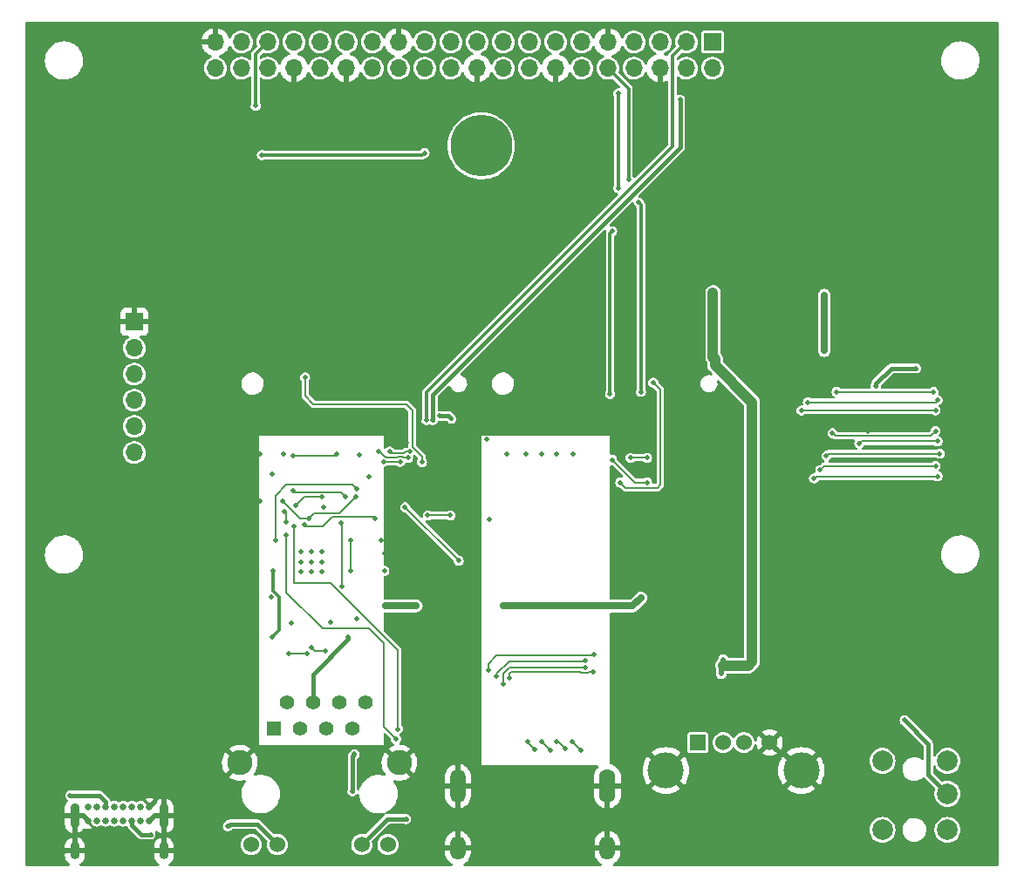
<source format=gbr>
%TF.GenerationSoftware,KiCad,Pcbnew,6.0.2-1.fc35*%
%TF.CreationDate,2022-03-30T21:24:33+02:00*%
%TF.ProjectId,dock,646f636b-2e6b-4696-9361-645f70636258,rev?*%
%TF.SameCoordinates,Original*%
%TF.FileFunction,Copper,L4,Bot*%
%TF.FilePolarity,Positive*%
%FSLAX46Y46*%
G04 Gerber Fmt 4.6, Leading zero omitted, Abs format (unit mm)*
G04 Created by KiCad (PCBNEW 6.0.2-1.fc35) date 2022-03-30 21:24:33*
%MOMM*%
%LPD*%
G01*
G04 APERTURE LIST*
%TA.AperFunction,ComponentPad*%
%ADD10O,1.500000X2.300000*%
%TD*%
%TA.AperFunction,ComponentPad*%
%ADD11O,1.600000X3.300000*%
%TD*%
%TA.AperFunction,ComponentPad*%
%ADD12O,1.500000X3.300000*%
%TD*%
%TA.AperFunction,ComponentPad*%
%ADD13R,1.524000X1.524000*%
%TD*%
%TA.AperFunction,ComponentPad*%
%ADD14C,1.524000*%
%TD*%
%TA.AperFunction,ComponentPad*%
%ADD15C,3.500000*%
%TD*%
%TA.AperFunction,ComponentPad*%
%ADD16R,1.700000X1.700000*%
%TD*%
%TA.AperFunction,ComponentPad*%
%ADD17O,1.700000X1.700000*%
%TD*%
%TA.AperFunction,ComponentPad*%
%ADD18C,2.000000*%
%TD*%
%TA.AperFunction,ComponentPad*%
%ADD19C,6.000000*%
%TD*%
%TA.AperFunction,ComponentPad*%
%ADD20C,0.650000*%
%TD*%
%TA.AperFunction,ComponentPad*%
%ADD21O,0.900000X1.700000*%
%TD*%
%TA.AperFunction,ComponentPad*%
%ADD22O,0.900000X2.400000*%
%TD*%
%TA.AperFunction,ComponentPad*%
%ADD23R,1.398000X1.398000*%
%TD*%
%TA.AperFunction,ComponentPad*%
%ADD24C,1.398000*%
%TD*%
%TA.AperFunction,ComponentPad*%
%ADD25C,1.530000*%
%TD*%
%TA.AperFunction,ComponentPad*%
%ADD26C,2.445000*%
%TD*%
%TA.AperFunction,ViaPad*%
%ADD27C,0.460000*%
%TD*%
%TA.AperFunction,Conductor*%
%ADD28C,0.400000*%
%TD*%
%TA.AperFunction,Conductor*%
%ADD29C,0.700000*%
%TD*%
%TA.AperFunction,Conductor*%
%ADD30C,0.200000*%
%TD*%
%TA.AperFunction,Conductor*%
%ADD31C,0.300000*%
%TD*%
%TA.AperFunction,Conductor*%
%ADD32C,0.500000*%
%TD*%
%TA.AperFunction,Conductor*%
%ADD33C,1.000000*%
%TD*%
%TA.AperFunction,Conductor*%
%ADD34C,0.150000*%
%TD*%
G04 APERTURE END LIST*
D10*
%TO.P,J9,SH,SH*%
%TO.N,GND*%
X169750000Y-155500000D03*
X155250000Y-155500000D03*
D11*
X169750000Y-149500000D03*
D12*
X155250000Y-149500000D03*
%TD*%
D13*
%TO.P,J6,1,VBUS*%
%TO.N,+5V*%
X178500000Y-145272500D03*
D14*
%TO.P,J6,2,D-*%
%TO.N,USB1_HOST_N*%
X181000000Y-145272500D03*
%TO.P,J6,3,D+*%
%TO.N,USB1_HOST_P*%
X183000000Y-145272500D03*
%TO.P,J6,4,GND*%
%TO.N,GND*%
X185500000Y-145272500D03*
D15*
%TO.P,J6,5,Shield*%
X175430000Y-147982500D03*
X188570000Y-147982500D03*
%TD*%
D16*
%TO.P,J4,1,3V3*%
%TO.N,+3V3*%
X179950000Y-77210000D03*
D17*
%TO.P,J4,2,5V*%
%TO.N,+5V*%
X179950000Y-79750000D03*
%TO.P,J4,3,SDA/GPIO2*%
%TO.N,I2C2_SDA*%
X177410000Y-77210000D03*
%TO.P,J4,4,5V*%
%TO.N,+5V*%
X177410000Y-79750000D03*
%TO.P,J4,5,SCL/GPIO3*%
%TO.N,I2C2_SCL*%
X174870000Y-77210000D03*
%TO.P,J4,6,GND*%
%TO.N,GND*%
X174870000Y-79750000D03*
%TO.P,J4,7,GCLK0/GPIO4*%
%TO.N,GPIO0*%
X172330000Y-77210000D03*
%TO.P,J4,8,GPIO14/TXD*%
%TO.N,UART1_TX*%
X172330000Y-79750000D03*
%TO.P,J4,9,GND*%
%TO.N,GND*%
X169790000Y-77210000D03*
%TO.P,J4,10,GPIO15/RXD*%
%TO.N,UART1_RX*%
X169790000Y-79750000D03*
%TO.P,J4,11,GPIO17*%
%TO.N,GPIO1*%
X167250000Y-77210000D03*
%TO.P,J4,12,GPIO18/PWM0*%
%TO.N,GPIO2*%
X167250000Y-79750000D03*
%TO.P,J4,13,GPIO27*%
%TO.N,GPIO3*%
X164710000Y-77210000D03*
%TO.P,J4,14,GND*%
%TO.N,GND*%
X164710000Y-79750000D03*
%TO.P,J4,15,GPIO22*%
%TO.N,GPIO4*%
X162170000Y-77210000D03*
%TO.P,J4,16,GPIO23*%
%TO.N,GPIO5*%
X162170000Y-79750000D03*
%TO.P,J4,17,3V3*%
%TO.N,+3V3*%
X159630000Y-77210000D03*
%TO.P,J4,18,GPIO24*%
%TO.N,GPIO6*%
X159630000Y-79750000D03*
%TO.P,J4,19,MOSI0/GPIO10*%
%TO.N,GPIO7*%
X157090000Y-77210000D03*
%TO.P,J4,20,GND*%
%TO.N,GND*%
X157090000Y-79750000D03*
%TO.P,J4,21,MISO0/GPIO9*%
%TO.N,GPIO8*%
X154550000Y-77210000D03*
%TO.P,J4,22,GPIO25*%
%TO.N,GPIO9*%
X154550000Y-79750000D03*
%TO.P,J4,23,SCLK0/GPIO11*%
%TO.N,GPIO10*%
X152010000Y-77210000D03*
%TO.P,J4,24,~{CE0}/GPIO8*%
%TO.N,SPI0_PS*%
X152010000Y-79750000D03*
%TO.P,J4,25,GND*%
%TO.N,GND*%
X149470000Y-77210000D03*
%TO.P,J4,26,~{CE1}/GPIO7*%
%TO.N,GPIO11*%
X149470000Y-79750000D03*
%TO.P,J4,27,ID_SD/GPIO0*%
%TO.N,GPIO12*%
X146930000Y-77210000D03*
%TO.P,J4,28,ID_SC/GPIO1*%
%TO.N,GPIO13*%
X146930000Y-79750000D03*
%TO.P,J4,29,GCLK1/GPIO5*%
%TO.N,GPIO14*%
X144390000Y-77210000D03*
%TO.P,J4,30,GND*%
%TO.N,GND*%
X144390000Y-79750000D03*
%TO.P,J4,31,GCLK2/GPIO6*%
%TO.N,GPIO15*%
X141850000Y-77210000D03*
%TO.P,J4,32,PWM0/GPIO12*%
%TO.N,GPIO16*%
X141850000Y-79750000D03*
%TO.P,J4,33,PWM1/GPIO13*%
%TO.N,GPIO17*%
X139310000Y-77210000D03*
%TO.P,J4,34,GND*%
%TO.N,GND*%
X139310000Y-79750000D03*
%TO.P,J4,35,GPIO19/MISO1*%
%TO.N,SPI0_SCLK*%
X136770000Y-77210000D03*
%TO.P,J4,36,GPIO16*%
%TO.N,GPIO18*%
X136770000Y-79750000D03*
%TO.P,J4,37,GPIO26*%
%TO.N,GPIO19*%
X134230000Y-77210000D03*
%TO.P,J4,38,GPIO20/MOSI1*%
%TO.N,SPI0_CIPO*%
X134230000Y-79750000D03*
%TO.P,J4,39,GND*%
%TO.N,GND*%
X131690000Y-77210000D03*
%TO.P,J4,40,GPIO21/SCLK1*%
%TO.N,SPI0_COPI*%
X131690000Y-79750000D03*
%TD*%
D18*
%TO.P,J7,R*%
%TO.N,Net-(C5-Pad1)*%
X202747566Y-150250000D03*
%TO.P,J7,S*%
%TO.N,GNDA*%
X196447566Y-147050000D03*
X202752433Y-147050000D03*
%TO.P,J7,T*%
%TO.N,Net-(C6-Pad1)*%
X196447566Y-153750000D03*
X202747566Y-153750000D03*
%TD*%
D19*
%TO.P,H1,*%
%TO.N,*%
X157500000Y-87300000D03*
%TD*%
D16*
%TO.P,J5,1,Pin_1*%
%TO.N,GND*%
X123825000Y-104400000D03*
D17*
%TO.P,J5,2,Pin_2*%
%TO.N,unconnected-(J5-Pad2)*%
X123825000Y-106940000D03*
%TO.P,J5,3,Pin_3*%
%TO.N,unconnected-(J5-Pad3)*%
X123825000Y-109480000D03*
%TO.P,J5,4,Pin_4*%
%TO.N,Net-(J5-Pad4)*%
X123825000Y-112020000D03*
%TO.P,J5,5,Pin_5*%
%TO.N,Net-(J5-Pad5)*%
X123825000Y-114560000D03*
%TO.P,J5,6,Pin_6*%
%TO.N,unconnected-(J5-Pad6)*%
X123825000Y-117100000D03*
%TD*%
D20*
%TO.P,J3,A1,GND*%
%TO.N,GND*%
X119350000Y-151500000D03*
%TO.P,J3,A4,VBUS*%
%TO.N,Net-(FB1-Pad1)*%
X120200000Y-151500000D03*
%TO.P,J3,A5,CC1*%
%TO.N,Net-(J3-PadA5)*%
X121050000Y-151500000D03*
%TO.P,J3,A6,D+*%
%TO.N,unconnected-(J3-PadA6)*%
X121900000Y-151500000D03*
%TO.P,J3,A7,D-*%
%TO.N,unconnected-(J3-PadA7)*%
X122750000Y-151500000D03*
%TO.P,J3,A8,SBU1*%
%TO.N,unconnected-(J3-PadA8)*%
X123600000Y-151500000D03*
%TO.P,J3,A9,VBUS*%
%TO.N,Net-(FB1-Pad1)*%
X124450000Y-151500000D03*
%TO.P,J3,A12,GND*%
%TO.N,GND*%
X125300000Y-151500000D03*
%TO.P,J3,B1,GND*%
X125300000Y-152850000D03*
%TO.P,J3,B4,VBUS*%
%TO.N,Net-(FB1-Pad1)*%
X124450000Y-152850000D03*
%TO.P,J3,B5,CC2*%
%TO.N,Net-(J3-PadB5)*%
X123600000Y-152850000D03*
%TO.P,J3,B6,D+*%
%TO.N,unconnected-(J3-PadB6)*%
X122750000Y-152850000D03*
%TO.P,J3,B7,D-*%
%TO.N,unconnected-(J3-PadB7)*%
X121900000Y-152850000D03*
%TO.P,J3,B8,SBU2*%
%TO.N,unconnected-(J3-PadB8)*%
X121050000Y-152850000D03*
%TO.P,J3,B9,VBUS*%
%TO.N,Net-(FB1-Pad1)*%
X120200000Y-152850000D03*
%TO.P,J3,B12,GND*%
%TO.N,GND*%
X119350000Y-152850000D03*
D21*
%TO.P,J3,S1,SHIELD*%
X126700000Y-155800000D03*
X118050000Y-155800000D03*
D22*
X126700000Y-152400000D03*
X118050000Y-152400000D03*
%TD*%
D23*
%TO.P,J8,1*%
%TO.N,/Ethernet/TD_P*%
X137362500Y-143930000D03*
D24*
%TO.P,J8,2*%
%TO.N,/Ethernet/TD_N*%
X138632500Y-141390000D03*
%TO.P,J8,3*%
%TO.N,/Ethernet/RD_P*%
X139902500Y-143930000D03*
%TO.P,J8,4*%
%TO.N,+3V3*%
X141172500Y-141390000D03*
%TO.P,J8,5*%
X142442500Y-143930000D03*
%TO.P,J8,6*%
%TO.N,/Ethernet/RD_N*%
X143712500Y-141390000D03*
%TO.P,J8,7*%
%TO.N,N/C*%
X144982500Y-143930000D03*
%TO.P,J8,8*%
%TO.N,GND*%
X146252500Y-141390000D03*
D25*
%TO.P,J8,9*%
%TO.N,+3V3*%
X135187500Y-155180000D03*
%TO.P,J8,10*%
%TO.N,Net-(J8-Pad10)*%
X137727500Y-155180000D03*
%TO.P,J8,11*%
%TO.N,Net-(J8-Pad11)*%
X145897500Y-155180000D03*
%TO.P,J8,12*%
%TO.N,+3V3*%
X148437500Y-155180000D03*
D26*
%TO.P,J8,15,SHIELD*%
%TO.N,GND*%
X134067500Y-147230000D03*
%TO.P,J8,16,SHIELD*%
X149557500Y-147230000D03*
%TD*%
D27*
%TO.N,+3V3*%
X137200000Y-135000000D03*
X190800000Y-107200000D03*
X201800000Y-116000000D03*
X159600000Y-132000000D03*
X173000000Y-131200000D03*
X148100000Y-128600000D03*
X137300000Y-128563000D03*
X151200000Y-132000000D03*
X148200000Y-132000000D03*
X145000000Y-150000000D03*
X194200000Y-116200000D03*
X144600000Y-135000000D03*
X145200000Y-146400000D03*
X190800000Y-101800000D03*
%TO.N,+5V*%
X180000000Y-101600000D03*
X180200000Y-108000000D03*
X181000000Y-137200000D03*
X180800000Y-138600000D03*
%TO.N,Net-(C5-Pad1)*%
X198600000Y-143100000D03*
%TO.N,RST_PHY*%
X145300000Y-121400000D03*
X138200000Y-121800000D03*
X140800000Y-123500000D03*
%TO.N,UART1_RX*%
X173000000Y-111200000D03*
X171800000Y-90600000D03*
X172800000Y-92800000D03*
%TO.N,SDIO1_D2*%
X151746192Y-118024308D03*
X140400000Y-109800000D03*
%TO.N,SDIO1_D0*%
X150600000Y-117000000D03*
X148600000Y-117000000D03*
%TO.N,SDIO1_CMD*%
X150400000Y-117600000D03*
X147570500Y-117000000D03*
%TO.N,SDIO1_CLK*%
X148000000Y-118000000D03*
X149629500Y-118000000D03*
%TO.N,UART1_TX*%
X170800000Y-91400000D03*
X170000000Y-111400000D03*
X170200000Y-95600000D03*
X170800000Y-82200000D03*
%TO.N,HDMI_HPD*%
X168483056Y-136716944D03*
X158200000Y-138200000D03*
%TO.N,HDMI_CEC*%
X160200000Y-139000000D03*
X168400000Y-138400000D03*
%TO.N,HDMI_SDA*%
X167609015Y-137340559D03*
X159000000Y-138800000D03*
%TO.N,HDMI_SCL*%
X167600000Y-138000000D03*
X159600000Y-139600000D03*
%TO.N,HDMI_TX2_P*%
X166368264Y-145168264D03*
X167200000Y-146000000D03*
%TO.N,GNDA*%
X195790231Y-110609769D03*
X199700000Y-108900000D03*
%TO.N,HDMI_TX1_P*%
X164768264Y-145168264D03*
X165669545Y-145843926D03*
%TO.N,HDMI_TX0_P*%
X164200000Y-146000000D03*
X163400000Y-145200000D03*
%TO.N,HDMI_CLK_P*%
X161988753Y-145188753D03*
X162704500Y-145952848D03*
%TO.N,UART0_TX*%
X153429500Y-113535629D03*
X154600000Y-113800000D03*
%TO.N,I2C2_SCL*%
X152803447Y-113945500D03*
X176800000Y-82800000D03*
%TO.N,I2C2_SDA*%
X152193945Y-113945500D03*
%TO.N,SD_DET*%
X171000000Y-120000000D03*
X174200000Y-110300000D03*
%TO.N,SD_D0*%
X173600000Y-117600000D03*
X172000000Y-117600000D03*
%TO.N,SPI0_SCLK*%
X135600000Y-83400000D03*
%TO.N,SPI0_PS*%
X136200000Y-88200000D03*
X152000000Y-88000000D03*
%TO.N,Net-(J3-PadA5)*%
X117600000Y-150400000D03*
%TO.N,SD_D3*%
X170200000Y-117800000D03*
X173600000Y-120000000D03*
%TO.N,Net-(J3-PadB5)*%
X125400000Y-154200000D03*
%TO.N,LED2*%
X149232315Y-144932315D03*
X138600000Y-125100000D03*
%TO.N,LED1*%
X139345500Y-124300000D03*
X149400000Y-143952164D03*
%TO.N,/Storage/SDIO1_D2*%
X154507858Y-123200000D03*
X152307858Y-123200000D03*
%TO.N,/Storage/SDIO1_CMD*%
X155307858Y-127600000D03*
X150107858Y-122400000D03*
%TO.N,/Ethernet/RMII_RXD0*%
X144000000Y-130100000D03*
X143850500Y-123900000D03*
%TO.N,/Ethernet/RMII_RXD1*%
X144800000Y-128600000D03*
X144800000Y-125600000D03*
%TO.N,/Ethernet/RMII_CRS_DV*%
X137500000Y-125600000D03*
X145400000Y-120600000D03*
%TO.N,/Ethernet/RMII_MDC*%
X140300000Y-124100000D03*
X147200000Y-123517000D03*
%TO.N,RMII_TXCK*%
X143504500Y-117200000D03*
X139200000Y-117400000D03*
%TO.N,GND*%
X195000000Y-95000000D03*
X130800000Y-132000000D03*
X205000000Y-90000000D03*
X195000000Y-85000000D03*
X140000000Y-155000000D03*
X152507858Y-129600000D03*
X155000000Y-135000000D03*
X205000000Y-115000000D03*
X140000000Y-128700000D03*
X148800000Y-121800000D03*
X132000000Y-127000000D03*
X187500000Y-95000000D03*
X134000000Y-136400000D03*
X130000000Y-77500000D03*
X132500000Y-125000000D03*
X163400000Y-117200000D03*
X159300000Y-150750000D03*
X150000000Y-155000000D03*
X132500000Y-110000000D03*
X142900000Y-133600000D03*
X132500000Y-85000000D03*
X155000000Y-120000000D03*
X146600000Y-119400000D03*
X127800000Y-132400000D03*
X132500000Y-100000000D03*
X155400000Y-143400000D03*
X187500000Y-120000000D03*
X187500000Y-125000000D03*
X145700000Y-117300000D03*
X136000000Y-121800000D03*
X145400000Y-133200000D03*
X142000000Y-128700000D03*
X115000000Y-120000000D03*
X148400000Y-109400000D03*
X182500000Y-85000000D03*
X203000000Y-113200000D03*
X185800000Y-117000000D03*
X132500000Y-90000000D03*
X139100000Y-133700000D03*
X152800000Y-121000000D03*
X138300000Y-117200000D03*
X133800000Y-116000000D03*
X132500000Y-120000000D03*
X205000000Y-95000000D03*
X190600000Y-114000000D03*
X168800000Y-114000000D03*
X178200000Y-106600000D03*
X162500000Y-105000000D03*
X181000000Y-147000000D03*
X138800000Y-146200000D03*
X187500000Y-140000000D03*
X156800000Y-122200000D03*
X142200000Y-122400000D03*
X195000000Y-100000000D03*
X187500000Y-90000000D03*
X205000000Y-105000000D03*
X170600000Y-137800000D03*
X183000000Y-147000000D03*
X205000000Y-130000000D03*
X133800000Y-115000000D03*
X159200000Y-113000000D03*
X182500000Y-90000000D03*
X115000000Y-145000000D03*
X158307858Y-123600000D03*
X129600000Y-129800000D03*
X195000000Y-115000000D03*
X132500000Y-140000000D03*
X181200000Y-116000000D03*
X175000000Y-92500000D03*
X134800000Y-113200000D03*
X140000000Y-126700000D03*
X142400000Y-114000000D03*
X203000000Y-115600000D03*
X125000000Y-155000000D03*
X157200000Y-83200000D03*
X158000000Y-115800000D03*
X205000000Y-110000000D03*
X155000000Y-155000000D03*
X115000000Y-100000000D03*
X132800000Y-127700000D03*
X126200000Y-142000000D03*
X195000000Y-140000000D03*
X180000000Y-113200000D03*
X143800000Y-109400000D03*
X167400000Y-114000000D03*
X149000000Y-131000000D03*
X182500000Y-120000000D03*
X164800000Y-117200000D03*
X170000000Y-155000000D03*
X133800000Y-114000000D03*
X142200000Y-109400000D03*
X152500000Y-117400000D03*
X195000000Y-77500000D03*
X115000000Y-115000000D03*
X162300000Y-150700000D03*
X205000000Y-155000000D03*
X115000000Y-140000000D03*
X132500000Y-105000000D03*
X129600000Y-146000000D03*
X205000000Y-135000000D03*
X155400000Y-141800000D03*
X132500000Y-95000000D03*
X137100000Y-131100000D03*
X155000000Y-140000000D03*
X131500000Y-128400000D03*
X163850000Y-150750000D03*
X133000000Y-132600000D03*
X156800000Y-114800000D03*
X157200000Y-92000000D03*
X145000000Y-114000000D03*
X141000000Y-126700000D03*
X115000000Y-135000000D03*
X193100000Y-143250000D03*
X150200000Y-116100000D03*
X167500000Y-100000000D03*
X132200000Y-136200000D03*
X128400000Y-151200000D03*
X182500000Y-100000000D03*
X155100000Y-129600000D03*
X115000000Y-105000000D03*
X148100000Y-126900000D03*
X205000000Y-100000000D03*
X187500000Y-85000000D03*
X140000000Y-127700000D03*
X124800000Y-136400000D03*
X205000000Y-120000000D03*
X160000000Y-155000000D03*
X203200000Y-118600000D03*
X116450000Y-154275000D03*
X190000000Y-117400000D03*
X195000000Y-125000000D03*
X148300000Y-130200000D03*
X161800000Y-117200000D03*
X205000000Y-140000000D03*
X200000000Y-105000000D03*
X175000000Y-155000000D03*
X142000000Y-127700000D03*
X115000000Y-125000000D03*
X201600000Y-113800000D03*
X192100000Y-142450000D03*
X120000000Y-77500000D03*
X195000000Y-130000000D03*
X115000000Y-85000000D03*
X205000000Y-125000000D03*
X126200000Y-141400000D03*
X145400000Y-109400000D03*
X141000000Y-127700000D03*
X195000000Y-135000000D03*
X160800000Y-150800000D03*
X205000000Y-85000000D03*
X158000000Y-113800000D03*
X142000000Y-126700000D03*
X148400000Y-120600000D03*
X141600000Y-146200000D03*
X133400000Y-126300000D03*
X170600000Y-138400000D03*
X156800000Y-115800000D03*
X195000000Y-90000000D03*
X134000000Y-132600000D03*
X125000000Y-77500000D03*
X127000000Y-132200000D03*
X146800000Y-109400000D03*
X129600000Y-146600000D03*
X160000000Y-117200000D03*
X151400000Y-125200000D03*
X147800000Y-125600000D03*
X115000000Y-95000000D03*
X166400000Y-117200000D03*
X181200000Y-115000000D03*
X181200000Y-114000000D03*
X177400000Y-106600000D03*
X155600000Y-113000000D03*
X176000000Y-100800000D03*
X165250000Y-150750000D03*
X190000000Y-155000000D03*
X136000000Y-117200000D03*
X158000000Y-114800000D03*
X115000000Y-110000000D03*
X200000000Y-77500000D03*
X180000000Y-155000000D03*
X195000000Y-120000000D03*
X144000000Y-146200000D03*
X165000000Y-155000000D03*
X141000000Y-128700000D03*
X115000000Y-90000000D03*
X156800000Y-113800000D03*
X155400000Y-122200000D03*
X185000000Y-155000000D03*
X177500000Y-90000000D03*
X115000000Y-150000000D03*
X130000000Y-127600000D03*
X120000000Y-155000000D03*
X187500000Y-100000000D03*
X141000000Y-114000000D03*
X137200000Y-119200000D03*
X187500000Y-135000000D03*
X115000000Y-130000000D03*
X143800000Y-114000000D03*
X149800000Y-109400000D03*
X151400000Y-127200000D03*
X129000000Y-136600000D03*
X170600000Y-137200000D03*
X166750000Y-150750000D03*
X129600000Y-147200000D03*
X182500000Y-95000000D03*
%TO.N,/Ethernet/TD_N*%
X138800000Y-136600000D03*
X140600000Y-136600000D03*
%TO.N,/Ethernet/RD_P*%
X141000000Y-136000000D03*
X142393767Y-136393767D03*
%TO.N,Net-(J8-Pad10)*%
X132900000Y-153400000D03*
%TO.N,Net-(J8-Pad11)*%
X150200000Y-152700000D03*
%TO.N,/Ethernet/RMII_RXER*%
X142000000Y-121400000D03*
X138600000Y-123800000D03*
X138400000Y-122800000D03*
X139500000Y-122200000D03*
%TO.N,/Ethernet/RMII_TXCK*%
X144345500Y-121400000D03*
X139200000Y-120800000D03*
%TO.N,/Storage/SD_D3*%
X190400000Y-118800000D03*
X201600000Y-118400000D03*
%TO.N,/Storage/SD_D2*%
X189800000Y-119600000D03*
X201800000Y-119400000D03*
%TO.N,/Storage/SD_D1*%
X189200000Y-112200000D03*
X201800000Y-112000000D03*
%TO.N,/Storage/SD_D0*%
X201600000Y-113000000D03*
X188600000Y-113000000D03*
%TO.N,/Storage/SD_DET*%
X201400000Y-111200000D03*
X192000000Y-111200000D03*
%TO.N,/Storage/SD_CLK*%
X191600000Y-115200000D03*
X201600000Y-115000000D03*
%TO.N,/Storage/SD_CMD*%
X191000000Y-117400000D03*
X202000000Y-117200000D03*
%TD*%
D28*
%TO.N,+3V3*%
X145000000Y-150000000D02*
X145000000Y-146600000D01*
D29*
X159600000Y-132000000D02*
X172200000Y-132000000D01*
D28*
X141172500Y-141390000D02*
X141172500Y-138627500D01*
D29*
X190800000Y-107200000D02*
X190800000Y-101800000D01*
D30*
X194400000Y-116000000D02*
X194200000Y-116200000D01*
D28*
X144600000Y-135200000D02*
X144600000Y-135000000D01*
D31*
X137300000Y-130500000D02*
X137900000Y-131100000D01*
D28*
X141172500Y-138627500D02*
X144600000Y-135200000D01*
X145000000Y-146600000D02*
X145200000Y-146400000D01*
D31*
X137900000Y-134300000D02*
X137200000Y-135000000D01*
D29*
X148200000Y-132000000D02*
X151200000Y-132000000D01*
D31*
X137300000Y-128563000D02*
X137300000Y-130500000D01*
D30*
X201800000Y-116000000D02*
X194400000Y-116000000D01*
D31*
X137900000Y-131100000D02*
X137900000Y-134300000D01*
D29*
X172200000Y-132000000D02*
X173000000Y-131200000D01*
D32*
%TO.N,+5V*%
X180800000Y-138000000D02*
X181000000Y-137800000D01*
D33*
X183800000Y-137400000D02*
X183400000Y-137800000D01*
X183400000Y-137800000D02*
X181000000Y-137800000D01*
X180200000Y-108600000D02*
X183800000Y-112200000D01*
D32*
X181000000Y-137200000D02*
X181000000Y-137800000D01*
D33*
X180000000Y-101600000D02*
X180000000Y-107800000D01*
X183800000Y-112200000D02*
X183800000Y-137400000D01*
X180200000Y-108000000D02*
X180200000Y-108600000D01*
X180000000Y-107800000D02*
X180200000Y-108000000D01*
D32*
X180800000Y-138600000D02*
X180800000Y-138000000D01*
D28*
%TO.N,Net-(C5-Pad1)*%
X200897087Y-148399521D02*
X202747566Y-150250000D01*
X200897087Y-145397087D02*
X200897087Y-148399521D01*
X198600000Y-143100000D02*
X200897087Y-145397087D01*
D34*
%TO.N,RST_PHY*%
X139900000Y-123500000D02*
X140800000Y-123500000D01*
X145300000Y-121400000D02*
X143700000Y-123000000D01*
X143700000Y-123000000D02*
X141300000Y-123000000D01*
X138200000Y-121800000D02*
X139900000Y-123500000D01*
X141300000Y-123000000D02*
X140800000Y-123500000D01*
D31*
%TO.N,UART1_RX*%
X173000000Y-93000000D02*
X172800000Y-92800000D01*
X171800000Y-90600000D02*
X171800000Y-81760000D01*
X171800000Y-81760000D02*
X169790000Y-79750000D01*
X173000000Y-111200000D02*
X173000000Y-93000000D01*
D30*
%TO.N,SDIO1_D2*%
X141200000Y-112400000D02*
X140400000Y-111600000D01*
X140400000Y-111600000D02*
X140400000Y-111400000D01*
X151746192Y-117468060D02*
X150800000Y-116521868D01*
X150200000Y-112400000D02*
X141200000Y-112400000D01*
X140400000Y-111400000D02*
X140400000Y-109800000D01*
X151746192Y-118024308D02*
X151746192Y-117468060D01*
X150800000Y-116521868D02*
X150800000Y-113200000D01*
X150800000Y-113200000D02*
X150800000Y-113000000D01*
X150800000Y-113000000D02*
X150200000Y-112400000D01*
%TO.N,SDIO1_D0*%
X148770969Y-117170969D02*
X148600000Y-117000000D01*
X149972896Y-117170969D02*
X148770969Y-117170969D01*
X150143865Y-117000000D02*
X149972896Y-117170969D01*
X150600000Y-117000000D02*
X150143865Y-117000000D01*
%TO.N,SDIO1_CMD*%
X148198621Y-117520489D02*
X148120489Y-117520489D01*
X148120489Y-117520489D02*
X147600000Y-117000000D01*
X148278132Y-117600000D02*
X148198621Y-117520489D01*
X149907632Y-117600000D02*
X149828121Y-117520489D01*
X149430879Y-117520489D02*
X149351368Y-117600000D01*
X149351368Y-117600000D02*
X148278132Y-117600000D01*
X147600000Y-117000000D02*
X147570500Y-117000000D01*
X149828121Y-117520489D02*
X149430879Y-117520489D01*
X150400000Y-117600000D02*
X149907632Y-117600000D01*
%TO.N,SDIO1_CLK*%
X148000000Y-118000000D02*
X149629500Y-118000000D01*
D31*
%TO.N,UART1_TX*%
X170000000Y-111400000D02*
X170000000Y-95800000D01*
X170000000Y-95800000D02*
X170200000Y-95600000D01*
X170800000Y-91400000D02*
X170800000Y-82200000D01*
D30*
%TO.N,HDMI_HPD*%
X158200000Y-137600000D02*
X159000000Y-136800000D01*
X168400000Y-136800000D02*
X168483056Y-136716944D01*
X159000000Y-136800000D02*
X168400000Y-136800000D01*
X158200000Y-138200000D02*
X158200000Y-137600000D01*
%TO.N,HDMI_CEC*%
X160400000Y-138400000D02*
X167051171Y-138400000D01*
X167051171Y-138400000D02*
X167180672Y-138529501D01*
X167180672Y-138529501D02*
X167819328Y-138529501D01*
X160200000Y-138600000D02*
X160400000Y-138400000D01*
X167819328Y-138529501D02*
X167948829Y-138400000D01*
X167948829Y-138400000D02*
X168400000Y-138400000D01*
X160200000Y-139000000D02*
X160200000Y-138600000D01*
%TO.N,HDMI_SDA*%
X159000000Y-138800000D02*
X159000000Y-138600000D01*
X160200000Y-137400000D02*
X167549574Y-137400000D01*
X159000000Y-138600000D02*
X160200000Y-137400000D01*
X167549574Y-137400000D02*
X167609015Y-137340559D01*
%TO.N,HDMI_SCL*%
X160200000Y-138000000D02*
X167600000Y-138000000D01*
X159600000Y-139600000D02*
X159600000Y-138600000D01*
X159600000Y-138600000D02*
X160200000Y-138000000D01*
D34*
%TO.N,HDMI_TX2_P*%
X167200000Y-146000000D02*
X166368264Y-145168264D01*
D28*
%TO.N,GNDA*%
X195790231Y-110409769D02*
X197300000Y-108900000D01*
X197300000Y-108900000D02*
X199700000Y-108900000D01*
X195790231Y-110609769D02*
X195790231Y-110409769D01*
D34*
%TO.N,HDMI_TX1_P*%
X164993883Y-145168264D02*
X164768264Y-145168264D01*
X165669545Y-145843926D02*
X164993883Y-145168264D01*
%TO.N,HDMI_TX0_P*%
X163400000Y-145200000D02*
X164200000Y-146000000D01*
%TO.N,HDMI_CLK_P*%
X161988753Y-145237101D02*
X161988753Y-145188753D01*
X162704500Y-145952848D02*
X161988753Y-145237101D01*
D28*
%TO.N,UART0_TX*%
X154335629Y-113535629D02*
X153429500Y-113535629D01*
X154600000Y-113800000D02*
X154335629Y-113535629D01*
%TO.N,I2C2_SCL*%
X176800000Y-82800000D02*
X176800000Y-87451107D01*
X152803447Y-111447660D02*
X152803447Y-113945500D01*
X176800000Y-87451107D02*
X152803447Y-111447660D01*
D31*
%TO.N,I2C2_SDA*%
X176069511Y-87330489D02*
X152193945Y-111206055D01*
X176069511Y-78550489D02*
X176069511Y-87330489D01*
X177410000Y-77210000D02*
X176069511Y-78550489D01*
X152193945Y-111206055D02*
X152193945Y-113945500D01*
D30*
%TO.N,SD_DET*%
X174900000Y-111000000D02*
X174200000Y-110300000D01*
X171000000Y-120000000D02*
X171500000Y-120500000D01*
X174900000Y-120200000D02*
X174900000Y-113900000D01*
X174600000Y-120500000D02*
X174900000Y-120200000D01*
X171500000Y-120500000D02*
X174600000Y-120500000D01*
X174900000Y-113900000D02*
X174900000Y-111000000D01*
%TO.N,SD_D0*%
X173600000Y-117600000D02*
X172000000Y-117600000D01*
D31*
%TO.N,SPI0_SCLK*%
X135600000Y-83400000D02*
X135570489Y-83370489D01*
X135570489Y-78409511D02*
X136770000Y-77210000D01*
X135570489Y-83370489D02*
X135570489Y-78409511D01*
%TO.N,SPI0_PS*%
X136200000Y-88200000D02*
X151800000Y-88200000D01*
X151800000Y-88200000D02*
X152000000Y-88000000D01*
D28*
%TO.N,Net-(J3-PadA5)*%
X117600000Y-150400000D02*
X120409619Y-150400000D01*
X121050000Y-151040381D02*
X121050000Y-151500000D01*
X120409619Y-150400000D02*
X121050000Y-151040381D01*
D30*
%TO.N,SD_D3*%
X172400000Y-120000000D02*
X173600000Y-120000000D01*
X170200000Y-117800000D02*
X172400000Y-120000000D01*
D28*
%TO.N,Net-(J3-PadB5)*%
X125400000Y-154200000D02*
X124490381Y-154200000D01*
X123600000Y-153309619D02*
X123600000Y-152850000D01*
X124490381Y-154200000D02*
X123600000Y-153309619D01*
D34*
%TO.N,LED2*%
X138600000Y-130700000D02*
X142100000Y-134200000D01*
X146600000Y-134200000D02*
X148000000Y-135600000D01*
X142100000Y-134200000D02*
X146600000Y-134200000D01*
X148000000Y-143700000D02*
X149232315Y-144932315D01*
X138600000Y-125100000D02*
X138600000Y-130700000D01*
X148000000Y-136600000D02*
X148000000Y-143700000D01*
X148000000Y-135600000D02*
X148000000Y-136600000D01*
%TO.N,LED1*%
X139350500Y-124305000D02*
X139350500Y-129784255D01*
X142884255Y-129784255D02*
X149400000Y-136300000D01*
X139345500Y-124300000D02*
X139350500Y-124305000D01*
X139350500Y-129784255D02*
X142884255Y-129784255D01*
X149400000Y-136300000D02*
X149400000Y-143952164D01*
D30*
%TO.N,/Storage/SDIO1_D2*%
X154507858Y-123200000D02*
X152307858Y-123200000D01*
%TO.N,/Storage/SDIO1_CMD*%
X150107858Y-122400000D02*
X155307858Y-127600000D01*
D34*
%TO.N,/Ethernet/RMII_RXD0*%
X144000000Y-124049500D02*
X144000000Y-130100000D01*
X143850500Y-123900000D02*
X144000000Y-124049500D01*
%TO.N,/Ethernet/RMII_RXD1*%
X144800000Y-125600000D02*
X144800000Y-128600000D01*
%TO.N,/Ethernet/RMII_CRS_DV*%
X138600000Y-120200000D02*
X137500000Y-121300000D01*
X145400000Y-120600000D02*
X145000000Y-120200000D01*
X145000000Y-120200000D02*
X138600000Y-120200000D01*
X137500000Y-121300000D02*
X137500000Y-125600000D01*
D30*
%TO.N,/Ethernet/RMII_MDC*%
X146983000Y-123300000D02*
X144500000Y-123300000D01*
X143075480Y-123324520D02*
X142100000Y-124300000D01*
X140500000Y-124300000D02*
X140300000Y-124100000D01*
X144500000Y-123300000D02*
X144475480Y-123324520D01*
X144475480Y-123324520D02*
X143075480Y-123324520D01*
X142100000Y-124300000D02*
X140500000Y-124300000D01*
X147200000Y-123517000D02*
X146983000Y-123300000D01*
%TO.N,RMII_TXCK*%
X143304500Y-117400000D02*
X143504500Y-117200000D01*
X139200000Y-117400000D02*
X143304500Y-117400000D01*
D28*
%TO.N,GND*%
X129000000Y-136600000D02*
X125000000Y-136600000D01*
X125000000Y-136600000D02*
X124800000Y-136400000D01*
D30*
%TO.N,/Ethernet/TD_N*%
X138800000Y-136600000D02*
X140600000Y-136600000D01*
%TO.N,/Ethernet/RD_P*%
X142393767Y-136393767D02*
X141393767Y-136393767D01*
X141393767Y-136393767D02*
X141000000Y-136000000D01*
D28*
%TO.N,Net-(J8-Pad10)*%
X133100000Y-153200000D02*
X132900000Y-153400000D01*
X135747500Y-153200000D02*
X133100000Y-153200000D01*
X137727500Y-155180000D02*
X135747500Y-153200000D01*
%TO.N,Net-(J8-Pad11)*%
X145897500Y-155180000D02*
X148377500Y-152700000D01*
X148377500Y-152700000D02*
X150200000Y-152700000D01*
D34*
%TO.N,/Ethernet/RMII_RXER*%
X142000000Y-121400000D02*
X140300000Y-121400000D01*
X138600000Y-123000000D02*
X138600000Y-123800000D01*
X138400000Y-122800000D02*
X138600000Y-123000000D01*
X140300000Y-121400000D02*
X139500000Y-122200000D01*
%TO.N,/Ethernet/RMII_TXCK*%
X143890989Y-120945489D02*
X144345500Y-121400000D01*
X139200000Y-120800000D02*
X139345489Y-120945489D01*
X139345489Y-120945489D02*
X143890989Y-120945489D01*
D30*
%TO.N,/Storage/SD_D3*%
X190800000Y-118400000D02*
X201600000Y-118400000D01*
X190400000Y-118800000D02*
X190800000Y-118400000D01*
%TO.N,/Storage/SD_D2*%
X189800000Y-119600000D02*
X190000000Y-119400000D01*
X190000000Y-119400000D02*
X201800000Y-119400000D01*
%TO.N,/Storage/SD_D1*%
X189200000Y-112200000D02*
X201600000Y-112200000D01*
X201600000Y-112200000D02*
X201800000Y-112000000D01*
%TO.N,/Storage/SD_D0*%
X188600000Y-113000000D02*
X201600000Y-113000000D01*
%TO.N,/Storage/SD_DET*%
X192000000Y-111200000D02*
X194400000Y-111200000D01*
X194400000Y-111200000D02*
X201400000Y-111200000D01*
%TO.N,/Storage/SD_CLK*%
X191879511Y-115479511D02*
X201120489Y-115479511D01*
X201120489Y-115479511D02*
X201600000Y-115000000D01*
X191600000Y-115200000D02*
X191879511Y-115479511D01*
%TO.N,/Storage/SD_CMD*%
X191200000Y-117200000D02*
X202000000Y-117200000D01*
X191000000Y-117400000D02*
X191200000Y-117200000D01*
%TD*%
%TA.AperFunction,Conductor*%
%TO.N,GND*%
G36*
X207687121Y-75275002D02*
G01*
X207733614Y-75328658D01*
X207745000Y-75381000D01*
X207745000Y-157119000D01*
X207724998Y-157187121D01*
X207671342Y-157233614D01*
X207619000Y-157245000D01*
X170405970Y-157245000D01*
X170337849Y-157224998D01*
X170291356Y-157171342D01*
X170281252Y-157101068D01*
X170310746Y-157036488D01*
X170348180Y-157007034D01*
X170421814Y-156969029D01*
X170431245Y-156963043D01*
X170600501Y-156833168D01*
X170608724Y-156825607D01*
X170752312Y-156667806D01*
X170759067Y-156658906D01*
X170872434Y-156478185D01*
X170877511Y-156468219D01*
X170957080Y-156270286D01*
X170960315Y-156259571D01*
X171003777Y-156049699D01*
X171004980Y-156040562D01*
X171007895Y-155990010D01*
X171008000Y-155986363D01*
X171008000Y-155772115D01*
X171003525Y-155756876D01*
X171002135Y-155755671D01*
X170994452Y-155754000D01*
X168510115Y-155754000D01*
X168494876Y-155758475D01*
X168493671Y-155759865D01*
X168492000Y-155767548D01*
X168492000Y-155954175D01*
X168492249Y-155959770D01*
X168506378Y-156118078D01*
X168508360Y-156129092D01*
X168564651Y-156334860D01*
X168568549Y-156345341D01*
X168660397Y-156537903D01*
X168666082Y-156547516D01*
X168790575Y-156720767D01*
X168797883Y-156729233D01*
X168951082Y-156877692D01*
X168959779Y-156884735D01*
X169136844Y-157003719D01*
X169145699Y-157008587D01*
X169195756Y-157058934D01*
X169210648Y-157128351D01*
X169185645Y-157194800D01*
X169128687Y-157237182D01*
X169084995Y-157245000D01*
X155905970Y-157245000D01*
X155837849Y-157224998D01*
X155791356Y-157171342D01*
X155781252Y-157101068D01*
X155810746Y-157036488D01*
X155848180Y-157007034D01*
X155921814Y-156969029D01*
X155931245Y-156963043D01*
X156100501Y-156833168D01*
X156108724Y-156825607D01*
X156252312Y-156667806D01*
X156259067Y-156658906D01*
X156372434Y-156478185D01*
X156377511Y-156468219D01*
X156457080Y-156270286D01*
X156460315Y-156259571D01*
X156503777Y-156049699D01*
X156504980Y-156040562D01*
X156507895Y-155990010D01*
X156508000Y-155986363D01*
X156508000Y-155772115D01*
X156503525Y-155756876D01*
X156502135Y-155755671D01*
X156494452Y-155754000D01*
X154010115Y-155754000D01*
X153994876Y-155758475D01*
X153993671Y-155759865D01*
X153992000Y-155767548D01*
X153992000Y-155954175D01*
X153992249Y-155959770D01*
X154006378Y-156118078D01*
X154008360Y-156129092D01*
X154064651Y-156334860D01*
X154068549Y-156345341D01*
X154160397Y-156537903D01*
X154166082Y-156547516D01*
X154290575Y-156720767D01*
X154297883Y-156729233D01*
X154451082Y-156877692D01*
X154459779Y-156884735D01*
X154636844Y-157003719D01*
X154645699Y-157008587D01*
X154695756Y-157058934D01*
X154710648Y-157128351D01*
X154685645Y-157194800D01*
X154628687Y-157237182D01*
X154584995Y-157245000D01*
X127274925Y-157245000D01*
X127206804Y-157224998D01*
X127160311Y-157171342D01*
X127150207Y-157101068D01*
X127179701Y-157036488D01*
X127208528Y-157011914D01*
X127282108Y-156966292D01*
X127292174Y-156958540D01*
X127424303Y-156833592D01*
X127432605Y-156823974D01*
X127536908Y-156675013D01*
X127543108Y-156663919D01*
X127615332Y-156497020D01*
X127619171Y-156484917D01*
X127656675Y-156305400D01*
X127657915Y-156295848D01*
X127658000Y-156292616D01*
X127658000Y-156072115D01*
X127653525Y-156056876D01*
X127652135Y-156055671D01*
X127644452Y-156054000D01*
X125760115Y-156054000D01*
X125744876Y-156058475D01*
X125743671Y-156059865D01*
X125742000Y-156067548D01*
X125742000Y-156245447D01*
X125742323Y-156251822D01*
X125756082Y-156387277D01*
X125758636Y-156399717D01*
X125813016Y-156573244D01*
X125818025Y-156584932D01*
X125906187Y-156743979D01*
X125913438Y-156754412D01*
X126031785Y-156892491D01*
X126040976Y-156901244D01*
X126189719Y-157016620D01*
X126188803Y-157017801D01*
X126230946Y-157065206D01*
X126241941Y-157135346D01*
X126213271Y-157200297D01*
X126154037Y-157239436D01*
X126117006Y-157245000D01*
X118624925Y-157245000D01*
X118556804Y-157224998D01*
X118510311Y-157171342D01*
X118500207Y-157101068D01*
X118529701Y-157036488D01*
X118558528Y-157011914D01*
X118632108Y-156966292D01*
X118642174Y-156958540D01*
X118774303Y-156833592D01*
X118782605Y-156823974D01*
X118886908Y-156675013D01*
X118893108Y-156663919D01*
X118965332Y-156497020D01*
X118969171Y-156484917D01*
X119006675Y-156305400D01*
X119007915Y-156295848D01*
X119008000Y-156292616D01*
X119008000Y-156072115D01*
X119003525Y-156056876D01*
X119002135Y-156055671D01*
X118994452Y-156054000D01*
X117110115Y-156054000D01*
X117094876Y-156058475D01*
X117093671Y-156059865D01*
X117092000Y-156067548D01*
X117092000Y-156245447D01*
X117092323Y-156251822D01*
X117106082Y-156387277D01*
X117108636Y-156399717D01*
X117163016Y-156573244D01*
X117168025Y-156584932D01*
X117256187Y-156743979D01*
X117263438Y-156754412D01*
X117381785Y-156892491D01*
X117390976Y-156901244D01*
X117539719Y-157016620D01*
X117538803Y-157017801D01*
X117580946Y-157065206D01*
X117591941Y-157135346D01*
X117563271Y-157200297D01*
X117504037Y-157239436D01*
X117467006Y-157245000D01*
X113381000Y-157245000D01*
X113312879Y-157224998D01*
X113266386Y-157171342D01*
X113255000Y-157119000D01*
X113255000Y-155527885D01*
X117092000Y-155527885D01*
X117096475Y-155543124D01*
X117097865Y-155544329D01*
X117105548Y-155546000D01*
X117777885Y-155546000D01*
X117793124Y-155541525D01*
X117794329Y-155540135D01*
X117796000Y-155532452D01*
X117796000Y-155527885D01*
X118304000Y-155527885D01*
X118308475Y-155543124D01*
X118309865Y-155544329D01*
X118317548Y-155546000D01*
X118989885Y-155546000D01*
X119005124Y-155541525D01*
X119006329Y-155540135D01*
X119008000Y-155532452D01*
X119008000Y-155527885D01*
X125742000Y-155527885D01*
X125746475Y-155543124D01*
X125747865Y-155544329D01*
X125755548Y-155546000D01*
X126427885Y-155546000D01*
X126443124Y-155541525D01*
X126444329Y-155540135D01*
X126446000Y-155532452D01*
X126446000Y-155527885D01*
X126954000Y-155527885D01*
X126958475Y-155543124D01*
X126959865Y-155544329D01*
X126967548Y-155546000D01*
X127639885Y-155546000D01*
X127655124Y-155541525D01*
X127656329Y-155540135D01*
X127658000Y-155532452D01*
X127658000Y-155354553D01*
X127657677Y-155348178D01*
X127643918Y-155212723D01*
X127641364Y-155200283D01*
X127630521Y-155165683D01*
X134162162Y-155165683D01*
X134178908Y-155365111D01*
X134234072Y-155557489D01*
X134236890Y-155562972D01*
X134322731Y-155730002D01*
X134322734Y-155730006D01*
X134325551Y-155735488D01*
X134449862Y-155892329D01*
X134454556Y-155896324D01*
X134529105Y-155959770D01*
X134602269Y-156022038D01*
X134607647Y-156025044D01*
X134607649Y-156025045D01*
X134669953Y-156059865D01*
X134776967Y-156119673D01*
X134967302Y-156181517D01*
X135166025Y-156205213D01*
X135172160Y-156204741D01*
X135172162Y-156204741D01*
X135359424Y-156190332D01*
X135359429Y-156190331D01*
X135365565Y-156189859D01*
X135371495Y-156188203D01*
X135371497Y-156188203D01*
X135552396Y-156137695D01*
X135552395Y-156137695D01*
X135558324Y-156136040D01*
X135563813Y-156133267D01*
X135563819Y-156133265D01*
X135709125Y-156059865D01*
X135736957Y-156045806D01*
X135772490Y-156018045D01*
X135889806Y-155926387D01*
X135894662Y-155922593D01*
X136025431Y-155771096D01*
X136124284Y-155597083D01*
X136187455Y-155407184D01*
X136212538Y-155208632D01*
X136212938Y-155180000D01*
X136193409Y-154980825D01*
X136135565Y-154789236D01*
X136107254Y-154735991D01*
X136044505Y-154617977D01*
X136044503Y-154617975D01*
X136041609Y-154612531D01*
X135967623Y-154521815D01*
X135919016Y-154462216D01*
X135919013Y-154462213D01*
X135915121Y-154457441D01*
X135909129Y-154452484D01*
X135765668Y-154333802D01*
X135765664Y-154333800D01*
X135760918Y-154329873D01*
X135584873Y-154234686D01*
X135393693Y-154175506D01*
X135387568Y-154174862D01*
X135387567Y-154174862D01*
X135200788Y-154155231D01*
X135200786Y-154155231D01*
X135194659Y-154154587D01*
X135110606Y-154162236D01*
X135001491Y-154172166D01*
X135001488Y-154172167D01*
X134995352Y-154172725D01*
X134803364Y-154229230D01*
X134797906Y-154232083D01*
X134797902Y-154232085D01*
X134754933Y-154254549D01*
X134626008Y-154321950D01*
X134470039Y-154447353D01*
X134341397Y-154600661D01*
X134244984Y-154776037D01*
X134243123Y-154781904D01*
X134243122Y-154781906D01*
X134219250Y-154857159D01*
X134184470Y-154966799D01*
X134162162Y-155165683D01*
X127630521Y-155165683D01*
X127586984Y-155026756D01*
X127581975Y-155015068D01*
X127493813Y-154856021D01*
X127486562Y-154845588D01*
X127368215Y-154707509D01*
X127359024Y-154698756D01*
X127215320Y-154587289D01*
X127204560Y-154580565D01*
X127041375Y-154500268D01*
X127029481Y-154495845D01*
X126971530Y-154480749D01*
X126957436Y-154481183D01*
X126954000Y-154489364D01*
X126954000Y-155527885D01*
X126446000Y-155527885D01*
X126446000Y-154490771D01*
X126442027Y-154477240D01*
X126435925Y-154476363D01*
X126283864Y-154532310D01*
X126272451Y-154537877D01*
X126117892Y-154633708D01*
X126107826Y-154641460D01*
X125975697Y-154766408D01*
X125967395Y-154776026D01*
X125863092Y-154924987D01*
X125856892Y-154936081D01*
X125784668Y-155102980D01*
X125780829Y-155115083D01*
X125743325Y-155294600D01*
X125742085Y-155304152D01*
X125742000Y-155307384D01*
X125742000Y-155527885D01*
X119008000Y-155527885D01*
X119008000Y-155354553D01*
X119007677Y-155348178D01*
X118993918Y-155212723D01*
X118991364Y-155200283D01*
X118936984Y-155026756D01*
X118931975Y-155015068D01*
X118843813Y-154856021D01*
X118836562Y-154845588D01*
X118718215Y-154707509D01*
X118709024Y-154698756D01*
X118565320Y-154587289D01*
X118554560Y-154580565D01*
X118391375Y-154500268D01*
X118379481Y-154495845D01*
X118321530Y-154480749D01*
X118307436Y-154481183D01*
X118304000Y-154489364D01*
X118304000Y-155527885D01*
X117796000Y-155527885D01*
X117796000Y-154490771D01*
X117792027Y-154477240D01*
X117785925Y-154476363D01*
X117633864Y-154532310D01*
X117622451Y-154537877D01*
X117467892Y-154633708D01*
X117457826Y-154641460D01*
X117325697Y-154766408D01*
X117317395Y-154776026D01*
X117213092Y-154924987D01*
X117206892Y-154936081D01*
X117134668Y-155102980D01*
X117130829Y-155115083D01*
X117093325Y-155294600D01*
X117092085Y-155304152D01*
X117092000Y-155307384D01*
X117092000Y-155527885D01*
X113255000Y-155527885D01*
X113255000Y-153195447D01*
X117092000Y-153195447D01*
X117092323Y-153201822D01*
X117106082Y-153337277D01*
X117108636Y-153349717D01*
X117163016Y-153523244D01*
X117168025Y-153534932D01*
X117256187Y-153693979D01*
X117263438Y-153704412D01*
X117381785Y-153842491D01*
X117390976Y-153851244D01*
X117534680Y-153962711D01*
X117545440Y-153969435D01*
X117708625Y-154049732D01*
X117720519Y-154054155D01*
X117778470Y-154069251D01*
X117792564Y-154068817D01*
X117796000Y-154060636D01*
X117796000Y-154059229D01*
X118304000Y-154059229D01*
X118307973Y-154072760D01*
X118314075Y-154073637D01*
X118466136Y-154017690D01*
X118477549Y-154012123D01*
X118632108Y-153916292D01*
X118642174Y-153908540D01*
X118774303Y-153783592D01*
X118782599Y-153773980D01*
X118864357Y-153657217D01*
X118919814Y-153612888D01*
X118990434Y-153605579D01*
X119018820Y-153614380D01*
X119085140Y-153643908D01*
X119097633Y-153647967D01*
X119255991Y-153681628D01*
X119269051Y-153683000D01*
X119430949Y-153683000D01*
X119444009Y-153681628D01*
X119602371Y-153647967D01*
X119614863Y-153643907D01*
X119715826Y-153598955D01*
X119726572Y-153589821D01*
X119724975Y-153584185D01*
X118807602Y-152666812D01*
X118784140Y-152654000D01*
X118322115Y-152654000D01*
X118306876Y-152658475D01*
X118305671Y-152659865D01*
X118304000Y-152667548D01*
X118304000Y-154059229D01*
X117796000Y-154059229D01*
X117796000Y-152672115D01*
X117791525Y-152656876D01*
X117790135Y-152655671D01*
X117782452Y-152654000D01*
X117110115Y-152654000D01*
X117094876Y-152658475D01*
X117093671Y-152659865D01*
X117092000Y-152667548D01*
X117092000Y-153195447D01*
X113255000Y-153195447D01*
X113255000Y-152127885D01*
X117092000Y-152127885D01*
X117096475Y-152143124D01*
X117097865Y-152144329D01*
X117105548Y-152146000D01*
X118801277Y-152146000D01*
X118827966Y-152138163D01*
X118829423Y-152136989D01*
X118829910Y-152137593D01*
X118833605Y-152136508D01*
X118885518Y-152108160D01*
X118956333Y-152113225D01*
X118975823Y-152125750D01*
X118976501Y-152124508D01*
X118999702Y-152137177D01*
X119049904Y-152187380D01*
X119052139Y-152192775D01*
X119052776Y-152193566D01*
X119581573Y-152722363D01*
X119615599Y-152784675D01*
X119617400Y-152827904D01*
X119616902Y-152831684D01*
X119614491Y-152850000D01*
X119634442Y-153001541D01*
X119692934Y-153142754D01*
X119726553Y-153186567D01*
X119780954Y-153257464D01*
X119780957Y-153257467D01*
X119785983Y-153264017D01*
X119792533Y-153269043D01*
X119792534Y-153269044D01*
X119851083Y-153313971D01*
X119907245Y-153357066D01*
X120048459Y-153415558D01*
X120200000Y-153435509D01*
X120351541Y-153415558D01*
X120492755Y-153357066D01*
X120548295Y-153314448D01*
X120614515Y-153288847D01*
X120684064Y-153303111D01*
X120701705Y-153314448D01*
X120757245Y-153357066D01*
X120898459Y-153415558D01*
X121050000Y-153435509D01*
X121201541Y-153415558D01*
X121342755Y-153357066D01*
X121398295Y-153314448D01*
X121464515Y-153288847D01*
X121534064Y-153303111D01*
X121551705Y-153314448D01*
X121607245Y-153357066D01*
X121748459Y-153415558D01*
X121900000Y-153435509D01*
X122051541Y-153415558D01*
X122192755Y-153357066D01*
X122248295Y-153314448D01*
X122314515Y-153288847D01*
X122384064Y-153303111D01*
X122401705Y-153314448D01*
X122457245Y-153357066D01*
X122598459Y-153415558D01*
X122750000Y-153435509D01*
X122901541Y-153415558D01*
X122995856Y-153376492D01*
X123066445Y-153368903D01*
X123129932Y-153400682D01*
X123158209Y-153445807D01*
X123159725Y-153445079D01*
X123160586Y-153446873D01*
X123160823Y-153447366D01*
X123163121Y-153452977D01*
X123164190Y-153458830D01*
X123168532Y-153467188D01*
X123168532Y-153467189D01*
X123191550Y-153511500D01*
X123193320Y-153515042D01*
X123201417Y-153531903D01*
X123219009Y-153568540D01*
X123223904Y-153573836D01*
X123224021Y-153574009D01*
X123227330Y-153580379D01*
X123231684Y-153585478D01*
X123269379Y-153623173D01*
X123272808Y-153626739D01*
X123311985Y-153669120D01*
X123318396Y-153672844D01*
X123324664Y-153678458D01*
X124143889Y-154497682D01*
X124153744Y-154508772D01*
X124175048Y-154535796D01*
X124182795Y-154541150D01*
X124182797Y-154541152D01*
X124203689Y-154555591D01*
X124215854Y-154563998D01*
X124223874Y-154569541D01*
X124227086Y-154571836D01*
X124274832Y-154607102D01*
X124281718Y-154609520D01*
X124287725Y-154613672D01*
X124296705Y-154616512D01*
X124296709Y-154616514D01*
X124344327Y-154631573D01*
X124348058Y-154632817D01*
X124404065Y-154652486D01*
X124411265Y-154652769D01*
X124411479Y-154652811D01*
X124418320Y-154654974D01*
X124425004Y-154655500D01*
X124478305Y-154655500D01*
X124483251Y-154655597D01*
X124540929Y-154657863D01*
X124548094Y-154655963D01*
X124556509Y-154655500D01*
X125210545Y-154655500D01*
X125248118Y-154661233D01*
X125313008Y-154681506D01*
X125313013Y-154681507D01*
X125321579Y-154684183D01*
X125330551Y-154684347D01*
X125330554Y-154684348D01*
X125393554Y-154685502D01*
X125460626Y-154686732D01*
X125527712Y-154668442D01*
X125586135Y-154652514D01*
X125586136Y-154652514D01*
X125594798Y-154650152D01*
X125602448Y-154645455D01*
X125602450Y-154645454D01*
X125705659Y-154582084D01*
X125705662Y-154582081D01*
X125713311Y-154577385D01*
X125719386Y-154570674D01*
X125800609Y-154480940D01*
X125800610Y-154480939D01*
X125806637Y-154474280D01*
X125814796Y-154457441D01*
X125863359Y-154357206D01*
X125867274Y-154349126D01*
X125887446Y-154229230D01*
X125889541Y-154216777D01*
X125889541Y-154216772D01*
X125890347Y-154211984D01*
X125890493Y-154200000D01*
X125870778Y-154062335D01*
X125867063Y-154054165D01*
X125867061Y-154054157D01*
X125840470Y-153995675D01*
X125830482Y-153925384D01*
X125860083Y-153860853D01*
X125919872Y-153822568D01*
X125990869Y-153822686D01*
X126035186Y-153848303D01*
X126035937Y-153847335D01*
X126184680Y-153962711D01*
X126195440Y-153969435D01*
X126358625Y-154049732D01*
X126370519Y-154054155D01*
X126428470Y-154069251D01*
X126442564Y-154068817D01*
X126446000Y-154060636D01*
X126446000Y-154059229D01*
X126954000Y-154059229D01*
X126957973Y-154072760D01*
X126964075Y-154073637D01*
X127116136Y-154017690D01*
X127127549Y-154012123D01*
X127282108Y-153916292D01*
X127292174Y-153908540D01*
X127424303Y-153783592D01*
X127432605Y-153773974D01*
X127536908Y-153625013D01*
X127543108Y-153613919D01*
X127615332Y-153447020D01*
X127619171Y-153434917D01*
X127627718Y-153394008D01*
X132409544Y-153394008D01*
X132410708Y-153402910D01*
X132410708Y-153402913D01*
X132424908Y-153511500D01*
X132427576Y-153531903D01*
X132483585Y-153659195D01*
X132573070Y-153765651D01*
X132590698Y-153777385D01*
X132670400Y-153830439D01*
X132688837Y-153842712D01*
X132716147Y-153851244D01*
X132811263Y-153880960D01*
X132821579Y-153884183D01*
X132830551Y-153884347D01*
X132830554Y-153884348D01*
X132893554Y-153885502D01*
X132960626Y-153886732D01*
X133055548Y-153860853D01*
X133086135Y-153852514D01*
X133086136Y-153852514D01*
X133094798Y-153850152D01*
X133102448Y-153845455D01*
X133102450Y-153845454D01*
X133205659Y-153782084D01*
X133205662Y-153782081D01*
X133213311Y-153777385D01*
X133219428Y-153770628D01*
X133286122Y-153696945D01*
X133346665Y-153659863D01*
X133379537Y-153655500D01*
X135506635Y-153655500D01*
X135574756Y-153675502D01*
X135595730Y-153692405D01*
X136157875Y-154254549D01*
X136705376Y-154802050D01*
X136739401Y-154864362D01*
X136736383Y-154929244D01*
X136726334Y-154960921D01*
X136726333Y-154960927D01*
X136724470Y-154966799D01*
X136702162Y-155165683D01*
X136718908Y-155365111D01*
X136774072Y-155557489D01*
X136776890Y-155562972D01*
X136862731Y-155730002D01*
X136862734Y-155730006D01*
X136865551Y-155735488D01*
X136989862Y-155892329D01*
X136994556Y-155896324D01*
X137069105Y-155959770D01*
X137142269Y-156022038D01*
X137147647Y-156025044D01*
X137147649Y-156025045D01*
X137209953Y-156059865D01*
X137316967Y-156119673D01*
X137507302Y-156181517D01*
X137706025Y-156205213D01*
X137712160Y-156204741D01*
X137712162Y-156204741D01*
X137899424Y-156190332D01*
X137899429Y-156190331D01*
X137905565Y-156189859D01*
X137911495Y-156188203D01*
X137911497Y-156188203D01*
X138092396Y-156137695D01*
X138092395Y-156137695D01*
X138098324Y-156136040D01*
X138103813Y-156133267D01*
X138103819Y-156133265D01*
X138249125Y-156059865D01*
X138276957Y-156045806D01*
X138312490Y-156018045D01*
X138429806Y-155926387D01*
X138434662Y-155922593D01*
X138565431Y-155771096D01*
X138664284Y-155597083D01*
X138727455Y-155407184D01*
X138752538Y-155208632D01*
X138752938Y-155180000D01*
X138733409Y-154980825D01*
X138675565Y-154789236D01*
X138647254Y-154735991D01*
X138584505Y-154617977D01*
X138584503Y-154617975D01*
X138581609Y-154612531D01*
X138507623Y-154521815D01*
X138459016Y-154462216D01*
X138459013Y-154462213D01*
X138455121Y-154457441D01*
X138449129Y-154452484D01*
X138305668Y-154333802D01*
X138305664Y-154333800D01*
X138300918Y-154329873D01*
X138124873Y-154234686D01*
X137933693Y-154175506D01*
X137927568Y-154174862D01*
X137927567Y-154174862D01*
X137740788Y-154155231D01*
X137740786Y-154155231D01*
X137734659Y-154154587D01*
X137650606Y-154162236D01*
X137541491Y-154172166D01*
X137541488Y-154172167D01*
X137535352Y-154172725D01*
X137529440Y-154174465D01*
X137475040Y-154190475D01*
X137404044Y-154190519D01*
X137350371Y-154158696D01*
X136093997Y-152902323D01*
X136084143Y-152891234D01*
X136068668Y-152871605D01*
X136068666Y-152871603D01*
X136062833Y-152864204D01*
X136055086Y-152858850D01*
X136055084Y-152858848D01*
X136018313Y-152833435D01*
X136013997Y-152830452D01*
X136010785Y-152828157D01*
X135963049Y-152792898D01*
X135956163Y-152790480D01*
X135950156Y-152786328D01*
X135941178Y-152783489D01*
X135941177Y-152783488D01*
X135893577Y-152768434D01*
X135889823Y-152767181D01*
X135842705Y-152750634D01*
X135842697Y-152750633D01*
X135833817Y-152747514D01*
X135826615Y-152747231D01*
X135826403Y-152747189D01*
X135819561Y-152745026D01*
X135812877Y-152744500D01*
X135759576Y-152744500D01*
X135754630Y-152744403D01*
X135754602Y-152744402D01*
X135696952Y-152742137D01*
X135689787Y-152744037D01*
X135681372Y-152744500D01*
X133134517Y-152744500D01*
X133119707Y-152743627D01*
X133107118Y-152742137D01*
X133085531Y-152739582D01*
X133076267Y-152741274D01*
X133076266Y-152741274D01*
X133027126Y-152750249D01*
X133023222Y-152750899D01*
X132964552Y-152759719D01*
X132957974Y-152762878D01*
X132950789Y-152764190D01*
X132942431Y-152768532D01*
X132942430Y-152768532D01*
X132898119Y-152791550D01*
X132894577Y-152793320D01*
X132849569Y-152814932D01*
X132849568Y-152814933D01*
X132841079Y-152819009D01*
X132835782Y-152823905D01*
X132835612Y-152824020D01*
X132829240Y-152827330D01*
X132824142Y-152831684D01*
X132786458Y-152869368D01*
X132782892Y-152872797D01*
X132740499Y-152911985D01*
X132736775Y-152918397D01*
X132731152Y-152924674D01*
X132720102Y-152935724D01*
X132698243Y-152953191D01*
X132582102Y-153026471D01*
X132537136Y-153077385D01*
X132499398Y-153120115D01*
X132490042Y-153130708D01*
X132430939Y-153256594D01*
X132429559Y-153265460D01*
X132429558Y-153265462D01*
X132410925Y-153385135D01*
X132410925Y-153385139D01*
X132409544Y-153394008D01*
X127627718Y-153394008D01*
X127656675Y-153255400D01*
X127657915Y-153245848D01*
X127658000Y-153242616D01*
X127658000Y-152672115D01*
X127653525Y-152656876D01*
X127652135Y-152655671D01*
X127644452Y-152654000D01*
X126972115Y-152654000D01*
X126956876Y-152658475D01*
X126955671Y-152659865D01*
X126954000Y-152667548D01*
X126954000Y-154059229D01*
X126446000Y-154059229D01*
X126446000Y-152672115D01*
X126441525Y-152656876D01*
X126440135Y-152655671D01*
X126432452Y-152654000D01*
X125873325Y-152654000D01*
X125847680Y-152661530D01*
X125389095Y-153120115D01*
X125326783Y-153154141D01*
X125255968Y-153149076D01*
X125210905Y-153120115D01*
X125068427Y-152977637D01*
X125034401Y-152915325D01*
X125032600Y-152872096D01*
X125034431Y-152858188D01*
X125035509Y-152850000D01*
X125033098Y-152831684D01*
X125032600Y-152827904D01*
X125043539Y-152757756D01*
X125068427Y-152722363D01*
X125648604Y-152142186D01*
X125710916Y-152108160D01*
X125781731Y-152113225D01*
X125801221Y-152125751D01*
X125801900Y-152124508D01*
X125841258Y-152146000D01*
X126427885Y-152146000D01*
X126443124Y-152141525D01*
X126444329Y-152140135D01*
X126446000Y-152132452D01*
X126446000Y-152127885D01*
X126954000Y-152127885D01*
X126958475Y-152143124D01*
X126959865Y-152144329D01*
X126967548Y-152146000D01*
X127639885Y-152146000D01*
X127655124Y-152141525D01*
X127656329Y-152140135D01*
X127658000Y-152132452D01*
X127658000Y-151604553D01*
X127657677Y-151598178D01*
X127643918Y-151462723D01*
X127641364Y-151450283D01*
X127586984Y-151276756D01*
X127581975Y-151265068D01*
X127493813Y-151106021D01*
X127486562Y-151095588D01*
X127368215Y-150957509D01*
X127359024Y-150948756D01*
X127215320Y-150837289D01*
X127204560Y-150830565D01*
X127041375Y-150750268D01*
X127029481Y-150745845D01*
X126971530Y-150730749D01*
X126957436Y-150731183D01*
X126954000Y-150739364D01*
X126954000Y-152127885D01*
X126446000Y-152127885D01*
X126446000Y-150740771D01*
X126442027Y-150727240D01*
X126435925Y-150726363D01*
X126283864Y-150782310D01*
X126272451Y-150787877D01*
X126117888Y-150883710D01*
X126107832Y-150891454D01*
X126027569Y-150967354D01*
X126019572Y-150981074D01*
X126019611Y-150981975D01*
X126027189Y-150994136D01*
X126046238Y-151062530D01*
X126025286Y-151130365D01*
X126009345Y-151149865D01*
X125389095Y-151770115D01*
X125326783Y-151804141D01*
X125255968Y-151799076D01*
X125210905Y-151770115D01*
X125068427Y-151627637D01*
X125034401Y-151565325D01*
X125032600Y-151522096D01*
X125034431Y-151508188D01*
X125035509Y-151500000D01*
X125015558Y-151348459D01*
X124957066Y-151207246D01*
X124875000Y-151100296D01*
X124869046Y-151092536D01*
X124869043Y-151092533D01*
X124864017Y-151085983D01*
X124742755Y-150992934D01*
X124601541Y-150934442D01*
X124450000Y-150914491D01*
X124298459Y-150934442D01*
X124157246Y-150992934D01*
X124101702Y-151035554D01*
X124035486Y-151061154D01*
X123965937Y-151046890D01*
X123948296Y-151035553D01*
X123941791Y-151030561D01*
X123892755Y-150992934D01*
X123751541Y-150934442D01*
X123600000Y-150914491D01*
X123448459Y-150934442D01*
X123307246Y-150992934D01*
X123251702Y-151035554D01*
X123185486Y-151061154D01*
X123115937Y-151046890D01*
X123098296Y-151035553D01*
X123091791Y-151030561D01*
X123042755Y-150992934D01*
X122901541Y-150934442D01*
X122750000Y-150914491D01*
X122598459Y-150934442D01*
X122457246Y-150992934D01*
X122401702Y-151035554D01*
X122335486Y-151061154D01*
X122265937Y-151046890D01*
X122248296Y-151035553D01*
X122241791Y-151030561D01*
X122192755Y-150992934D01*
X122051541Y-150934442D01*
X121900000Y-150914491D01*
X121748459Y-150934442D01*
X121740827Y-150937603D01*
X121740828Y-150937603D01*
X121654147Y-150973507D01*
X121583557Y-150981096D01*
X121520070Y-150949316D01*
X121491800Y-150904199D01*
X121490279Y-150904929D01*
X121489172Y-150902623D01*
X121486878Y-150897023D01*
X121485809Y-150891170D01*
X121481471Y-150882819D01*
X121481469Y-150882813D01*
X121458448Y-150838497D01*
X121456678Y-150834954D01*
X121435070Y-150789953D01*
X121435067Y-150789949D01*
X121430991Y-150781460D01*
X121426096Y-150776165D01*
X121425981Y-150775994D01*
X121422670Y-150769620D01*
X121418315Y-150764522D01*
X121413972Y-150760179D01*
X124923428Y-150760179D01*
X124925025Y-150765815D01*
X125287188Y-151127978D01*
X125301132Y-151135592D01*
X125302965Y-151135461D01*
X125309580Y-151131210D01*
X125669564Y-150771226D01*
X125676324Y-150758846D01*
X125672813Y-150754156D01*
X125564863Y-150706093D01*
X125552371Y-150702033D01*
X125394009Y-150668372D01*
X125380949Y-150667000D01*
X125219051Y-150667000D01*
X125205991Y-150668372D01*
X125047629Y-150702033D01*
X125035137Y-150706093D01*
X124934174Y-150751045D01*
X124923428Y-150760179D01*
X121413972Y-150760179D01*
X121380632Y-150726839D01*
X121377203Y-150723273D01*
X121344410Y-150687798D01*
X121338015Y-150680880D01*
X121331603Y-150677156D01*
X121325326Y-150671533D01*
X120756116Y-150102323D01*
X120746262Y-150091234D01*
X120730787Y-150071605D01*
X120730785Y-150071603D01*
X120724952Y-150064204D01*
X120717205Y-150058850D01*
X120717203Y-150058848D01*
X120676126Y-150030459D01*
X120672904Y-150028157D01*
X120625168Y-149992898D01*
X120618282Y-149990480D01*
X120612275Y-149986328D01*
X120603297Y-149983489D01*
X120603296Y-149983488D01*
X120555696Y-149968434D01*
X120551942Y-149967181D01*
X120504824Y-149950634D01*
X120504816Y-149950633D01*
X120495936Y-149947514D01*
X120488734Y-149947231D01*
X120488522Y-149947189D01*
X120481680Y-149945026D01*
X120474996Y-149944500D01*
X120421695Y-149944500D01*
X120416749Y-149944403D01*
X120416721Y-149944402D01*
X120359071Y-149942137D01*
X120351906Y-149944037D01*
X120343491Y-149944500D01*
X117789928Y-149944500D01*
X117753826Y-149939217D01*
X117750065Y-149938092D01*
X117672499Y-149914895D01*
X117663523Y-149914840D01*
X117663522Y-149914840D01*
X117605662Y-149914486D01*
X117533432Y-149914045D01*
X117466574Y-149933153D01*
X117408348Y-149949794D01*
X117408346Y-149949795D01*
X117399717Y-149952261D01*
X117392127Y-149957050D01*
X117334106Y-149993659D01*
X117282102Y-150026471D01*
X117190042Y-150130708D01*
X117130939Y-150256594D01*
X117129559Y-150265460D01*
X117129558Y-150265462D01*
X117110925Y-150385135D01*
X117110925Y-150385139D01*
X117109544Y-150394008D01*
X117110708Y-150402910D01*
X117110708Y-150402913D01*
X117121669Y-150486732D01*
X117127576Y-150531903D01*
X117183585Y-150659195D01*
X117219594Y-150702033D01*
X117263408Y-150754156D01*
X117273070Y-150765651D01*
X117301582Y-150784630D01*
X117327837Y-150802107D01*
X117373459Y-150856505D01*
X117382429Y-150926933D01*
X117351900Y-150991030D01*
X117344590Y-150998543D01*
X117325692Y-151016414D01*
X117317395Y-151026026D01*
X117213092Y-151174987D01*
X117206892Y-151186081D01*
X117134668Y-151352980D01*
X117130829Y-151365083D01*
X117093325Y-151544600D01*
X117092085Y-151554152D01*
X117092000Y-151557384D01*
X117092000Y-152127885D01*
X113255000Y-152127885D01*
X113255000Y-148619456D01*
X133042789Y-148619456D01*
X133051503Y-148630977D01*
X133144130Y-148698895D01*
X133152049Y-148703843D01*
X133371380Y-148819239D01*
X133379954Y-148822967D01*
X133613942Y-148904679D01*
X133622951Y-148907093D01*
X133866464Y-148953326D01*
X133875720Y-148954380D01*
X134123395Y-148964112D01*
X134132708Y-148963786D01*
X134379090Y-148936803D01*
X134388267Y-148935102D01*
X134494075Y-148907245D01*
X134565044Y-148909244D01*
X134623665Y-148949295D01*
X134651328Y-149014680D01*
X134639249Y-149084642D01*
X134628026Y-149103243D01*
X134525333Y-149244329D01*
X134496738Y-149283614D01*
X134494614Y-149287652D01*
X134371796Y-149521090D01*
X134371793Y-149521096D01*
X134369671Y-149525130D01*
X134368151Y-149529435D01*
X134368149Y-149529439D01*
X134280321Y-149778146D01*
X134278798Y-149782459D01*
X134256490Y-149895639D01*
X134228701Y-150036632D01*
X134226024Y-150050212D01*
X134225797Y-150054765D01*
X134225797Y-150054768D01*
X134215750Y-150256594D01*
X134212455Y-150322778D01*
X134238375Y-150594447D01*
X134239460Y-150598881D01*
X134239461Y-150598887D01*
X134289189Y-150802107D01*
X134303240Y-150859530D01*
X134304952Y-150863756D01*
X134304953Y-150863760D01*
X134403079Y-151106021D01*
X134405692Y-151112473D01*
X134407996Y-151116408D01*
X134407999Y-151116414D01*
X134541123Y-151343771D01*
X134543585Y-151347976D01*
X134652311Y-151483931D01*
X134711053Y-151557384D01*
X134714030Y-151561107D01*
X134913457Y-151747401D01*
X135137687Y-151902955D01*
X135261293Y-151964448D01*
X135377937Y-152022478D01*
X135377940Y-152022479D01*
X135382024Y-152024511D01*
X135386363Y-152025933D01*
X135386362Y-152025933D01*
X135637016Y-152108102D01*
X135637021Y-152108103D01*
X135641349Y-152109522D01*
X135645840Y-152110302D01*
X135645841Y-152110302D01*
X135906449Y-152155551D01*
X135906457Y-152155552D01*
X135910230Y-152156207D01*
X135914067Y-152156398D01*
X135994892Y-152160422D01*
X135994900Y-152160422D01*
X135996463Y-152160500D01*
X136166825Y-152160500D01*
X136169093Y-152160335D01*
X136169105Y-152160335D01*
X136301915Y-152150698D01*
X136369688Y-152145781D01*
X136374143Y-152144797D01*
X136374146Y-152144797D01*
X136631714Y-152087931D01*
X136631718Y-152087930D01*
X136636174Y-152086946D01*
X136806335Y-152022478D01*
X136887106Y-151991877D01*
X136887109Y-151991876D01*
X136891376Y-151990259D01*
X137129947Y-151857744D01*
X137346890Y-151692178D01*
X137386616Y-151651541D01*
X137471973Y-151564224D01*
X137537660Y-151497030D01*
X137543204Y-151489414D01*
X137695575Y-151280078D01*
X137695577Y-151280075D01*
X137698262Y-151276386D01*
X137782427Y-151116414D01*
X137823204Y-151038910D01*
X137823207Y-151038904D01*
X137825329Y-151034870D01*
X137837110Y-151001511D01*
X137914679Y-150781854D01*
X137914679Y-150781853D01*
X137916202Y-150777541D01*
X137953187Y-150589895D01*
X137968095Y-150514260D01*
X137968096Y-150514254D01*
X137968976Y-150509788D01*
X137970142Y-150486363D01*
X137982318Y-150241791D01*
X137982318Y-150241785D01*
X137982545Y-150237222D01*
X137959340Y-149994008D01*
X144509544Y-149994008D01*
X144510708Y-150002910D01*
X144510708Y-150002913D01*
X144519691Y-150071605D01*
X144527576Y-150131903D01*
X144583585Y-150259195D01*
X144673070Y-150365651D01*
X144788837Y-150442712D01*
X144820212Y-150452514D01*
X144889507Y-150474163D01*
X144921579Y-150484183D01*
X144930551Y-150484347D01*
X144930554Y-150484348D01*
X144993554Y-150485502D01*
X145060626Y-150486732D01*
X145159520Y-150459770D01*
X145186135Y-150452514D01*
X145186136Y-150452514D01*
X145194798Y-150450152D01*
X145202448Y-150445455D01*
X145202450Y-150445454D01*
X145305659Y-150382084D01*
X145305662Y-150382081D01*
X145313311Y-150377385D01*
X145319428Y-150370628D01*
X145400611Y-150280937D01*
X145406637Y-150274280D01*
X145410552Y-150266199D01*
X145412542Y-150263249D01*
X145467217Y-150217959D01*
X145537698Y-150209419D01*
X145601608Y-150240339D01*
X145638656Y-150300903D01*
X145641820Y-150322839D01*
X145642455Y-150322778D01*
X145668375Y-150594447D01*
X145669460Y-150598881D01*
X145669461Y-150598887D01*
X145719189Y-150802107D01*
X145733240Y-150859530D01*
X145734952Y-150863756D01*
X145734953Y-150863760D01*
X145833079Y-151106021D01*
X145835692Y-151112473D01*
X145837996Y-151116408D01*
X145837999Y-151116414D01*
X145971123Y-151343771D01*
X145973585Y-151347976D01*
X146082311Y-151483931D01*
X146141053Y-151557384D01*
X146144030Y-151561107D01*
X146343457Y-151747401D01*
X146567687Y-151902955D01*
X146691293Y-151964448D01*
X146807937Y-152022478D01*
X146807940Y-152022479D01*
X146812024Y-152024511D01*
X146816363Y-152025933D01*
X146816362Y-152025933D01*
X147067016Y-152108102D01*
X147067021Y-152108103D01*
X147071349Y-152109522D01*
X147075840Y-152110302D01*
X147075841Y-152110302D01*
X147336449Y-152155551D01*
X147336457Y-152155552D01*
X147340230Y-152156207D01*
X147344067Y-152156398D01*
X147424892Y-152160422D01*
X147424900Y-152160422D01*
X147426463Y-152160500D01*
X147596825Y-152160500D01*
X147599093Y-152160335D01*
X147599105Y-152160335D01*
X147731915Y-152150698D01*
X147799688Y-152145781D01*
X147804143Y-152144797D01*
X147804146Y-152144797D01*
X148011931Y-152098922D01*
X148082762Y-152103768D01*
X148139729Y-152146138D01*
X148164746Y-152212581D01*
X148149869Y-152282002D01*
X148110468Y-152325393D01*
X148106740Y-152327330D01*
X148101642Y-152331684D01*
X148063958Y-152369368D01*
X148060392Y-152372797D01*
X148017999Y-152411985D01*
X148014275Y-152418397D01*
X148008652Y-152424674D01*
X146275134Y-154158192D01*
X146212822Y-154192218D01*
X146148782Y-154189463D01*
X146121593Y-154181047D01*
X146103693Y-154175506D01*
X146097568Y-154174862D01*
X146097567Y-154174862D01*
X145910788Y-154155231D01*
X145910786Y-154155231D01*
X145904659Y-154154587D01*
X145820606Y-154162236D01*
X145711491Y-154172166D01*
X145711488Y-154172167D01*
X145705352Y-154172725D01*
X145513364Y-154229230D01*
X145507906Y-154232083D01*
X145507902Y-154232085D01*
X145464933Y-154254549D01*
X145336008Y-154321950D01*
X145180039Y-154447353D01*
X145051397Y-154600661D01*
X144954984Y-154776037D01*
X144953123Y-154781904D01*
X144953122Y-154781906D01*
X144929250Y-154857159D01*
X144894470Y-154966799D01*
X144872162Y-155165683D01*
X144888908Y-155365111D01*
X144944072Y-155557489D01*
X144946890Y-155562972D01*
X145032731Y-155730002D01*
X145032734Y-155730006D01*
X145035551Y-155735488D01*
X145159862Y-155892329D01*
X145164556Y-155896324D01*
X145239105Y-155959770D01*
X145312269Y-156022038D01*
X145317647Y-156025044D01*
X145317649Y-156025045D01*
X145379953Y-156059865D01*
X145486967Y-156119673D01*
X145677302Y-156181517D01*
X145876025Y-156205213D01*
X145882160Y-156204741D01*
X145882162Y-156204741D01*
X146069424Y-156190332D01*
X146069429Y-156190331D01*
X146075565Y-156189859D01*
X146081495Y-156188203D01*
X146081497Y-156188203D01*
X146262396Y-156137695D01*
X146262395Y-156137695D01*
X146268324Y-156136040D01*
X146273813Y-156133267D01*
X146273819Y-156133265D01*
X146419125Y-156059865D01*
X146446957Y-156045806D01*
X146482490Y-156018045D01*
X146599806Y-155926387D01*
X146604662Y-155922593D01*
X146735431Y-155771096D01*
X146834284Y-155597083D01*
X146897455Y-155407184D01*
X146922538Y-155208632D01*
X146922938Y-155180000D01*
X146921534Y-155165683D01*
X147412162Y-155165683D01*
X147428908Y-155365111D01*
X147484072Y-155557489D01*
X147486890Y-155562972D01*
X147572731Y-155730002D01*
X147572734Y-155730006D01*
X147575551Y-155735488D01*
X147699862Y-155892329D01*
X147704556Y-155896324D01*
X147779105Y-155959770D01*
X147852269Y-156022038D01*
X147857647Y-156025044D01*
X147857649Y-156025045D01*
X147919953Y-156059865D01*
X148026967Y-156119673D01*
X148217302Y-156181517D01*
X148416025Y-156205213D01*
X148422160Y-156204741D01*
X148422162Y-156204741D01*
X148609424Y-156190332D01*
X148609429Y-156190331D01*
X148615565Y-156189859D01*
X148621495Y-156188203D01*
X148621497Y-156188203D01*
X148802396Y-156137695D01*
X148802395Y-156137695D01*
X148808324Y-156136040D01*
X148813813Y-156133267D01*
X148813819Y-156133265D01*
X148959125Y-156059865D01*
X148986957Y-156045806D01*
X149022490Y-156018045D01*
X149139806Y-155926387D01*
X149144662Y-155922593D01*
X149275431Y-155771096D01*
X149374284Y-155597083D01*
X149437455Y-155407184D01*
X149460106Y-155227885D01*
X153992000Y-155227885D01*
X153996475Y-155243124D01*
X153997865Y-155244329D01*
X154005548Y-155246000D01*
X154977885Y-155246000D01*
X154993124Y-155241525D01*
X154994329Y-155240135D01*
X154996000Y-155232452D01*
X154996000Y-155227885D01*
X155504000Y-155227885D01*
X155508475Y-155243124D01*
X155509865Y-155244329D01*
X155517548Y-155246000D01*
X156489885Y-155246000D01*
X156505124Y-155241525D01*
X156506329Y-155240135D01*
X156508000Y-155232452D01*
X156508000Y-155227885D01*
X168492000Y-155227885D01*
X168496475Y-155243124D01*
X168497865Y-155244329D01*
X168505548Y-155246000D01*
X169477885Y-155246000D01*
X169493124Y-155241525D01*
X169494329Y-155240135D01*
X169496000Y-155232452D01*
X169496000Y-155227885D01*
X170004000Y-155227885D01*
X170008475Y-155243124D01*
X170009865Y-155244329D01*
X170017548Y-155246000D01*
X170989885Y-155246000D01*
X171005124Y-155241525D01*
X171006329Y-155240135D01*
X171008000Y-155232452D01*
X171008000Y-155045825D01*
X171007751Y-155040230D01*
X170993622Y-154881922D01*
X170991640Y-154870908D01*
X170935349Y-154665140D01*
X170931451Y-154654659D01*
X170839603Y-154462097D01*
X170833918Y-154452484D01*
X170709425Y-154279233D01*
X170702117Y-154270767D01*
X170548918Y-154122308D01*
X170540221Y-154115265D01*
X170363156Y-153996281D01*
X170353358Y-153990895D01*
X170158010Y-153905143D01*
X170147418Y-153901578D01*
X170021616Y-153871376D01*
X170007530Y-153872081D01*
X170004000Y-153880960D01*
X170004000Y-155227885D01*
X169496000Y-155227885D01*
X169496000Y-153881589D01*
X169491895Y-153867607D01*
X169482272Y-153866114D01*
X169482027Y-153866166D01*
X169278117Y-153928898D01*
X169267771Y-153933119D01*
X169078186Y-154030971D01*
X169068755Y-154036957D01*
X168899499Y-154166832D01*
X168891276Y-154174393D01*
X168747688Y-154332194D01*
X168740933Y-154341094D01*
X168627566Y-154521815D01*
X168622489Y-154531781D01*
X168542920Y-154729714D01*
X168539685Y-154740429D01*
X168496223Y-154950301D01*
X168495020Y-154959438D01*
X168492105Y-155009990D01*
X168492000Y-155013637D01*
X168492000Y-155227885D01*
X156508000Y-155227885D01*
X156508000Y-155045825D01*
X156507751Y-155040230D01*
X156493622Y-154881922D01*
X156491640Y-154870908D01*
X156435349Y-154665140D01*
X156431451Y-154654659D01*
X156339603Y-154462097D01*
X156333918Y-154452484D01*
X156209425Y-154279233D01*
X156202117Y-154270767D01*
X156048918Y-154122308D01*
X156040221Y-154115265D01*
X155863156Y-153996281D01*
X155853358Y-153990895D01*
X155658010Y-153905143D01*
X155647418Y-153901578D01*
X155521616Y-153871376D01*
X155507530Y-153872081D01*
X155504000Y-153880960D01*
X155504000Y-155227885D01*
X154996000Y-155227885D01*
X154996000Y-153881589D01*
X154991895Y-153867607D01*
X154982272Y-153866114D01*
X154982027Y-153866166D01*
X154778117Y-153928898D01*
X154767771Y-153933119D01*
X154578186Y-154030971D01*
X154568755Y-154036957D01*
X154399499Y-154166832D01*
X154391276Y-154174393D01*
X154247688Y-154332194D01*
X154240933Y-154341094D01*
X154127566Y-154521815D01*
X154122489Y-154531781D01*
X154042920Y-154729714D01*
X154039685Y-154740429D01*
X153996223Y-154950301D01*
X153995020Y-154959438D01*
X153992105Y-155009990D01*
X153992000Y-155013637D01*
X153992000Y-155227885D01*
X149460106Y-155227885D01*
X149462538Y-155208632D01*
X149462938Y-155180000D01*
X149443409Y-154980825D01*
X149385565Y-154789236D01*
X149357254Y-154735991D01*
X149294505Y-154617977D01*
X149294503Y-154617975D01*
X149291609Y-154612531D01*
X149217623Y-154521815D01*
X149169016Y-154462216D01*
X149169013Y-154462213D01*
X149165121Y-154457441D01*
X149159129Y-154452484D01*
X149015668Y-154333802D01*
X149015664Y-154333800D01*
X149010918Y-154329873D01*
X148834873Y-154234686D01*
X148643693Y-154175506D01*
X148637568Y-154174862D01*
X148637567Y-154174862D01*
X148450788Y-154155231D01*
X148450786Y-154155231D01*
X148444659Y-154154587D01*
X148360606Y-154162236D01*
X148251491Y-154172166D01*
X148251488Y-154172167D01*
X148245352Y-154172725D01*
X148053364Y-154229230D01*
X148047906Y-154232083D01*
X148047902Y-154232085D01*
X148004933Y-154254549D01*
X147876008Y-154321950D01*
X147720039Y-154447353D01*
X147591397Y-154600661D01*
X147494984Y-154776037D01*
X147493123Y-154781904D01*
X147493122Y-154781906D01*
X147469250Y-154857159D01*
X147434470Y-154966799D01*
X147412162Y-155165683D01*
X146921534Y-155165683D01*
X146903409Y-154980825D01*
X146896952Y-154959438D01*
X146887507Y-154928153D01*
X146886966Y-154857159D01*
X146919034Y-154802641D01*
X147971674Y-153750000D01*
X195187270Y-153750000D01*
X195206417Y-153968848D01*
X195207841Y-153974162D01*
X195207841Y-153974163D01*
X195256358Y-154155231D01*
X195263275Y-154181047D01*
X195265597Y-154186027D01*
X195265598Y-154186029D01*
X195337907Y-154341094D01*
X195356118Y-154380148D01*
X195482123Y-154560103D01*
X195637463Y-154715443D01*
X195817418Y-154841448D01*
X195822396Y-154843769D01*
X195822399Y-154843771D01*
X196011537Y-154931968D01*
X196016519Y-154934291D01*
X196021827Y-154935713D01*
X196021829Y-154935714D01*
X196223403Y-154989725D01*
X196223404Y-154989725D01*
X196228718Y-154991149D01*
X196447566Y-155010296D01*
X196666414Y-154991149D01*
X196671728Y-154989725D01*
X196671729Y-154989725D01*
X196873303Y-154935714D01*
X196873305Y-154935713D01*
X196878613Y-154934291D01*
X196883595Y-154931968D01*
X197072733Y-154843771D01*
X197072736Y-154843769D01*
X197077714Y-154841448D01*
X197257669Y-154715443D01*
X197413009Y-154560103D01*
X197539014Y-154380148D01*
X197557226Y-154341094D01*
X197629534Y-154186029D01*
X197629535Y-154186027D01*
X197631857Y-154181047D01*
X197638775Y-154155231D01*
X197687291Y-153974163D01*
X197687291Y-153974162D01*
X197688715Y-153968848D01*
X197699896Y-153841048D01*
X198390693Y-153841048D01*
X198391672Y-153846745D01*
X198391672Y-153846746D01*
X198423328Y-154030971D01*
X198426657Y-154050347D01*
X198500161Y-154249587D01*
X198503113Y-154254548D01*
X198503113Y-154254549D01*
X198559381Y-154349126D01*
X198608742Y-154432095D01*
X198748765Y-154591761D01*
X198915540Y-154723235D01*
X198920651Y-154725924D01*
X198920654Y-154725926D01*
X198948220Y-154740429D01*
X199103481Y-154822116D01*
X199306295Y-154885091D01*
X199312032Y-154885770D01*
X199475042Y-154905064D01*
X199475049Y-154905064D01*
X199478729Y-154905500D01*
X199601436Y-154905500D01*
X199687715Y-154897572D01*
X199753287Y-154891547D01*
X199753290Y-154891546D01*
X199759041Y-154891018D01*
X199764598Y-154889451D01*
X199764602Y-154889450D01*
X199957875Y-154834941D01*
X199957877Y-154834940D01*
X199963434Y-154833373D01*
X199968609Y-154830821D01*
X199968614Y-154830819D01*
X200148718Y-154742001D01*
X200153899Y-154739446D01*
X200180399Y-154719658D01*
X200319435Y-154615835D01*
X200319436Y-154615834D01*
X200324059Y-154612382D01*
X200468213Y-154456437D01*
X200486704Y-154427130D01*
X200578456Y-154281713D01*
X200581535Y-154276833D01*
X200660228Y-154079586D01*
X200699629Y-153881506D01*
X200700532Y-153876966D01*
X200701659Y-153871300D01*
X200701981Y-153846746D01*
X200703247Y-153750000D01*
X201487270Y-153750000D01*
X201506417Y-153968848D01*
X201507841Y-153974162D01*
X201507841Y-153974163D01*
X201556358Y-154155231D01*
X201563275Y-154181047D01*
X201565597Y-154186027D01*
X201565598Y-154186029D01*
X201637907Y-154341094D01*
X201656118Y-154380148D01*
X201782123Y-154560103D01*
X201937463Y-154715443D01*
X202117418Y-154841448D01*
X202122396Y-154843769D01*
X202122399Y-154843771D01*
X202311537Y-154931968D01*
X202316519Y-154934291D01*
X202321827Y-154935713D01*
X202321829Y-154935714D01*
X202523403Y-154989725D01*
X202523404Y-154989725D01*
X202528718Y-154991149D01*
X202747566Y-155010296D01*
X202966414Y-154991149D01*
X202971728Y-154989725D01*
X202971729Y-154989725D01*
X203173303Y-154935714D01*
X203173305Y-154935713D01*
X203178613Y-154934291D01*
X203183595Y-154931968D01*
X203372733Y-154843771D01*
X203372736Y-154843769D01*
X203377714Y-154841448D01*
X203557669Y-154715443D01*
X203713009Y-154560103D01*
X203839014Y-154380148D01*
X203857226Y-154341094D01*
X203929534Y-154186029D01*
X203929535Y-154186027D01*
X203931857Y-154181047D01*
X203938775Y-154155231D01*
X203987291Y-153974163D01*
X203987291Y-153974162D01*
X203988715Y-153968848D01*
X204007862Y-153750000D01*
X203988715Y-153531152D01*
X203986532Y-153523003D01*
X203933280Y-153324263D01*
X203933279Y-153324261D01*
X203931857Y-153318953D01*
X203917818Y-153288847D01*
X203841337Y-153124833D01*
X203841335Y-153124830D01*
X203839014Y-153119852D01*
X203713009Y-152939897D01*
X203557669Y-152784557D01*
X203377714Y-152658552D01*
X203372736Y-152656231D01*
X203372733Y-152656229D01*
X203183595Y-152568032D01*
X203183593Y-152568031D01*
X203178613Y-152565709D01*
X203173305Y-152564287D01*
X203173303Y-152564286D01*
X202971729Y-152510275D01*
X202971728Y-152510275D01*
X202966414Y-152508851D01*
X202747566Y-152489704D01*
X202528718Y-152508851D01*
X202523404Y-152510275D01*
X202523403Y-152510275D01*
X202321829Y-152564286D01*
X202321827Y-152564287D01*
X202316519Y-152565709D01*
X202311539Y-152568031D01*
X202311537Y-152568032D01*
X202122399Y-152656229D01*
X202122396Y-152656231D01*
X202117418Y-152658552D01*
X201937463Y-152784557D01*
X201782123Y-152939897D01*
X201656118Y-153119852D01*
X201653797Y-153124830D01*
X201653795Y-153124833D01*
X201577314Y-153288847D01*
X201563275Y-153318953D01*
X201561853Y-153324261D01*
X201561852Y-153324263D01*
X201508600Y-153523003D01*
X201506417Y-153531152D01*
X201487270Y-153750000D01*
X200703247Y-153750000D01*
X200703319Y-153744500D01*
X200704439Y-153658952D01*
X200702552Y-153647967D01*
X200669454Y-153455350D01*
X200669454Y-153455349D01*
X200668475Y-153449653D01*
X200594971Y-153250413D01*
X200556987Y-153186567D01*
X200489344Y-153072870D01*
X200489343Y-153072869D01*
X200486390Y-153067905D01*
X200346367Y-152908239D01*
X200179592Y-152776765D01*
X200174481Y-152774076D01*
X200174478Y-152774074D01*
X200047229Y-152707125D01*
X199991651Y-152677884D01*
X199788837Y-152614909D01*
X199774437Y-152613205D01*
X199620090Y-152594936D01*
X199620083Y-152594936D01*
X199616403Y-152594500D01*
X199493696Y-152594500D01*
X199407417Y-152602428D01*
X199341845Y-152608453D01*
X199341842Y-152608454D01*
X199336091Y-152608982D01*
X199330534Y-152610549D01*
X199330530Y-152610550D01*
X199137257Y-152665059D01*
X199137255Y-152665060D01*
X199131698Y-152666627D01*
X199126523Y-152669179D01*
X199126518Y-152669181D01*
X198961349Y-152750634D01*
X198941233Y-152760554D01*
X198936607Y-152764008D01*
X198936606Y-152764009D01*
X198790921Y-152872797D01*
X198771073Y-152887618D01*
X198722747Y-152939897D01*
X198636497Y-153033202D01*
X198626919Y-153043563D01*
X198623838Y-153048446D01*
X198552675Y-153161233D01*
X198513597Y-153223167D01*
X198434904Y-153420414D01*
X198393473Y-153628700D01*
X198393397Y-153634475D01*
X198393397Y-153634479D01*
X198392003Y-153740970D01*
X198390693Y-153841048D01*
X197699896Y-153841048D01*
X197707862Y-153750000D01*
X197688715Y-153531152D01*
X197686532Y-153523003D01*
X197633280Y-153324263D01*
X197633279Y-153324261D01*
X197631857Y-153318953D01*
X197617818Y-153288847D01*
X197541337Y-153124833D01*
X197541335Y-153124830D01*
X197539014Y-153119852D01*
X197413009Y-152939897D01*
X197257669Y-152784557D01*
X197077714Y-152658552D01*
X197072736Y-152656231D01*
X197072733Y-152656229D01*
X196883595Y-152568032D01*
X196883593Y-152568031D01*
X196878613Y-152565709D01*
X196873305Y-152564287D01*
X196873303Y-152564286D01*
X196671729Y-152510275D01*
X196671728Y-152510275D01*
X196666414Y-152508851D01*
X196447566Y-152489704D01*
X196228718Y-152508851D01*
X196223404Y-152510275D01*
X196223403Y-152510275D01*
X196021829Y-152564286D01*
X196021827Y-152564287D01*
X196016519Y-152565709D01*
X196011539Y-152568031D01*
X196011537Y-152568032D01*
X195822399Y-152656229D01*
X195822396Y-152656231D01*
X195817418Y-152658552D01*
X195637463Y-152784557D01*
X195482123Y-152939897D01*
X195356118Y-153119852D01*
X195353797Y-153124830D01*
X195353795Y-153124833D01*
X195277314Y-153288847D01*
X195263275Y-153318953D01*
X195261853Y-153324261D01*
X195261852Y-153324263D01*
X195208600Y-153523003D01*
X195206417Y-153531152D01*
X195187270Y-153750000D01*
X147971674Y-153750000D01*
X148529269Y-153192405D01*
X148591581Y-153158380D01*
X148618364Y-153155500D01*
X150010545Y-153155500D01*
X150048118Y-153161233D01*
X150113008Y-153181506D01*
X150113013Y-153181507D01*
X150121579Y-153184183D01*
X150130551Y-153184347D01*
X150130554Y-153184348D01*
X150193554Y-153185502D01*
X150260626Y-153186732D01*
X150354154Y-153161233D01*
X150386135Y-153152514D01*
X150386136Y-153152514D01*
X150394798Y-153150152D01*
X150402448Y-153145455D01*
X150402450Y-153145454D01*
X150505659Y-153082084D01*
X150505662Y-153082081D01*
X150513311Y-153077385D01*
X150539506Y-153048446D01*
X150600609Y-152980940D01*
X150600610Y-152980939D01*
X150606637Y-152974280D01*
X150618052Y-152950721D01*
X150659969Y-152864204D01*
X150667274Y-152849126D01*
X150682552Y-152758319D01*
X150689541Y-152716777D01*
X150689541Y-152716772D01*
X150690347Y-152711984D01*
X150690493Y-152700000D01*
X150670778Y-152562335D01*
X150637972Y-152490183D01*
X150616933Y-152443909D01*
X150616932Y-152443907D01*
X150613217Y-152435737D01*
X150537584Y-152347960D01*
X150528301Y-152337186D01*
X150528300Y-152337185D01*
X150522438Y-152330382D01*
X150405738Y-152254742D01*
X150272499Y-152214895D01*
X150263523Y-152214840D01*
X150263522Y-152214840D01*
X150205662Y-152214486D01*
X150133432Y-152214045D01*
X150124800Y-152216512D01*
X150043845Y-152239649D01*
X150009220Y-152244500D01*
X148412017Y-152244500D01*
X148397207Y-152243627D01*
X148363031Y-152239582D01*
X148353769Y-152241274D01*
X148350573Y-152241374D01*
X148281857Y-152223521D01*
X148233703Y-152171352D01*
X148221397Y-152101430D01*
X148248847Y-152035954D01*
X148301975Y-151997609D01*
X148321376Y-151990259D01*
X148559947Y-151857744D01*
X148776890Y-151692178D01*
X148816616Y-151651541D01*
X148901973Y-151564224D01*
X148967660Y-151497030D01*
X148973204Y-151489414D01*
X149125575Y-151280078D01*
X149125577Y-151280075D01*
X149128262Y-151276386D01*
X149212427Y-151116414D01*
X149253204Y-151038910D01*
X149253207Y-151038904D01*
X149255329Y-151034870D01*
X149267110Y-151001511D01*
X149344679Y-150781854D01*
X149344679Y-150781853D01*
X149346202Y-150777541D01*
X149383187Y-150589895D01*
X149398095Y-150514260D01*
X149398096Y-150514254D01*
X149398976Y-150509788D01*
X149400142Y-150486363D01*
X149401744Y-150454175D01*
X153992000Y-150454175D01*
X153992249Y-150459770D01*
X154006378Y-150618078D01*
X154008360Y-150629092D01*
X154064651Y-150834860D01*
X154068549Y-150845341D01*
X154160397Y-151037903D01*
X154166082Y-151047516D01*
X154290575Y-151220767D01*
X154297883Y-151229233D01*
X154451082Y-151377692D01*
X154459779Y-151384735D01*
X154636844Y-151503719D01*
X154646642Y-151509105D01*
X154841990Y-151594857D01*
X154852582Y-151598422D01*
X154978384Y-151628624D01*
X154992470Y-151627919D01*
X154996000Y-151619040D01*
X154996000Y-151618411D01*
X155504000Y-151618411D01*
X155508105Y-151632393D01*
X155517728Y-151633886D01*
X155517973Y-151633834D01*
X155721883Y-151571102D01*
X155732229Y-151566881D01*
X155921814Y-151469029D01*
X155931245Y-151463043D01*
X156100501Y-151333168D01*
X156108724Y-151325607D01*
X156252312Y-151167806D01*
X156259067Y-151158906D01*
X156372434Y-150978185D01*
X156377511Y-150968219D01*
X156457080Y-150770286D01*
X156460315Y-150759571D01*
X156503777Y-150549699D01*
X156504980Y-150540562D01*
X156507895Y-150490010D01*
X156508000Y-150486363D01*
X156508000Y-150404365D01*
X168442000Y-150404365D01*
X168442238Y-150409830D01*
X168456472Y-150572519D01*
X168458375Y-150583312D01*
X168514764Y-150793761D01*
X168518510Y-150804053D01*
X168610586Y-151001511D01*
X168616069Y-151011007D01*
X168741028Y-151189467D01*
X168748084Y-151197875D01*
X168902125Y-151351916D01*
X168910533Y-151358972D01*
X169088993Y-151483931D01*
X169098489Y-151489414D01*
X169295947Y-151581490D01*
X169306239Y-151585236D01*
X169478503Y-151631394D01*
X169492599Y-151631058D01*
X169496000Y-151623116D01*
X169496000Y-151617967D01*
X170004000Y-151617967D01*
X170007973Y-151631498D01*
X170016522Y-151632727D01*
X170193761Y-151585236D01*
X170204053Y-151581490D01*
X170401511Y-151489414D01*
X170411007Y-151483931D01*
X170589467Y-151358972D01*
X170597875Y-151351916D01*
X170751916Y-151197875D01*
X170758972Y-151189467D01*
X170883931Y-151011007D01*
X170889414Y-151001511D01*
X170981490Y-150804053D01*
X170985236Y-150793761D01*
X171041625Y-150583312D01*
X171043528Y-150572519D01*
X171057762Y-150409830D01*
X171058000Y-150404365D01*
X171058000Y-149772115D01*
X171053525Y-149756876D01*
X171052135Y-149755671D01*
X171044452Y-149754000D01*
X170022115Y-149754000D01*
X170006876Y-149758475D01*
X170005671Y-149759865D01*
X170004000Y-149767548D01*
X170004000Y-151617967D01*
X169496000Y-151617967D01*
X169496000Y-149772115D01*
X169491525Y-149756876D01*
X169490135Y-149755671D01*
X169482452Y-149754000D01*
X168460115Y-149754000D01*
X168444876Y-149758475D01*
X168443671Y-149759865D01*
X168442000Y-149767548D01*
X168442000Y-150404365D01*
X156508000Y-150404365D01*
X156508000Y-149772115D01*
X156503525Y-149756876D01*
X156502135Y-149755671D01*
X156494452Y-149754000D01*
X155522115Y-149754000D01*
X155506876Y-149758475D01*
X155505671Y-149759865D01*
X155504000Y-149767548D01*
X155504000Y-151618411D01*
X154996000Y-151618411D01*
X154996000Y-149772115D01*
X154991525Y-149756876D01*
X154990135Y-149755671D01*
X154982452Y-149754000D01*
X154010115Y-149754000D01*
X153994876Y-149758475D01*
X153993671Y-149759865D01*
X153992000Y-149767548D01*
X153992000Y-150454175D01*
X149401744Y-150454175D01*
X149412318Y-150241791D01*
X149412318Y-150241785D01*
X149412545Y-150237222D01*
X149386625Y-149965553D01*
X149384545Y-149957050D01*
X149334212Y-149751356D01*
X174026601Y-149751356D01*
X174033059Y-149760716D01*
X174049361Y-149775012D01*
X174055901Y-149780030D01*
X174295144Y-149939887D01*
X174302281Y-149944008D01*
X174560349Y-150071272D01*
X174567953Y-150074422D01*
X174840420Y-150166912D01*
X174848383Y-150169046D01*
X175130600Y-150225183D01*
X175138751Y-150226256D01*
X175425881Y-150245075D01*
X175434119Y-150245075D01*
X175721249Y-150226256D01*
X175729400Y-150225183D01*
X176011617Y-150169046D01*
X176019580Y-150166912D01*
X176292047Y-150074422D01*
X176299651Y-150071272D01*
X176557719Y-149944008D01*
X176564856Y-149939887D01*
X176804099Y-149780030D01*
X176810639Y-149775012D01*
X176825074Y-149762353D01*
X176832050Y-149751356D01*
X187166601Y-149751356D01*
X187173059Y-149760716D01*
X187189361Y-149775012D01*
X187195901Y-149780030D01*
X187435144Y-149939887D01*
X187442281Y-149944008D01*
X187700349Y-150071272D01*
X187707953Y-150074422D01*
X187980420Y-150166912D01*
X187988383Y-150169046D01*
X188270600Y-150225183D01*
X188278751Y-150226256D01*
X188565881Y-150245075D01*
X188574119Y-150245075D01*
X188861249Y-150226256D01*
X188869400Y-150225183D01*
X189151617Y-150169046D01*
X189159580Y-150166912D01*
X189432047Y-150074422D01*
X189439651Y-150071272D01*
X189697719Y-149944008D01*
X189704856Y-149939887D01*
X189944099Y-149780030D01*
X189950639Y-149775012D01*
X189965074Y-149762353D01*
X189973472Y-149749114D01*
X189967638Y-149739349D01*
X188582810Y-148354520D01*
X188568869Y-148346908D01*
X188567034Y-148347039D01*
X188560420Y-148351290D01*
X187174116Y-149737595D01*
X187166601Y-149751356D01*
X176832050Y-149751356D01*
X176833472Y-149749114D01*
X176827638Y-149739349D01*
X175442810Y-148354520D01*
X175428869Y-148346908D01*
X175427034Y-148347039D01*
X175420420Y-148351290D01*
X174034116Y-149737595D01*
X174026601Y-149751356D01*
X149334212Y-149751356D01*
X149322845Y-149704904D01*
X149321760Y-149700470D01*
X149291124Y-149624833D01*
X149221023Y-149451760D01*
X149221020Y-149451755D01*
X149219308Y-149447527D01*
X149217004Y-149443592D01*
X149217001Y-149443586D01*
X149090702Y-149227885D01*
X153992000Y-149227885D01*
X153996475Y-149243124D01*
X153997865Y-149244329D01*
X154005548Y-149246000D01*
X154977885Y-149246000D01*
X154993124Y-149241525D01*
X154994329Y-149240135D01*
X154996000Y-149232452D01*
X154996000Y-149227885D01*
X155504000Y-149227885D01*
X155508475Y-149243124D01*
X155509865Y-149244329D01*
X155517548Y-149246000D01*
X156489885Y-149246000D01*
X156505124Y-149241525D01*
X156506329Y-149240135D01*
X156508000Y-149232452D01*
X156508000Y-148545825D01*
X156507751Y-148540230D01*
X156493622Y-148381922D01*
X156491640Y-148370908D01*
X156435349Y-148165140D01*
X156431451Y-148154659D01*
X156339603Y-147962097D01*
X156333918Y-147952484D01*
X156209425Y-147779233D01*
X156202117Y-147770767D01*
X156048918Y-147622308D01*
X156040221Y-147615265D01*
X155868690Y-147500000D01*
X157500000Y-147500000D01*
X168746019Y-147500000D01*
X168814140Y-147520002D01*
X168860633Y-147573658D01*
X168870737Y-147643932D01*
X168841243Y-147708512D01*
X168835114Y-147715095D01*
X168748084Y-147802125D01*
X168741028Y-147810533D01*
X168616069Y-147988993D01*
X168610586Y-147998489D01*
X168518510Y-148195947D01*
X168514764Y-148206239D01*
X168458375Y-148416688D01*
X168456472Y-148427481D01*
X168442238Y-148590170D01*
X168442000Y-148595635D01*
X168442000Y-149227885D01*
X168446475Y-149243124D01*
X168447865Y-149244329D01*
X168455548Y-149246000D01*
X171039885Y-149246000D01*
X171055124Y-149241525D01*
X171056329Y-149240135D01*
X171058000Y-149232452D01*
X171058000Y-148595635D01*
X171057762Y-148590170D01*
X171043528Y-148427481D01*
X171041625Y-148416688D01*
X170985236Y-148206239D01*
X170981490Y-148195947D01*
X170889414Y-147998489D01*
X170883931Y-147988993D01*
X170882269Y-147986619D01*
X173167425Y-147986619D01*
X173186244Y-148273749D01*
X173187317Y-148281900D01*
X173243454Y-148564117D01*
X173245588Y-148572080D01*
X173338078Y-148844547D01*
X173341228Y-148852151D01*
X173468492Y-149110218D01*
X173472613Y-149117355D01*
X173632470Y-149356599D01*
X173637488Y-149363139D01*
X173650147Y-149377574D01*
X173663386Y-149385972D01*
X173673151Y-149380138D01*
X175057980Y-147995310D01*
X175064357Y-147983631D01*
X175794408Y-147983631D01*
X175794539Y-147985466D01*
X175798790Y-147992080D01*
X177185095Y-149378384D01*
X177198856Y-149385899D01*
X177208216Y-149379441D01*
X177222512Y-149363139D01*
X177227530Y-149356599D01*
X177387387Y-149117355D01*
X177391508Y-149110218D01*
X177518772Y-148852151D01*
X177521922Y-148844547D01*
X177614412Y-148572080D01*
X177616546Y-148564117D01*
X177672683Y-148281900D01*
X177673756Y-148273749D01*
X177692575Y-147986619D01*
X186307425Y-147986619D01*
X186326244Y-148273749D01*
X186327317Y-148281900D01*
X186383454Y-148564117D01*
X186385588Y-148572080D01*
X186478078Y-148844547D01*
X186481228Y-148852151D01*
X186608492Y-149110218D01*
X186612613Y-149117355D01*
X186772470Y-149356599D01*
X186777488Y-149363139D01*
X186790147Y-149377574D01*
X186803386Y-149385972D01*
X186813151Y-149380138D01*
X188197980Y-147995310D01*
X188204357Y-147983631D01*
X188934408Y-147983631D01*
X188934539Y-147985466D01*
X188938790Y-147992080D01*
X190325095Y-149378384D01*
X190338856Y-149385899D01*
X190348216Y-149379441D01*
X190362512Y-149363139D01*
X190367530Y-149356599D01*
X190527387Y-149117355D01*
X190531508Y-149110218D01*
X190658772Y-148852151D01*
X190661922Y-148844547D01*
X190754412Y-148572080D01*
X190756546Y-148564117D01*
X190812683Y-148281900D01*
X190813756Y-148273749D01*
X190832575Y-147986619D01*
X190832575Y-147978381D01*
X190813756Y-147691251D01*
X190812683Y-147683100D01*
X190756546Y-147400883D01*
X190754412Y-147392920D01*
X190661922Y-147120453D01*
X190658772Y-147112849D01*
X190627778Y-147050000D01*
X195187270Y-147050000D01*
X195206417Y-147268848D01*
X195207841Y-147274162D01*
X195207841Y-147274163D01*
X195258284Y-147462419D01*
X195263275Y-147481047D01*
X195265597Y-147486027D01*
X195265598Y-147486029D01*
X195349909Y-147666832D01*
X195356118Y-147680148D01*
X195482123Y-147860103D01*
X195637463Y-148015443D01*
X195817418Y-148141448D01*
X195822396Y-148143769D01*
X195822399Y-148143771D01*
X196011537Y-148231968D01*
X196016519Y-148234291D01*
X196021827Y-148235713D01*
X196021829Y-148235714D01*
X196223403Y-148289725D01*
X196223404Y-148289725D01*
X196228718Y-148291149D01*
X196447566Y-148310296D01*
X196666414Y-148291149D01*
X196671728Y-148289725D01*
X196671729Y-148289725D01*
X196873303Y-148235714D01*
X196873305Y-148235713D01*
X196878613Y-148234291D01*
X196883595Y-148231968D01*
X197072733Y-148143771D01*
X197072736Y-148143769D01*
X197077714Y-148141448D01*
X197257669Y-148015443D01*
X197413009Y-147860103D01*
X197539014Y-147680148D01*
X197545224Y-147666832D01*
X197629534Y-147486029D01*
X197629535Y-147486027D01*
X197631857Y-147481047D01*
X197636849Y-147462419D01*
X197687291Y-147274163D01*
X197687291Y-147274162D01*
X197688715Y-147268848D01*
X197707862Y-147050000D01*
X197688715Y-146831152D01*
X197671006Y-146765059D01*
X197633280Y-146624263D01*
X197633279Y-146624261D01*
X197631857Y-146618953D01*
X197629534Y-146613971D01*
X197541337Y-146424833D01*
X197541335Y-146424830D01*
X197539014Y-146419852D01*
X197413009Y-146239897D01*
X197257669Y-146084557D01*
X197077714Y-145958552D01*
X197072736Y-145956231D01*
X197072733Y-145956229D01*
X196883595Y-145868032D01*
X196883593Y-145868031D01*
X196878613Y-145865709D01*
X196873305Y-145864287D01*
X196873303Y-145864286D01*
X196671729Y-145810275D01*
X196671728Y-145810275D01*
X196666414Y-145808851D01*
X196447566Y-145789704D01*
X196228718Y-145808851D01*
X196223404Y-145810275D01*
X196223403Y-145810275D01*
X196021829Y-145864286D01*
X196021827Y-145864287D01*
X196016519Y-145865709D01*
X196011539Y-145868031D01*
X196011537Y-145868032D01*
X195822399Y-145956229D01*
X195822396Y-145956231D01*
X195817418Y-145958552D01*
X195637463Y-146084557D01*
X195482123Y-146239897D01*
X195356118Y-146419852D01*
X195353797Y-146424830D01*
X195353795Y-146424833D01*
X195265598Y-146613971D01*
X195263275Y-146618953D01*
X195261853Y-146624261D01*
X195261852Y-146624263D01*
X195224126Y-146765059D01*
X195206417Y-146831152D01*
X195187270Y-147050000D01*
X190627778Y-147050000D01*
X190531508Y-146854782D01*
X190527387Y-146847645D01*
X190367530Y-146608401D01*
X190362512Y-146601861D01*
X190349853Y-146587426D01*
X190336614Y-146579028D01*
X190326849Y-146584862D01*
X188942020Y-147969690D01*
X188934408Y-147983631D01*
X188204357Y-147983631D01*
X188205592Y-147981369D01*
X188205461Y-147979534D01*
X188201210Y-147972920D01*
X186814905Y-146586616D01*
X186801144Y-146579101D01*
X186791784Y-146585559D01*
X186777488Y-146601861D01*
X186772470Y-146608401D01*
X186612613Y-146847645D01*
X186608492Y-146854782D01*
X186481228Y-147112849D01*
X186478078Y-147120453D01*
X186385588Y-147392920D01*
X186383454Y-147400883D01*
X186327317Y-147683100D01*
X186326244Y-147691251D01*
X186307425Y-147978381D01*
X186307425Y-147986619D01*
X177692575Y-147986619D01*
X177692575Y-147978381D01*
X177673756Y-147691251D01*
X177672683Y-147683100D01*
X177616546Y-147400883D01*
X177614412Y-147392920D01*
X177521922Y-147120453D01*
X177518772Y-147112849D01*
X177391508Y-146854782D01*
X177387387Y-146847645D01*
X177227530Y-146608401D01*
X177222512Y-146601861D01*
X177209853Y-146587426D01*
X177196614Y-146579028D01*
X177186849Y-146584862D01*
X175802020Y-147969690D01*
X175794408Y-147983631D01*
X175064357Y-147983631D01*
X175065592Y-147981369D01*
X175065461Y-147979534D01*
X175061210Y-147972920D01*
X173674905Y-146586616D01*
X173661144Y-146579101D01*
X173651784Y-146585559D01*
X173637488Y-146601861D01*
X173632470Y-146608401D01*
X173472613Y-146847645D01*
X173468492Y-146854782D01*
X173341228Y-147112849D01*
X173338078Y-147120453D01*
X173245588Y-147392920D01*
X173243454Y-147400883D01*
X173187317Y-147683100D01*
X173186244Y-147691251D01*
X173167425Y-147978381D01*
X173167425Y-147986619D01*
X170882269Y-147986619D01*
X170758972Y-147810533D01*
X170751916Y-147802125D01*
X170597875Y-147648084D01*
X170589467Y-147641028D01*
X170411007Y-147516069D01*
X170401511Y-147510586D01*
X170204053Y-147418510D01*
X170193761Y-147414764D01*
X170093389Y-147387870D01*
X170032766Y-147350919D01*
X170001745Y-147287058D01*
X170000000Y-147266163D01*
X170000000Y-146215886D01*
X174026528Y-146215886D01*
X174032362Y-146225651D01*
X175417190Y-147610480D01*
X175431131Y-147618092D01*
X175432966Y-147617961D01*
X175439580Y-147613710D01*
X176722012Y-146331277D01*
X184805777Y-146331277D01*
X184815074Y-146343293D01*
X184858069Y-146373398D01*
X184867555Y-146378876D01*
X185058993Y-146468145D01*
X185069285Y-146471891D01*
X185273309Y-146526559D01*
X185284104Y-146528462D01*
X185494525Y-146546872D01*
X185505475Y-146546872D01*
X185715896Y-146528462D01*
X185726691Y-146526559D01*
X185930715Y-146471891D01*
X185941007Y-146468145D01*
X186132445Y-146378876D01*
X186141931Y-146373398D01*
X186185764Y-146342707D01*
X186194139Y-146332229D01*
X186187071Y-146318781D01*
X186084176Y-146215886D01*
X187166528Y-146215886D01*
X187172362Y-146225651D01*
X188557190Y-147610480D01*
X188571131Y-147618092D01*
X188572966Y-147617961D01*
X188579580Y-147613710D01*
X189965884Y-146227405D01*
X189973399Y-146213644D01*
X189966941Y-146204284D01*
X189950639Y-146189988D01*
X189944099Y-146184970D01*
X189704856Y-146025113D01*
X189697719Y-146020992D01*
X189439651Y-145893728D01*
X189432047Y-145890578D01*
X189159580Y-145798088D01*
X189151617Y-145795954D01*
X188869400Y-145739817D01*
X188861249Y-145738744D01*
X188574119Y-145719925D01*
X188565881Y-145719925D01*
X188278751Y-145738744D01*
X188270600Y-145739817D01*
X187988383Y-145795954D01*
X187980420Y-145798088D01*
X187707953Y-145890578D01*
X187700349Y-145893728D01*
X187442282Y-146020992D01*
X187435145Y-146025113D01*
X187195901Y-146184970D01*
X187189361Y-146189988D01*
X187174926Y-146202647D01*
X187166528Y-146215886D01*
X186084176Y-146215886D01*
X185512812Y-145644522D01*
X185498868Y-145636908D01*
X185497035Y-145637039D01*
X185490420Y-145641290D01*
X184812207Y-146319503D01*
X184805777Y-146331277D01*
X176722012Y-146331277D01*
X176825884Y-146227405D01*
X176833399Y-146213644D01*
X176826941Y-146204284D01*
X176810639Y-146189988D01*
X176804099Y-146184970D01*
X176564856Y-146025113D01*
X176557719Y-146020992D01*
X176299651Y-145893728D01*
X176292047Y-145890578D01*
X176019580Y-145798088D01*
X176011617Y-145795954D01*
X175729400Y-145739817D01*
X175721249Y-145738744D01*
X175434119Y-145719925D01*
X175425881Y-145719925D01*
X175138751Y-145738744D01*
X175130600Y-145739817D01*
X174848383Y-145795954D01*
X174840420Y-145798088D01*
X174567953Y-145890578D01*
X174560349Y-145893728D01*
X174302282Y-146020992D01*
X174295145Y-146025113D01*
X174055901Y-146184970D01*
X174049361Y-146189988D01*
X174034926Y-146202647D01*
X174026528Y-146215886D01*
X170000000Y-146215886D01*
X170000000Y-144485333D01*
X177482500Y-144485333D01*
X177482501Y-146059666D01*
X177483708Y-146065733D01*
X177483708Y-146065736D01*
X177490528Y-146100023D01*
X177497324Y-146134191D01*
X177553794Y-146218706D01*
X177638309Y-146275176D01*
X177712833Y-146290000D01*
X178499936Y-146290000D01*
X179287166Y-146289999D01*
X179293233Y-146288792D01*
X179293236Y-146288792D01*
X179340504Y-146279390D01*
X179361691Y-146275176D01*
X179446206Y-146218706D01*
X179502676Y-146134191D01*
X179517500Y-146059667D01*
X179517499Y-145258225D01*
X179977677Y-145258225D01*
X179978193Y-145264369D01*
X179993225Y-145443379D01*
X179994374Y-145457067D01*
X180005233Y-145494936D01*
X180040976Y-145619587D01*
X180049375Y-145648879D01*
X180140585Y-145826355D01*
X180264530Y-145982735D01*
X180269223Y-145986729D01*
X180269224Y-145986730D01*
X180384171Y-146084557D01*
X180416489Y-146112062D01*
X180421867Y-146115068D01*
X180421869Y-146115069D01*
X180458892Y-146135760D01*
X180590674Y-146209410D01*
X180780450Y-146271072D01*
X180978588Y-146294699D01*
X180984723Y-146294227D01*
X180984725Y-146294227D01*
X181171400Y-146279863D01*
X181171404Y-146279862D01*
X181177542Y-146279390D01*
X181233880Y-146263660D01*
X181363789Y-146227389D01*
X181363793Y-146227388D01*
X181369733Y-146225729D01*
X181375237Y-146222949D01*
X181375239Y-146222948D01*
X181542341Y-146138539D01*
X181542343Y-146138538D01*
X181547842Y-146135760D01*
X181705083Y-146012910D01*
X181727681Y-145986730D01*
X181831439Y-145866526D01*
X181831440Y-145866524D01*
X181835468Y-145861858D01*
X181865852Y-145808372D01*
X181890137Y-145765624D01*
X181941176Y-145716273D01*
X182010795Y-145702351D01*
X182076888Y-145728277D01*
X182111759Y-145770266D01*
X182140585Y-145826355D01*
X182264530Y-145982735D01*
X182269223Y-145986729D01*
X182269224Y-145986730D01*
X182384171Y-146084557D01*
X182416489Y-146112062D01*
X182421867Y-146115068D01*
X182421869Y-146115069D01*
X182458892Y-146135760D01*
X182590674Y-146209410D01*
X182780450Y-146271072D01*
X182978588Y-146294699D01*
X182984723Y-146294227D01*
X182984725Y-146294227D01*
X183171400Y-146279863D01*
X183171404Y-146279862D01*
X183177542Y-146279390D01*
X183233880Y-146263660D01*
X183363789Y-146227389D01*
X183363793Y-146227388D01*
X183369733Y-146225729D01*
X183375237Y-146222949D01*
X183375239Y-146222948D01*
X183542341Y-146138539D01*
X183542343Y-146138538D01*
X183547842Y-146135760D01*
X183705083Y-146012910D01*
X183727681Y-145986730D01*
X183831439Y-145866526D01*
X183831440Y-145866524D01*
X183835468Y-145861858D01*
X183838514Y-145856497D01*
X183871694Y-145798088D01*
X183934030Y-145688357D01*
X183959707Y-145611168D01*
X183995068Y-145504870D01*
X183995069Y-145504867D01*
X183997015Y-145499016D01*
X183997788Y-145492897D01*
X183998437Y-145490040D01*
X184033035Y-145428044D01*
X184095657Y-145394594D01*
X184166423Y-145400311D01*
X184222865Y-145443379D01*
X184244457Y-145493892D01*
X184244517Y-145493876D01*
X184244630Y-145494297D01*
X184245392Y-145496080D01*
X184245939Y-145499184D01*
X184300609Y-145703215D01*
X184304355Y-145713507D01*
X184393623Y-145904941D01*
X184399103Y-145914432D01*
X184429794Y-145958265D01*
X184440271Y-145966640D01*
X184453718Y-145959572D01*
X185127978Y-145285312D01*
X185134356Y-145273632D01*
X185864408Y-145273632D01*
X185864539Y-145275465D01*
X185868790Y-145282080D01*
X186547003Y-145960293D01*
X186558777Y-145966723D01*
X186570793Y-145957426D01*
X186600897Y-145914432D01*
X186606377Y-145904941D01*
X186695645Y-145713507D01*
X186699391Y-145703215D01*
X186754059Y-145499191D01*
X186755962Y-145488396D01*
X186774372Y-145277975D01*
X186774372Y-145267025D01*
X186755962Y-145056604D01*
X186754059Y-145045809D01*
X186699391Y-144841785D01*
X186695645Y-144831493D01*
X186606377Y-144640059D01*
X186600897Y-144630568D01*
X186570206Y-144586735D01*
X186559729Y-144578360D01*
X186546282Y-144585428D01*
X185872022Y-145259688D01*
X185864408Y-145273632D01*
X185134356Y-145273632D01*
X185135592Y-145271368D01*
X185135461Y-145269535D01*
X185131210Y-145262920D01*
X184452997Y-144584707D01*
X184441223Y-144578277D01*
X184429207Y-144587574D01*
X184399103Y-144630568D01*
X184393623Y-144640059D01*
X184304355Y-144831493D01*
X184300609Y-144841785D01*
X184245939Y-145045816D01*
X184245065Y-145050775D01*
X184213540Y-145114388D01*
X184152627Y-145150860D01*
X184081666Y-145148609D01*
X184023187Y-145108352D01*
X184000357Y-145065317D01*
X183951564Y-144903710D01*
X183945277Y-144882885D01*
X183894017Y-144786478D01*
X183854492Y-144712142D01*
X183854490Y-144712139D01*
X183851598Y-144706700D01*
X183847708Y-144701930D01*
X183847705Y-144701926D01*
X183729376Y-144556841D01*
X183729373Y-144556838D01*
X183725481Y-144552066D01*
X183571732Y-144424873D01*
X183396205Y-144329966D01*
X183300896Y-144300463D01*
X183211474Y-144272782D01*
X183211471Y-144272781D01*
X183205587Y-144270960D01*
X183199462Y-144270316D01*
X183199461Y-144270316D01*
X183013266Y-144250746D01*
X183013265Y-144250746D01*
X183007138Y-144250102D01*
X182923931Y-144257674D01*
X182814556Y-144267628D01*
X182814553Y-144267629D01*
X182808417Y-144268187D01*
X182802511Y-144269925D01*
X182802507Y-144269926D01*
X182662833Y-144311035D01*
X182616994Y-144324526D01*
X182440159Y-144416973D01*
X182435359Y-144420833D01*
X182435358Y-144420833D01*
X182432688Y-144422980D01*
X182284648Y-144542007D01*
X182156385Y-144694865D01*
X182153419Y-144700261D01*
X182153416Y-144700265D01*
X182110514Y-144778304D01*
X182060169Y-144828363D01*
X181990752Y-144843257D01*
X181924303Y-144818257D01*
X181888848Y-144776757D01*
X181854492Y-144712142D01*
X181854490Y-144712139D01*
X181851598Y-144706700D01*
X181847708Y-144701930D01*
X181847705Y-144701926D01*
X181729376Y-144556841D01*
X181729373Y-144556838D01*
X181725481Y-144552066D01*
X181571732Y-144424873D01*
X181396205Y-144329966D01*
X181300896Y-144300463D01*
X181211474Y-144272782D01*
X181211471Y-144272781D01*
X181205587Y-144270960D01*
X181199462Y-144270316D01*
X181199461Y-144270316D01*
X181013266Y-144250746D01*
X181013265Y-144250746D01*
X181007138Y-144250102D01*
X180923931Y-144257674D01*
X180814556Y-144267628D01*
X180814553Y-144267629D01*
X180808417Y-144268187D01*
X180802511Y-144269925D01*
X180802507Y-144269926D01*
X180662833Y-144311035D01*
X180616994Y-144324526D01*
X180440159Y-144416973D01*
X180435359Y-144420833D01*
X180435358Y-144420833D01*
X180432688Y-144422980D01*
X180284648Y-144542007D01*
X180156385Y-144694865D01*
X180153421Y-144700257D01*
X180153418Y-144700261D01*
X180110514Y-144778304D01*
X180060255Y-144869725D01*
X180058394Y-144875592D01*
X180058393Y-144875594D01*
X180056080Y-144882885D01*
X179999919Y-145059926D01*
X179977677Y-145258225D01*
X179517499Y-145258225D01*
X179517499Y-144485334D01*
X179502676Y-144410809D01*
X179446206Y-144326294D01*
X179361691Y-144269824D01*
X179287167Y-144255000D01*
X178500064Y-144255000D01*
X177712834Y-144255001D01*
X177706767Y-144256208D01*
X177706764Y-144256208D01*
X177672477Y-144263028D01*
X177638309Y-144269824D01*
X177553794Y-144326294D01*
X177497324Y-144410809D01*
X177482500Y-144485333D01*
X170000000Y-144485333D01*
X170000000Y-144212771D01*
X184805860Y-144212771D01*
X184812928Y-144226218D01*
X185487188Y-144900478D01*
X185501132Y-144908092D01*
X185502965Y-144907961D01*
X185509580Y-144903710D01*
X186187793Y-144225497D01*
X186194223Y-144213723D01*
X186184926Y-144201707D01*
X186141931Y-144171602D01*
X186132445Y-144166124D01*
X185941007Y-144076855D01*
X185930715Y-144073109D01*
X185726691Y-144018441D01*
X185715896Y-144016538D01*
X185505475Y-143998128D01*
X185494525Y-143998128D01*
X185284104Y-144016538D01*
X185273309Y-144018441D01*
X185069285Y-144073109D01*
X185058993Y-144076855D01*
X184867559Y-144166123D01*
X184858068Y-144171603D01*
X184814235Y-144202294D01*
X184805860Y-144212771D01*
X170000000Y-144212771D01*
X170000000Y-143094008D01*
X198109544Y-143094008D01*
X198127576Y-143231903D01*
X198183585Y-143359195D01*
X198273070Y-143465651D01*
X198388837Y-143542712D01*
X198390263Y-143543157D01*
X198419999Y-143564173D01*
X200404682Y-145548856D01*
X200438708Y-145611168D01*
X200441587Y-145637951D01*
X200441587Y-146823530D01*
X200421585Y-146891651D01*
X200367929Y-146938144D01*
X200297655Y-146948248D01*
X200237582Y-146922481D01*
X200179592Y-146876765D01*
X200174481Y-146874076D01*
X200174478Y-146874074D01*
X200058169Y-146812881D01*
X199991651Y-146777884D01*
X199788837Y-146714909D01*
X199774437Y-146713205D01*
X199620090Y-146694936D01*
X199620083Y-146694936D01*
X199616403Y-146694500D01*
X199493696Y-146694500D01*
X199407417Y-146702428D01*
X199341845Y-146708453D01*
X199341842Y-146708454D01*
X199336091Y-146708982D01*
X199330534Y-146710549D01*
X199330530Y-146710550D01*
X199137257Y-146765059D01*
X199137255Y-146765060D01*
X199131698Y-146766627D01*
X199126523Y-146769179D01*
X199126518Y-146769181D01*
X199016310Y-146823530D01*
X198941233Y-146860554D01*
X198936607Y-146864008D01*
X198936606Y-146864009D01*
X198911331Y-146882883D01*
X198771073Y-146987618D01*
X198718469Y-147044525D01*
X198648282Y-147120453D01*
X198626919Y-147143563D01*
X198623838Y-147148446D01*
X198571668Y-147231131D01*
X198513597Y-147323167D01*
X198434904Y-147520414D01*
X198393473Y-147728700D01*
X198393397Y-147734475D01*
X198393397Y-147734479D01*
X198392176Y-147827789D01*
X198390693Y-147941048D01*
X198391672Y-147946745D01*
X198391672Y-147946746D01*
X198397108Y-147978381D01*
X198426657Y-148150347D01*
X198500161Y-148349587D01*
X198503113Y-148354548D01*
X198503113Y-148354549D01*
X198570379Y-148467612D01*
X198608742Y-148532095D01*
X198748765Y-148691761D01*
X198915540Y-148823235D01*
X198920651Y-148825924D01*
X198920654Y-148825926D01*
X199002452Y-148868962D01*
X199103481Y-148922116D01*
X199306295Y-148985091D01*
X199312032Y-148985770D01*
X199475042Y-149005064D01*
X199475049Y-149005064D01*
X199478729Y-149005500D01*
X199601436Y-149005500D01*
X199707261Y-148995776D01*
X199753287Y-148991547D01*
X199753290Y-148991546D01*
X199759041Y-148991018D01*
X199764598Y-148989451D01*
X199764602Y-148989450D01*
X199957875Y-148934941D01*
X199957877Y-148934940D01*
X199963434Y-148933373D01*
X199968609Y-148930821D01*
X199968614Y-148930819D01*
X200148718Y-148842001D01*
X200153899Y-148839446D01*
X200180399Y-148819658D01*
X200319435Y-148715835D01*
X200319436Y-148715834D01*
X200324059Y-148712382D01*
X200330857Y-148705028D01*
X200351215Y-148683006D01*
X200412144Y-148646562D01*
X200483104Y-148648844D01*
X200532833Y-148679442D01*
X200566467Y-148713076D01*
X200569896Y-148716642D01*
X200609072Y-148759022D01*
X200615483Y-148762746D01*
X200621756Y-148768365D01*
X201535994Y-149682603D01*
X201570020Y-149744915D01*
X201565313Y-149814583D01*
X201563275Y-149818953D01*
X201550812Y-149865466D01*
X201513984Y-150002913D01*
X201506417Y-150031152D01*
X201487270Y-150250000D01*
X201506417Y-150468848D01*
X201507841Y-150474162D01*
X201507841Y-150474163D01*
X201546403Y-150618078D01*
X201563275Y-150681047D01*
X201565597Y-150686027D01*
X201565598Y-150686029D01*
X201646504Y-150859530D01*
X201656118Y-150880148D01*
X201782123Y-151060103D01*
X201937463Y-151215443D01*
X202117418Y-151341448D01*
X202122396Y-151343769D01*
X202122399Y-151343771D01*
X202311537Y-151431968D01*
X202316519Y-151434291D01*
X202321827Y-151435713D01*
X202321829Y-151435714D01*
X202523403Y-151489725D01*
X202523404Y-151489725D01*
X202528718Y-151491149D01*
X202747566Y-151510296D01*
X202966414Y-151491149D01*
X202971728Y-151489725D01*
X202971729Y-151489725D01*
X203173303Y-151435714D01*
X203173305Y-151435713D01*
X203178613Y-151434291D01*
X203183595Y-151431968D01*
X203372733Y-151343771D01*
X203372736Y-151343769D01*
X203377714Y-151341448D01*
X203557669Y-151215443D01*
X203713009Y-151060103D01*
X203839014Y-150880148D01*
X203848629Y-150859530D01*
X203929534Y-150686029D01*
X203929535Y-150686027D01*
X203931857Y-150681047D01*
X203948730Y-150618078D01*
X203987291Y-150474163D01*
X203987291Y-150474162D01*
X203988715Y-150468848D01*
X204007862Y-150250000D01*
X203988715Y-150031152D01*
X203983579Y-150011984D01*
X203933280Y-149824263D01*
X203933279Y-149824261D01*
X203931857Y-149818953D01*
X203917513Y-149788192D01*
X203841337Y-149624833D01*
X203841335Y-149624830D01*
X203839014Y-149619852D01*
X203713009Y-149439897D01*
X203557669Y-149284557D01*
X203377714Y-149158552D01*
X203372736Y-149156231D01*
X203372733Y-149156229D01*
X203183595Y-149068032D01*
X203183593Y-149068031D01*
X203178613Y-149065709D01*
X203173305Y-149064287D01*
X203173303Y-149064286D01*
X202971729Y-149010275D01*
X202971728Y-149010275D01*
X202966414Y-149008851D01*
X202747566Y-148989704D01*
X202528718Y-149008851D01*
X202523404Y-149010275D01*
X202523403Y-149010275D01*
X202321836Y-149064284D01*
X202321833Y-149064285D01*
X202316519Y-149065709D01*
X202312150Y-149067747D01*
X202241509Y-149072238D01*
X202180168Y-149038428D01*
X201389492Y-148247752D01*
X201355466Y-148185440D01*
X201352587Y-148158657D01*
X201352587Y-147587137D01*
X201372589Y-147519016D01*
X201426245Y-147472523D01*
X201496519Y-147462419D01*
X201561099Y-147491913D01*
X201592782Y-147533887D01*
X201610245Y-147571336D01*
X201654776Y-147666832D01*
X201660985Y-147680148D01*
X201786990Y-147860103D01*
X201942330Y-148015443D01*
X202122285Y-148141448D01*
X202127263Y-148143769D01*
X202127266Y-148143771D01*
X202316404Y-148231968D01*
X202321386Y-148234291D01*
X202326694Y-148235713D01*
X202326696Y-148235714D01*
X202528270Y-148289725D01*
X202528271Y-148289725D01*
X202533585Y-148291149D01*
X202752433Y-148310296D01*
X202971281Y-148291149D01*
X202976595Y-148289725D01*
X202976596Y-148289725D01*
X203178170Y-148235714D01*
X203178172Y-148235713D01*
X203183480Y-148234291D01*
X203188462Y-148231968D01*
X203377600Y-148143771D01*
X203377603Y-148143769D01*
X203382581Y-148141448D01*
X203562536Y-148015443D01*
X203717876Y-147860103D01*
X203843881Y-147680148D01*
X203850091Y-147666832D01*
X203934401Y-147486029D01*
X203934402Y-147486027D01*
X203936724Y-147481047D01*
X203941716Y-147462419D01*
X203992158Y-147274163D01*
X203992158Y-147274162D01*
X203993582Y-147268848D01*
X204012729Y-147050000D01*
X203993582Y-146831152D01*
X203975873Y-146765059D01*
X203938147Y-146624263D01*
X203938146Y-146624261D01*
X203936724Y-146618953D01*
X203934401Y-146613971D01*
X203846204Y-146424833D01*
X203846202Y-146424830D01*
X203843881Y-146419852D01*
X203717876Y-146239897D01*
X203562536Y-146084557D01*
X203382581Y-145958552D01*
X203377603Y-145956231D01*
X203377600Y-145956229D01*
X203188462Y-145868032D01*
X203188460Y-145868031D01*
X203183480Y-145865709D01*
X203178172Y-145864287D01*
X203178170Y-145864286D01*
X202976596Y-145810275D01*
X202976595Y-145810275D01*
X202971281Y-145808851D01*
X202752433Y-145789704D01*
X202533585Y-145808851D01*
X202528271Y-145810275D01*
X202528270Y-145810275D01*
X202326696Y-145864286D01*
X202326694Y-145864287D01*
X202321386Y-145865709D01*
X202316406Y-145868031D01*
X202316404Y-145868032D01*
X202127266Y-145956229D01*
X202127263Y-145956231D01*
X202122285Y-145958552D01*
X201942330Y-146084557D01*
X201786990Y-146239897D01*
X201660985Y-146419852D01*
X201658664Y-146424830D01*
X201658662Y-146424833D01*
X201592782Y-146566113D01*
X201545864Y-146619398D01*
X201477587Y-146638859D01*
X201409627Y-146618317D01*
X201363562Y-146564294D01*
X201352587Y-146512863D01*
X201352587Y-145431604D01*
X201353460Y-145416794D01*
X201355411Y-145400311D01*
X201357505Y-145382618D01*
X201346838Y-145324210D01*
X201346188Y-145320307D01*
X201344593Y-145309700D01*
X201337368Y-145261639D01*
X201334209Y-145255061D01*
X201332897Y-145247876D01*
X201305537Y-145195206D01*
X201303767Y-145191664D01*
X201282155Y-145146656D01*
X201282154Y-145146655D01*
X201278078Y-145138166D01*
X201273182Y-145132869D01*
X201273067Y-145132699D01*
X201269757Y-145126327D01*
X201265403Y-145121229D01*
X201227719Y-145083545D01*
X201224290Y-145079979D01*
X201191497Y-145044504D01*
X201185102Y-145037586D01*
X201178690Y-145033862D01*
X201172413Y-145028239D01*
X199057139Y-142912965D01*
X199031534Y-142876022D01*
X199016932Y-142843908D01*
X199013217Y-142835737D01*
X199007357Y-142828936D01*
X198928301Y-142737186D01*
X198928300Y-142737185D01*
X198922438Y-142730382D01*
X198805738Y-142654742D01*
X198672499Y-142614895D01*
X198663523Y-142614840D01*
X198663522Y-142614840D01*
X198605662Y-142614486D01*
X198533432Y-142614045D01*
X198466574Y-142633153D01*
X198408348Y-142649794D01*
X198408346Y-142649795D01*
X198399717Y-142652261D01*
X198282102Y-142726471D01*
X198190042Y-142830708D01*
X198130939Y-142956594D01*
X198129559Y-142965460D01*
X198129558Y-142965462D01*
X198110925Y-143085135D01*
X198110925Y-143085139D01*
X198109544Y-143094008D01*
X170000000Y-143094008D01*
X170000000Y-132731500D01*
X170020002Y-132663379D01*
X170073658Y-132616886D01*
X170126000Y-132605500D01*
X172152055Y-132605500D01*
X172168502Y-132606578D01*
X172200000Y-132610725D01*
X172239686Y-132605500D01*
X172239691Y-132605500D01*
X172325902Y-132594150D01*
X172358067Y-132589915D01*
X172400000Y-132572546D01*
X172462221Y-132546773D01*
X172505363Y-132528903D01*
X172600090Y-132456217D01*
X172600092Y-132456215D01*
X172631848Y-132431848D01*
X172651190Y-132406641D01*
X172662057Y-132394250D01*
X173453301Y-131603005D01*
X173456217Y-131600089D01*
X173528903Y-131505363D01*
X173589915Y-131358067D01*
X173610725Y-131200000D01*
X173589915Y-131041933D01*
X173528903Y-130894637D01*
X173431848Y-130768152D01*
X173305363Y-130671097D01*
X173158067Y-130610085D01*
X173000000Y-130589275D01*
X172841933Y-130610085D01*
X172694637Y-130671097D01*
X172599911Y-130743783D01*
X172596995Y-130746699D01*
X171986097Y-131357596D01*
X171923785Y-131391621D01*
X171897002Y-131394500D01*
X170126000Y-131394500D01*
X170057879Y-131374498D01*
X170011386Y-131320842D01*
X170000000Y-131268500D01*
X170000000Y-118410285D01*
X170020002Y-118342164D01*
X170073658Y-118295671D01*
X170128331Y-118284307D01*
X170131736Y-118284370D01*
X170199475Y-118305628D01*
X170218500Y-118321253D01*
X171204307Y-119307060D01*
X171238333Y-119369372D01*
X171233268Y-119440187D01*
X171190721Y-119497023D01*
X171124201Y-119521834D01*
X171090082Y-119518080D01*
X171089975Y-119518794D01*
X171081101Y-119517468D01*
X171072499Y-119514895D01*
X171063523Y-119514840D01*
X171063522Y-119514840D01*
X171005662Y-119514486D01*
X170933432Y-119514045D01*
X170916816Y-119518794D01*
X170808348Y-119549794D01*
X170808346Y-119549795D01*
X170799717Y-119552261D01*
X170682102Y-119626471D01*
X170590042Y-119730708D01*
X170530939Y-119856594D01*
X170529559Y-119865460D01*
X170529558Y-119865462D01*
X170510925Y-119985135D01*
X170510925Y-119985139D01*
X170509544Y-119994008D01*
X170510708Y-120002910D01*
X170510708Y-120002913D01*
X170521669Y-120086732D01*
X170527576Y-120131903D01*
X170583585Y-120259195D01*
X170673070Y-120365651D01*
X170680547Y-120370628D01*
X170764122Y-120426260D01*
X170788837Y-120442712D01*
X170797407Y-120445389D01*
X170797406Y-120445389D01*
X170913009Y-120481506D01*
X170913012Y-120481506D01*
X170921579Y-120484183D01*
X170930552Y-120484348D01*
X170930555Y-120484348D01*
X170931717Y-120484369D01*
X170932817Y-120484714D01*
X170939416Y-120485783D01*
X170939262Y-120486736D01*
X170999459Y-120505618D01*
X171018500Y-120521253D01*
X171212301Y-120715054D01*
X171224906Y-120730660D01*
X171227773Y-120733811D01*
X171233425Y-120742564D01*
X171241608Y-120749015D01*
X171257762Y-120761750D01*
X171261786Y-120765326D01*
X171261870Y-120765227D01*
X171265827Y-120768580D01*
X171269508Y-120772261D01*
X171273740Y-120775285D01*
X171284057Y-120782658D01*
X171288803Y-120786221D01*
X171326368Y-120815835D01*
X171334462Y-120818678D01*
X171341439Y-120823663D01*
X171387270Y-120837370D01*
X171392907Y-120839202D01*
X171430550Y-120852421D01*
X171430551Y-120852421D01*
X171438034Y-120855049D01*
X171443241Y-120855500D01*
X171445958Y-120855500D01*
X171448217Y-120855598D01*
X171448677Y-120855735D01*
X171448675Y-120855787D01*
X171448896Y-120855801D01*
X171454828Y-120857575D01*
X171505166Y-120855597D01*
X171510112Y-120855500D01*
X174548635Y-120855500D01*
X174568589Y-120857624D01*
X174572843Y-120857825D01*
X174583022Y-120860016D01*
X174613801Y-120856373D01*
X174619166Y-120856057D01*
X174619155Y-120855928D01*
X174624331Y-120855500D01*
X174629535Y-120855500D01*
X174640894Y-120853609D01*
X174647165Y-120852566D01*
X174653040Y-120851730D01*
X174690206Y-120847331D01*
X174690213Y-120847329D01*
X174700553Y-120846105D01*
X174708285Y-120842392D01*
X174716745Y-120840984D01*
X174725906Y-120836041D01*
X174725912Y-120836039D01*
X174758843Y-120818271D01*
X174764128Y-120815578D01*
X174800094Y-120798306D01*
X174807241Y-120794874D01*
X174811242Y-120791511D01*
X174813174Y-120789579D01*
X174814827Y-120788063D01*
X174815246Y-120787837D01*
X174815282Y-120787876D01*
X174815454Y-120787725D01*
X174820902Y-120784785D01*
X174855093Y-120747797D01*
X174858522Y-120744231D01*
X175115054Y-120487699D01*
X175130660Y-120475094D01*
X175133811Y-120472227D01*
X175142564Y-120466575D01*
X175161750Y-120442238D01*
X175165326Y-120438214D01*
X175165227Y-120438130D01*
X175168580Y-120434173D01*
X175172261Y-120430492D01*
X175182659Y-120415942D01*
X175186222Y-120411196D01*
X175209387Y-120381811D01*
X175215835Y-120373632D01*
X175218678Y-120365538D01*
X175223663Y-120358561D01*
X175237370Y-120312730D01*
X175239202Y-120307093D01*
X175252421Y-120269450D01*
X175252421Y-120269449D01*
X175255049Y-120261966D01*
X175255500Y-120256759D01*
X175255500Y-120254042D01*
X175255598Y-120251783D01*
X175255735Y-120251323D01*
X175255787Y-120251325D01*
X175255801Y-120251104D01*
X175257575Y-120245172D01*
X175255597Y-120194834D01*
X175255500Y-120189888D01*
X175255500Y-111051362D01*
X175257623Y-111031412D01*
X175257824Y-111027156D01*
X175260015Y-111016978D01*
X175256373Y-110986205D01*
X175256056Y-110980832D01*
X175255928Y-110980843D01*
X175255500Y-110975665D01*
X175255500Y-110970465D01*
X175254547Y-110964737D01*
X175252562Y-110952815D01*
X175251724Y-110946929D01*
X175251629Y-110946126D01*
X175246105Y-110899447D01*
X175242392Y-110891715D01*
X175240984Y-110883255D01*
X175236041Y-110874094D01*
X175236039Y-110874088D01*
X175218271Y-110841157D01*
X175215578Y-110835872D01*
X175198306Y-110799906D01*
X175194874Y-110792759D01*
X175191511Y-110788758D01*
X175189579Y-110786826D01*
X175188063Y-110785173D01*
X175187837Y-110784754D01*
X175187876Y-110784718D01*
X175187725Y-110784546D01*
X175184785Y-110779098D01*
X175160934Y-110757050D01*
X175147798Y-110744908D01*
X175144231Y-110741478D01*
X174756120Y-110353367D01*
X178765906Y-110353367D01*
X178766263Y-110360184D01*
X178766263Y-110360188D01*
X178768488Y-110402638D01*
X178775349Y-110533564D01*
X178777162Y-110540144D01*
X178777162Y-110540147D01*
X178807733Y-110651132D01*
X178823268Y-110707530D01*
X178907424Y-110867148D01*
X178911826Y-110872357D01*
X178911828Y-110872360D01*
X179019487Y-110999757D01*
X179019491Y-110999761D01*
X179023894Y-111004971D01*
X179029318Y-111009118D01*
X179029319Y-111009119D01*
X179161821Y-111110425D01*
X179161825Y-111110428D01*
X179167242Y-111114569D01*
X179173422Y-111117451D01*
X179173424Y-111117452D01*
X179212637Y-111135737D01*
X179330780Y-111190828D01*
X179403688Y-111207125D01*
X179501835Y-111229064D01*
X179501841Y-111229065D01*
X179506879Y-111230191D01*
X179512406Y-111230500D01*
X179645077Y-111230500D01*
X179779389Y-111215909D01*
X179950409Y-111158355D01*
X179961404Y-111151749D01*
X180040301Y-111104342D01*
X180105080Y-111065419D01*
X180111623Y-111059232D01*
X180231229Y-110946126D01*
X180231231Y-110946124D01*
X180236187Y-110941437D01*
X180337612Y-110792195D01*
X180340302Y-110785470D01*
X180402089Y-110630992D01*
X180402090Y-110630987D01*
X180404623Y-110624655D01*
X180426678Y-110491431D01*
X180432979Y-110453371D01*
X180432979Y-110453367D01*
X180434094Y-110446633D01*
X180432992Y-110425591D01*
X180429373Y-110356535D01*
X180424651Y-110266436D01*
X180409361Y-110210927D01*
X180410555Y-110139940D01*
X180449937Y-110080868D01*
X180515005Y-110052465D01*
X180585099Y-110063749D01*
X180619932Y-110088371D01*
X183007595Y-112476033D01*
X183041620Y-112538345D01*
X183044500Y-112565128D01*
X183044500Y-136918500D01*
X183024498Y-136986621D01*
X182970842Y-137033114D01*
X182918500Y-137044500D01*
X181565764Y-137044500D01*
X181497643Y-137024498D01*
X181451063Y-136970651D01*
X181433955Y-136933025D01*
X181430239Y-136924851D01*
X181424381Y-136918052D01*
X181424378Y-136918048D01*
X181341580Y-136821957D01*
X181341577Y-136821955D01*
X181335720Y-136815157D01*
X181214213Y-136736400D01*
X181075486Y-136694912D01*
X181066510Y-136694857D01*
X181066509Y-136694857D01*
X181005891Y-136694487D01*
X180930690Y-136694027D01*
X180922058Y-136696494D01*
X180800097Y-136731350D01*
X180800095Y-136731351D01*
X180791466Y-136733817D01*
X180669006Y-136811084D01*
X180573155Y-136919615D01*
X180569341Y-136927738D01*
X180569340Y-136927740D01*
X180541696Y-136986621D01*
X180511617Y-137050686D01*
X180510237Y-137059548D01*
X180510236Y-137059552D01*
X180498729Y-137133458D01*
X180494500Y-137160621D01*
X180494500Y-137184820D01*
X180474498Y-137252941D01*
X180459975Y-137271470D01*
X180390929Y-137344357D01*
X180302445Y-137496694D01*
X180251379Y-137665302D01*
X180240470Y-137841135D01*
X180241710Y-137848350D01*
X180241710Y-137848353D01*
X180253368Y-137916195D01*
X180270305Y-138014761D01*
X180273171Y-138021496D01*
X180273171Y-138021497D01*
X180284441Y-138047983D01*
X180294500Y-138097316D01*
X180294500Y-138636297D01*
X180309829Y-138743336D01*
X180369761Y-138875149D01*
X180375619Y-138881948D01*
X180375622Y-138881952D01*
X180458420Y-138978043D01*
X180458423Y-138978045D01*
X180464280Y-138984843D01*
X180585787Y-139063600D01*
X180724514Y-139105088D01*
X180733490Y-139105143D01*
X180733491Y-139105143D01*
X180794109Y-139105513D01*
X180869310Y-139105973D01*
X180877942Y-139103506D01*
X180999903Y-139068650D01*
X180999905Y-139068649D01*
X181008534Y-139066183D01*
X181130994Y-138988916D01*
X181226845Y-138880385D01*
X181288383Y-138749314D01*
X181289763Y-138740452D01*
X181289764Y-138740448D01*
X181301960Y-138662115D01*
X181332204Y-138597883D01*
X181392374Y-138560198D01*
X181426460Y-138555500D01*
X183333167Y-138555500D01*
X183352117Y-138556933D01*
X183366220Y-138559079D01*
X183366224Y-138559079D01*
X183373454Y-138560179D01*
X183380746Y-138559586D01*
X183380749Y-138559586D01*
X183425881Y-138555915D01*
X183436095Y-138555500D01*
X183444113Y-138555500D01*
X183455189Y-138554209D01*
X183472216Y-138552224D01*
X183476591Y-138551791D01*
X183541746Y-138546492D01*
X183541749Y-138546491D01*
X183549045Y-138545898D01*
X183556007Y-138543643D01*
X183561881Y-138542469D01*
X183567715Y-138541090D01*
X183574986Y-138540242D01*
X183643339Y-138515431D01*
X183647470Y-138514013D01*
X183681690Y-138502927D01*
X183709681Y-138493859D01*
X183709683Y-138493858D01*
X183716641Y-138491604D01*
X183722897Y-138487808D01*
X183728346Y-138485313D01*
X183733705Y-138482629D01*
X183740585Y-138480132D01*
X183746706Y-138476119D01*
X183746708Y-138476118D01*
X183801390Y-138440267D01*
X183805108Y-138437921D01*
X183806369Y-138437156D01*
X183867251Y-138400211D01*
X183875604Y-138392835D01*
X183875627Y-138392861D01*
X183878666Y-138390166D01*
X183881790Y-138387554D01*
X183887914Y-138383539D01*
X183940936Y-138327568D01*
X183943312Y-138325127D01*
X184286959Y-137981479D01*
X184301373Y-137969092D01*
X184318757Y-137956299D01*
X184352828Y-137916195D01*
X184359758Y-137908680D01*
X184365411Y-137903027D01*
X184367678Y-137900162D01*
X184367684Y-137900155D01*
X184382974Y-137880829D01*
X184385727Y-137877471D01*
X184432820Y-137822039D01*
X184436150Y-137815516D01*
X184439476Y-137810529D01*
X184442618Y-137805442D01*
X184447164Y-137799697D01*
X184477943Y-137733841D01*
X184479871Y-137729895D01*
X184509610Y-137671655D01*
X184509611Y-137671653D01*
X184512937Y-137665139D01*
X184514676Y-137658032D01*
X184516758Y-137652434D01*
X184518656Y-137646729D01*
X184521756Y-137640096D01*
X184523246Y-137632932D01*
X184523248Y-137632926D01*
X184536559Y-137568924D01*
X184537530Y-137564632D01*
X184553476Y-137499468D01*
X184554810Y-137494017D01*
X184555500Y-137482895D01*
X184555534Y-137482897D01*
X184555777Y-137478866D01*
X184556142Y-137474776D01*
X184557631Y-137467617D01*
X184555546Y-137390559D01*
X184555500Y-137387151D01*
X184555500Y-127042209D01*
X202140016Y-127042209D01*
X202165591Y-127310267D01*
X202166676Y-127314701D01*
X202166677Y-127314707D01*
X202171823Y-127335737D01*
X202229594Y-127571826D01*
X202231306Y-127576052D01*
X202231307Y-127576056D01*
X202297928Y-127740534D01*
X202330684Y-127821405D01*
X202466744Y-128053778D01*
X202634923Y-128264075D01*
X202638264Y-128267196D01*
X202776336Y-128396176D01*
X202831698Y-128447893D01*
X202835449Y-128450495D01*
X203049194Y-128598776D01*
X203049199Y-128598779D01*
X203052947Y-128601379D01*
X203057032Y-128603411D01*
X203057035Y-128603413D01*
X203059944Y-128604860D01*
X203294036Y-128721318D01*
X203298370Y-128722739D01*
X203298373Y-128722740D01*
X203545580Y-128803779D01*
X203545586Y-128803780D01*
X203549913Y-128805199D01*
X203554404Y-128805979D01*
X203554405Y-128805979D01*
X203811438Y-128850608D01*
X203811446Y-128850609D01*
X203815219Y-128851264D01*
X203819056Y-128851455D01*
X203898737Y-128855422D01*
X203898745Y-128855422D01*
X203900308Y-128855500D01*
X204068400Y-128855500D01*
X204070668Y-128855335D01*
X204070680Y-128855335D01*
X204200032Y-128845949D01*
X204268569Y-128840976D01*
X204273024Y-128839992D01*
X204273027Y-128839992D01*
X204527053Y-128783909D01*
X204527057Y-128783908D01*
X204531513Y-128782924D01*
X204699488Y-128719284D01*
X204779052Y-128689140D01*
X204779055Y-128689139D01*
X204783322Y-128687522D01*
X205018721Y-128556769D01*
X205157973Y-128450495D01*
X205229148Y-128396176D01*
X205229149Y-128396175D01*
X205232780Y-128393404D01*
X205281165Y-128343909D01*
X205417820Y-128204118D01*
X205417824Y-128204113D01*
X205421014Y-128200850D01*
X205423703Y-128197156D01*
X205576794Y-127986831D01*
X205576797Y-127986825D01*
X205579480Y-127983140D01*
X205586011Y-127970728D01*
X205702733Y-127748876D01*
X205702733Y-127748875D01*
X205704859Y-127744835D01*
X205794523Y-127490926D01*
X205823500Y-127343909D01*
X205845714Y-127231205D01*
X205845715Y-127231199D01*
X205846595Y-127226733D01*
X205852373Y-127110675D01*
X205859757Y-126962360D01*
X205859757Y-126962354D01*
X205859984Y-126957791D01*
X205834409Y-126689733D01*
X205770406Y-126428174D01*
X205669316Y-126178595D01*
X205533256Y-125946222D01*
X205365077Y-125735925D01*
X205226632Y-125606596D01*
X205171640Y-125555225D01*
X205171638Y-125555224D01*
X205168302Y-125552107D01*
X205015354Y-125446003D01*
X204950806Y-125401224D01*
X204950801Y-125401221D01*
X204947053Y-125398621D01*
X204942968Y-125396589D01*
X204942965Y-125396587D01*
X204826508Y-125338651D01*
X204705964Y-125278682D01*
X204701630Y-125277261D01*
X204701627Y-125277260D01*
X204454420Y-125196221D01*
X204454414Y-125196220D01*
X204450087Y-125194801D01*
X204445595Y-125194021D01*
X204188562Y-125149392D01*
X204188554Y-125149391D01*
X204184781Y-125148736D01*
X204174630Y-125148231D01*
X204101263Y-125144578D01*
X204101255Y-125144578D01*
X204099692Y-125144500D01*
X203931600Y-125144500D01*
X203929332Y-125144665D01*
X203929320Y-125144665D01*
X203799968Y-125154051D01*
X203731431Y-125159024D01*
X203726976Y-125160008D01*
X203726973Y-125160008D01*
X203472947Y-125216091D01*
X203472943Y-125216092D01*
X203468487Y-125217076D01*
X203342583Y-125264777D01*
X203220948Y-125310860D01*
X203220945Y-125310861D01*
X203216678Y-125312478D01*
X202981279Y-125443231D01*
X202977647Y-125446003D01*
X202838618Y-125552107D01*
X202767220Y-125606596D01*
X202764027Y-125609862D01*
X202764025Y-125609864D01*
X202582180Y-125795882D01*
X202582176Y-125795887D01*
X202578986Y-125799150D01*
X202576299Y-125802842D01*
X202576297Y-125802844D01*
X202423206Y-126013169D01*
X202423203Y-126013175D01*
X202420520Y-126016860D01*
X202418398Y-126020893D01*
X202418395Y-126020898D01*
X202297267Y-126251124D01*
X202295141Y-126255165D01*
X202205477Y-126509074D01*
X202204597Y-126513540D01*
X202170745Y-126685293D01*
X202153405Y-126773267D01*
X202153178Y-126777820D01*
X202153178Y-126777823D01*
X202144219Y-126957791D01*
X202140016Y-127042209D01*
X184555500Y-127042209D01*
X184555500Y-119594008D01*
X189309544Y-119594008D01*
X189310708Y-119602910D01*
X189310708Y-119602913D01*
X189326412Y-119723003D01*
X189327576Y-119731903D01*
X189383585Y-119859195D01*
X189473070Y-119965651D01*
X189588837Y-120042712D01*
X189652278Y-120062532D01*
X189678877Y-120070842D01*
X189721579Y-120084183D01*
X189730551Y-120084347D01*
X189730554Y-120084348D01*
X189793554Y-120085502D01*
X189860626Y-120086732D01*
X189927712Y-120068442D01*
X189986135Y-120052514D01*
X189986136Y-120052514D01*
X189994798Y-120050152D01*
X190002448Y-120045455D01*
X190002450Y-120045454D01*
X190105659Y-119982084D01*
X190105662Y-119982081D01*
X190113311Y-119977385D01*
X190119337Y-119970728D01*
X190200615Y-119880934D01*
X190200618Y-119880930D01*
X190206637Y-119874280D01*
X190229757Y-119826561D01*
X190277460Y-119773978D01*
X190343149Y-119755500D01*
X201419719Y-119755500D01*
X201489538Y-119776613D01*
X201588837Y-119842712D01*
X201651647Y-119862335D01*
X201680103Y-119871225D01*
X201721579Y-119884183D01*
X201730551Y-119884347D01*
X201730554Y-119884348D01*
X201793554Y-119885502D01*
X201860626Y-119886732D01*
X201961629Y-119859195D01*
X201986135Y-119852514D01*
X201986136Y-119852514D01*
X201994798Y-119850152D01*
X202002448Y-119845455D01*
X202002450Y-119845454D01*
X202105659Y-119782084D01*
X202105662Y-119782081D01*
X202113311Y-119777385D01*
X202133121Y-119755500D01*
X202200609Y-119680940D01*
X202200610Y-119680939D01*
X202206637Y-119674280D01*
X202221066Y-119644500D01*
X202249828Y-119585135D01*
X202267274Y-119549126D01*
X202290347Y-119411984D01*
X202290493Y-119400000D01*
X202270778Y-119262335D01*
X202241997Y-119199036D01*
X202216933Y-119143909D01*
X202216932Y-119143907D01*
X202213217Y-119135737D01*
X202155522Y-119068778D01*
X202128301Y-119037186D01*
X202128300Y-119037185D01*
X202122438Y-119030382D01*
X202005738Y-118954742D01*
X201997137Y-118952170D01*
X201988991Y-118948406D01*
X201989641Y-118947000D01*
X201938460Y-118913749D01*
X201909286Y-118849023D01*
X201919738Y-118778800D01*
X201940676Y-118747153D01*
X202000609Y-118680940D01*
X202000610Y-118680939D01*
X202006637Y-118674280D01*
X202010910Y-118665462D01*
X202063359Y-118557206D01*
X202067274Y-118549126D01*
X202084727Y-118445389D01*
X202089541Y-118416777D01*
X202089541Y-118416772D01*
X202090347Y-118411984D01*
X202090493Y-118400000D01*
X202070778Y-118262335D01*
X202033142Y-118179560D01*
X202016933Y-118143909D01*
X202016932Y-118143907D01*
X202013217Y-118135737D01*
X201947481Y-118059446D01*
X201928301Y-118037186D01*
X201928300Y-118037185D01*
X201922438Y-118030382D01*
X201805738Y-117954742D01*
X201672499Y-117914895D01*
X201663523Y-117914840D01*
X201663522Y-117914840D01*
X201605662Y-117914486D01*
X201533432Y-117914045D01*
X201466574Y-117933153D01*
X201408348Y-117949794D01*
X201408346Y-117949795D01*
X201399717Y-117952261D01*
X201392127Y-117957050D01*
X201284335Y-118025062D01*
X201217099Y-118044500D01*
X191324288Y-118044500D01*
X191256167Y-118024498D01*
X191209674Y-117970842D01*
X191199570Y-117900568D01*
X191229064Y-117835988D01*
X191258357Y-117811127D01*
X191313311Y-117777385D01*
X191319337Y-117770728D01*
X191400615Y-117680934D01*
X191400618Y-117680930D01*
X191406637Y-117674280D01*
X191429757Y-117626561D01*
X191477460Y-117573978D01*
X191543149Y-117555500D01*
X201619719Y-117555500D01*
X201689538Y-117576613D01*
X201788837Y-117642712D01*
X201843642Y-117659834D01*
X201880103Y-117671225D01*
X201921579Y-117684183D01*
X201930551Y-117684347D01*
X201930554Y-117684348D01*
X201993554Y-117685502D01*
X202060626Y-117686732D01*
X202136423Y-117666067D01*
X202186135Y-117652514D01*
X202186136Y-117652514D01*
X202194798Y-117650152D01*
X202202448Y-117645455D01*
X202202450Y-117645454D01*
X202305659Y-117582084D01*
X202305662Y-117582081D01*
X202313311Y-117577385D01*
X202321650Y-117568173D01*
X202400609Y-117480940D01*
X202400610Y-117480939D01*
X202406637Y-117474280D01*
X202410910Y-117465462D01*
X202453357Y-117377851D01*
X202467274Y-117349126D01*
X202482842Y-117256594D01*
X202489541Y-117216777D01*
X202489541Y-117216772D01*
X202490347Y-117211984D01*
X202490493Y-117200000D01*
X202470778Y-117062335D01*
X202439711Y-116994008D01*
X202416933Y-116943909D01*
X202416932Y-116943907D01*
X202413217Y-116935737D01*
X202349970Y-116862335D01*
X202328301Y-116837186D01*
X202328300Y-116837185D01*
X202322438Y-116830382D01*
X202205738Y-116754742D01*
X202072499Y-116714895D01*
X202063523Y-116714840D01*
X202063522Y-116714840D01*
X201966524Y-116714247D01*
X201919188Y-116700033D01*
X201865839Y-116733363D01*
X201818022Y-116747029D01*
X201799717Y-116752261D01*
X201792127Y-116757050D01*
X201684335Y-116825062D01*
X201617099Y-116844500D01*
X194524288Y-116844500D01*
X194456167Y-116824498D01*
X194409674Y-116770842D01*
X194399570Y-116700568D01*
X194429064Y-116635988D01*
X194458357Y-116611127D01*
X194513311Y-116577385D01*
X194519337Y-116570728D01*
X194600615Y-116480934D01*
X194600618Y-116480930D01*
X194606637Y-116474280D01*
X194629757Y-116426561D01*
X194677460Y-116373978D01*
X194743149Y-116355500D01*
X201419719Y-116355500D01*
X201489538Y-116376613D01*
X201588837Y-116442712D01*
X201721579Y-116484183D01*
X201730550Y-116484347D01*
X201730553Y-116484348D01*
X201809401Y-116485793D01*
X201833524Y-116486235D01*
X201879686Y-116500714D01*
X201934151Y-116466686D01*
X201952133Y-116461784D01*
X201986136Y-116452514D01*
X201986139Y-116452513D01*
X201994798Y-116450152D01*
X202002448Y-116445455D01*
X202002450Y-116445454D01*
X202105659Y-116382084D01*
X202105662Y-116382081D01*
X202113311Y-116377385D01*
X202127481Y-116361731D01*
X202200609Y-116280940D01*
X202200610Y-116280939D01*
X202206637Y-116274280D01*
X202267274Y-116149126D01*
X202284209Y-116048469D01*
X202289541Y-116016777D01*
X202289541Y-116016772D01*
X202290347Y-116011984D01*
X202290493Y-116000000D01*
X202270778Y-115862335D01*
X202240320Y-115795346D01*
X202216933Y-115743909D01*
X202216932Y-115743907D01*
X202213217Y-115735737D01*
X202155271Y-115668487D01*
X202128301Y-115637186D01*
X202128300Y-115637185D01*
X202122438Y-115630382D01*
X202005738Y-115554742D01*
X201997137Y-115552170D01*
X201988991Y-115548406D01*
X201989641Y-115547000D01*
X201938460Y-115513749D01*
X201909286Y-115449023D01*
X201919738Y-115378800D01*
X201940676Y-115347153D01*
X202000609Y-115280940D01*
X202000610Y-115280939D01*
X202006637Y-115274280D01*
X202067274Y-115149126D01*
X202090347Y-115011984D01*
X202090493Y-115000000D01*
X202070778Y-114862335D01*
X202024078Y-114759624D01*
X202016933Y-114743909D01*
X202016932Y-114743907D01*
X202013217Y-114735737D01*
X201922438Y-114630382D01*
X201805738Y-114554742D01*
X201672499Y-114514895D01*
X201663523Y-114514840D01*
X201663522Y-114514840D01*
X201605662Y-114514486D01*
X201533432Y-114514045D01*
X201474328Y-114530937D01*
X201408348Y-114549794D01*
X201408346Y-114549795D01*
X201399717Y-114552261D01*
X201392127Y-114557050D01*
X201301240Y-114614396D01*
X201282102Y-114626471D01*
X201190042Y-114730708D01*
X201130939Y-114856594D01*
X201129559Y-114865460D01*
X201129558Y-114865462D01*
X201117033Y-114945908D01*
X201086789Y-115010141D01*
X201081628Y-115015619D01*
X201010141Y-115087106D01*
X200947829Y-115121132D01*
X200921046Y-115124011D01*
X192179945Y-115124011D01*
X192111824Y-115104009D01*
X192065245Y-115050163D01*
X192016936Y-114943914D01*
X192016932Y-114943908D01*
X192013217Y-114935737D01*
X191922438Y-114830382D01*
X191805738Y-114754742D01*
X191672499Y-114714895D01*
X191663523Y-114714840D01*
X191663522Y-114714840D01*
X191605662Y-114714486D01*
X191533432Y-114714045D01*
X191466575Y-114733153D01*
X191408348Y-114749794D01*
X191408346Y-114749795D01*
X191399717Y-114752261D01*
X191282102Y-114826471D01*
X191190042Y-114930708D01*
X191130939Y-115056594D01*
X191129559Y-115065460D01*
X191129558Y-115065462D01*
X191110925Y-115185135D01*
X191110925Y-115185139D01*
X191109544Y-115194008D01*
X191110708Y-115202910D01*
X191110708Y-115202913D01*
X191126412Y-115323003D01*
X191127576Y-115331903D01*
X191183585Y-115459195D01*
X191233112Y-115518115D01*
X191261815Y-115552261D01*
X191273070Y-115565651D01*
X191280547Y-115570628D01*
X191381314Y-115637704D01*
X191388837Y-115642712D01*
X191397407Y-115645389D01*
X191397406Y-115645389D01*
X191513009Y-115681506D01*
X191513012Y-115681506D01*
X191521579Y-115684183D01*
X191530553Y-115684348D01*
X191539416Y-115685783D01*
X191539068Y-115687932D01*
X191595201Y-115705542D01*
X191611107Y-115719242D01*
X191612936Y-115722075D01*
X191621115Y-115728523D01*
X191637273Y-115741261D01*
X191641297Y-115744837D01*
X191641381Y-115744738D01*
X191645338Y-115748091D01*
X191649019Y-115751772D01*
X191653251Y-115754796D01*
X191663568Y-115762169D01*
X191668314Y-115765732D01*
X191705879Y-115795346D01*
X191713973Y-115798189D01*
X191720950Y-115803174D01*
X191766781Y-115816881D01*
X191772418Y-115818713D01*
X191810061Y-115831932D01*
X191810062Y-115831932D01*
X191817545Y-115834560D01*
X191822752Y-115835011D01*
X191825469Y-115835011D01*
X191827728Y-115835109D01*
X191828188Y-115835246D01*
X191828186Y-115835298D01*
X191828407Y-115835312D01*
X191834339Y-115837086D01*
X191844747Y-115836677D01*
X191884665Y-115835108D01*
X191889613Y-115835011D01*
X193636619Y-115835011D01*
X193704740Y-115855013D01*
X193751233Y-115908669D01*
X193761337Y-115978943D01*
X193750674Y-116014559D01*
X193730939Y-116056594D01*
X193729559Y-116065460D01*
X193729558Y-116065462D01*
X193710925Y-116185135D01*
X193710925Y-116185139D01*
X193709544Y-116194008D01*
X193710708Y-116202910D01*
X193710708Y-116202913D01*
X193726336Y-116322424D01*
X193727576Y-116331903D01*
X193783585Y-116459195D01*
X193830726Y-116515276D01*
X193861815Y-116552261D01*
X193873070Y-116565651D01*
X193880547Y-116570628D01*
X193945122Y-116613613D01*
X193990745Y-116668010D01*
X193999716Y-116738438D01*
X193969186Y-116802535D01*
X193908850Y-116839952D01*
X193875303Y-116844500D01*
X191251363Y-116844500D01*
X191231419Y-116842377D01*
X191227161Y-116842176D01*
X191216979Y-116839984D01*
X191206637Y-116841208D01*
X191186197Y-116843627D01*
X191180834Y-116843943D01*
X191180845Y-116844072D01*
X191175666Y-116844500D01*
X191170465Y-116844500D01*
X191165336Y-116845354D01*
X191165331Y-116845354D01*
X191152848Y-116847432D01*
X191146972Y-116848269D01*
X191109786Y-116852670D01*
X191109784Y-116852670D01*
X191099447Y-116853894D01*
X191091712Y-116857608D01*
X191083255Y-116859016D01*
X191041958Y-116881298D01*
X191041155Y-116881731D01*
X191035870Y-116884423D01*
X190999899Y-116901697D01*
X190951267Y-116912613D01*
X190951304Y-116912881D01*
X190948151Y-116913313D01*
X190944587Y-116914113D01*
X190943491Y-116914106D01*
X190933432Y-116914045D01*
X190881340Y-116928933D01*
X190808348Y-116949794D01*
X190808346Y-116949795D01*
X190799717Y-116952261D01*
X190682102Y-117026471D01*
X190590042Y-117130708D01*
X190530939Y-117256594D01*
X190529559Y-117265460D01*
X190529558Y-117265462D01*
X190510925Y-117385135D01*
X190510925Y-117385139D01*
X190509544Y-117394008D01*
X190510708Y-117402910D01*
X190510708Y-117402913D01*
X190525944Y-117519423D01*
X190527576Y-117531903D01*
X190583585Y-117659195D01*
X190673070Y-117765651D01*
X190680547Y-117770628D01*
X190759628Y-117823269D01*
X190805251Y-117877666D01*
X190814222Y-117948094D01*
X190783692Y-118012191D01*
X190723356Y-118049608D01*
X190714046Y-118051434D01*
X190709786Y-118052671D01*
X190699447Y-118053895D01*
X190691715Y-118057608D01*
X190683255Y-118059016D01*
X190674094Y-118063959D01*
X190674088Y-118063961D01*
X190641157Y-118081729D01*
X190635872Y-118084422D01*
X190599906Y-118101694D01*
X190592759Y-118105126D01*
X190588758Y-118108489D01*
X190586826Y-118110421D01*
X190585173Y-118111937D01*
X190584754Y-118112163D01*
X190584718Y-118112124D01*
X190584546Y-118112275D01*
X190579098Y-118115215D01*
X190572028Y-118122863D01*
X190572027Y-118122864D01*
X190544908Y-118152202D01*
X190541478Y-118155769D01*
X190419598Y-118277649D01*
X190357286Y-118311675D01*
X190347604Y-118313388D01*
X190342408Y-118314100D01*
X190333432Y-118314045D01*
X190308212Y-118321253D01*
X190208348Y-118349794D01*
X190208346Y-118349795D01*
X190199717Y-118352261D01*
X190192127Y-118357050D01*
X190121373Y-118401693D01*
X190082102Y-118426471D01*
X189990042Y-118530708D01*
X189930939Y-118656594D01*
X189929559Y-118665460D01*
X189929558Y-118665462D01*
X189910925Y-118785135D01*
X189910925Y-118785139D01*
X189909544Y-118794008D01*
X189910708Y-118802910D01*
X189910708Y-118802913D01*
X189925202Y-118913749D01*
X189926678Y-118925036D01*
X189926678Y-118925037D01*
X189927576Y-118931903D01*
X189926585Y-118932033D01*
X189925747Y-118994992D01*
X189886572Y-119054202D01*
X189865162Y-119068778D01*
X189841154Y-119081731D01*
X189835870Y-119084423D01*
X189799899Y-119101697D01*
X189751267Y-119112613D01*
X189751304Y-119112881D01*
X189748151Y-119113313D01*
X189744587Y-119114113D01*
X189743491Y-119114106D01*
X189733432Y-119114045D01*
X189681340Y-119128933D01*
X189608348Y-119149794D01*
X189608346Y-119149795D01*
X189599717Y-119152261D01*
X189482102Y-119226471D01*
X189390042Y-119330708D01*
X189330939Y-119456594D01*
X189329559Y-119465460D01*
X189329558Y-119465462D01*
X189310925Y-119585135D01*
X189310925Y-119585139D01*
X189309544Y-119594008D01*
X184555500Y-119594008D01*
X184555500Y-112994008D01*
X188109544Y-112994008D01*
X188110708Y-113002910D01*
X188110708Y-113002913D01*
X188126274Y-113121949D01*
X188127576Y-113131903D01*
X188183585Y-113259195D01*
X188273070Y-113365651D01*
X188388837Y-113442712D01*
X188521579Y-113484183D01*
X188530551Y-113484347D01*
X188530554Y-113484348D01*
X188593554Y-113485502D01*
X188660626Y-113486732D01*
X188727712Y-113468442D01*
X188786135Y-113452514D01*
X188786136Y-113452514D01*
X188794798Y-113450152D01*
X188802448Y-113445455D01*
X188802450Y-113445454D01*
X188913311Y-113377385D01*
X188914565Y-113379428D01*
X188967875Y-113356431D01*
X188983166Y-113355500D01*
X201219719Y-113355500D01*
X201289538Y-113376613D01*
X201388837Y-113442712D01*
X201521579Y-113484183D01*
X201530551Y-113484347D01*
X201530554Y-113484348D01*
X201593554Y-113485502D01*
X201660626Y-113486732D01*
X201727712Y-113468442D01*
X201786135Y-113452514D01*
X201786136Y-113452514D01*
X201794798Y-113450152D01*
X201802448Y-113445455D01*
X201802450Y-113445454D01*
X201905659Y-113382084D01*
X201905662Y-113382081D01*
X201913311Y-113377385D01*
X201919428Y-113370628D01*
X202000609Y-113280940D01*
X202000610Y-113280939D01*
X202006637Y-113274280D01*
X202017927Y-113250979D01*
X202039898Y-113205630D01*
X202067274Y-113149126D01*
X202078882Y-113080129D01*
X202089541Y-113016777D01*
X202089541Y-113016772D01*
X202090347Y-113011984D01*
X202090493Y-113000000D01*
X202070778Y-112862335D01*
X202035540Y-112784833D01*
X202016933Y-112743909D01*
X202016932Y-112743907D01*
X202013217Y-112735737D01*
X201939965Y-112650724D01*
X201910653Y-112586062D01*
X201920953Y-112515817D01*
X201967595Y-112462291D01*
X201985379Y-112452841D01*
X201986135Y-112452514D01*
X201994798Y-112450152D01*
X202002448Y-112445455D01*
X202002450Y-112445454D01*
X202105659Y-112382084D01*
X202105662Y-112382081D01*
X202113311Y-112377385D01*
X202138724Y-112349310D01*
X202200609Y-112280940D01*
X202200610Y-112280939D01*
X202206637Y-112274280D01*
X202214860Y-112257309D01*
X202257480Y-112169340D01*
X202267274Y-112149126D01*
X202281969Y-112061781D01*
X202289541Y-112016777D01*
X202289541Y-112016772D01*
X202290347Y-112011984D01*
X202290493Y-112000000D01*
X202270778Y-111862335D01*
X202232153Y-111777385D01*
X202216933Y-111743909D01*
X202216932Y-111743907D01*
X202213217Y-111735737D01*
X202147124Y-111659032D01*
X202128301Y-111637186D01*
X202128300Y-111637185D01*
X202122438Y-111630382D01*
X202005738Y-111554742D01*
X201997136Y-111552169D01*
X201997135Y-111552169D01*
X201939628Y-111534971D01*
X201880094Y-111496290D01*
X201850924Y-111431563D01*
X201861287Y-111365963D01*
X201860631Y-111365754D01*
X201861995Y-111361480D01*
X201862337Y-111359316D01*
X201863359Y-111357207D01*
X201863359Y-111357206D01*
X201867274Y-111349126D01*
X201879391Y-111277107D01*
X201889541Y-111216777D01*
X201889541Y-111216772D01*
X201890347Y-111211984D01*
X201890493Y-111200000D01*
X201870778Y-111062335D01*
X201823213Y-110957722D01*
X201816933Y-110943909D01*
X201816932Y-110943907D01*
X201813217Y-110935737D01*
X201734603Y-110844500D01*
X201728301Y-110837186D01*
X201728300Y-110837185D01*
X201722438Y-110830382D01*
X201605738Y-110754742D01*
X201472499Y-110714895D01*
X201463523Y-110714840D01*
X201463522Y-110714840D01*
X201405662Y-110714486D01*
X201333432Y-110714045D01*
X201266574Y-110733153D01*
X201208348Y-110749794D01*
X201208346Y-110749795D01*
X201199717Y-110752261D01*
X201192127Y-110757050D01*
X201084335Y-110825062D01*
X201017099Y-110844500D01*
X196392072Y-110844500D01*
X196323951Y-110824498D01*
X196277458Y-110770842D01*
X196267818Y-110697595D01*
X196279772Y-110626546D01*
X196279772Y-110626541D01*
X196280578Y-110621753D01*
X196280670Y-110614175D01*
X196280968Y-110613205D01*
X196281073Y-110612034D01*
X196281320Y-110612056D01*
X196301497Y-110546303D01*
X196317566Y-110526609D01*
X197451769Y-109392405D01*
X197514081Y-109358380D01*
X197540864Y-109355500D01*
X199510545Y-109355500D01*
X199548118Y-109361233D01*
X199613008Y-109381506D01*
X199613013Y-109381507D01*
X199621579Y-109384183D01*
X199630551Y-109384347D01*
X199630554Y-109384348D01*
X199693554Y-109385502D01*
X199760626Y-109386732D01*
X199860056Y-109359624D01*
X199886135Y-109352514D01*
X199886136Y-109352514D01*
X199894798Y-109350152D01*
X199902448Y-109345455D01*
X199902450Y-109345454D01*
X200005659Y-109282084D01*
X200005662Y-109282081D01*
X200013311Y-109277385D01*
X200043849Y-109243648D01*
X200100609Y-109180940D01*
X200100610Y-109180939D01*
X200106637Y-109174280D01*
X200122786Y-109140950D01*
X200151285Y-109082127D01*
X200167274Y-109049126D01*
X200185535Y-108940585D01*
X200189541Y-108916777D01*
X200189541Y-108916772D01*
X200190347Y-108911984D01*
X200190493Y-108900000D01*
X200170778Y-108762335D01*
X200129803Y-108672216D01*
X200116933Y-108643909D01*
X200116932Y-108643907D01*
X200113217Y-108635737D01*
X200041166Y-108552117D01*
X200028301Y-108537186D01*
X200028300Y-108537185D01*
X200022438Y-108530382D01*
X199905738Y-108454742D01*
X199772499Y-108414895D01*
X199763523Y-108414840D01*
X199763522Y-108414840D01*
X199705662Y-108414486D01*
X199633432Y-108414045D01*
X199624800Y-108416512D01*
X199543845Y-108439649D01*
X199509220Y-108444500D01*
X197334517Y-108444500D01*
X197319707Y-108443627D01*
X197285531Y-108439582D01*
X197276267Y-108441274D01*
X197276266Y-108441274D01*
X197227126Y-108450249D01*
X197223222Y-108450899D01*
X197164552Y-108459719D01*
X197157974Y-108462878D01*
X197150789Y-108464190D01*
X197142431Y-108468532D01*
X197142430Y-108468532D01*
X197098119Y-108491550D01*
X197094577Y-108493320D01*
X197049569Y-108514932D01*
X197049568Y-108514933D01*
X197041079Y-108519009D01*
X197035782Y-108523905D01*
X197035612Y-108524020D01*
X197029240Y-108527330D01*
X197024142Y-108531684D01*
X196986458Y-108569368D01*
X196982892Y-108572797D01*
X196940499Y-108611985D01*
X196936775Y-108618397D01*
X196931152Y-108624674D01*
X195492554Y-110063272D01*
X195481465Y-110073126D01*
X195461836Y-110088601D01*
X195461834Y-110088603D01*
X195454435Y-110094436D01*
X195449081Y-110102183D01*
X195449079Y-110102185D01*
X195444476Y-110108845D01*
X195424833Y-110137268D01*
X195420690Y-110143262D01*
X195418395Y-110146474D01*
X195383129Y-110194220D01*
X195380711Y-110201106D01*
X195376559Y-110207113D01*
X195373720Y-110216091D01*
X195373719Y-110216092D01*
X195358665Y-110263692D01*
X195357412Y-110267446D01*
X195340865Y-110314564D01*
X195340864Y-110314572D01*
X195337745Y-110323452D01*
X195337462Y-110330654D01*
X195337420Y-110330866D01*
X195335257Y-110337708D01*
X195334731Y-110344392D01*
X195334731Y-110397690D01*
X195334634Y-110402638D01*
X195334133Y-110415387D01*
X195325906Y-110449133D01*
X195327609Y-110449653D01*
X195324984Y-110458238D01*
X195321170Y-110466363D01*
X195319789Y-110475233D01*
X195301156Y-110594904D01*
X195301156Y-110594908D01*
X195299775Y-110603777D01*
X195300939Y-110612679D01*
X195300939Y-110612681D01*
X195302505Y-110624655D01*
X195312641Y-110702164D01*
X195301641Y-110772301D01*
X195254467Y-110825359D01*
X195187705Y-110844500D01*
X192381483Y-110844500D01*
X192312951Y-110824233D01*
X192284231Y-110805618D01*
X192205738Y-110754742D01*
X192072499Y-110714895D01*
X192063523Y-110714840D01*
X192063522Y-110714840D01*
X192005662Y-110714486D01*
X191933432Y-110714045D01*
X191866574Y-110733153D01*
X191808348Y-110749794D01*
X191808346Y-110749795D01*
X191799717Y-110752261D01*
X191682102Y-110826471D01*
X191590042Y-110930708D01*
X191530939Y-111056594D01*
X191529559Y-111065460D01*
X191529558Y-111065462D01*
X191510925Y-111185135D01*
X191510925Y-111185139D01*
X191509544Y-111194008D01*
X191510708Y-111202910D01*
X191510708Y-111202913D01*
X191525155Y-111313388D01*
X191527576Y-111331903D01*
X191583585Y-111459195D01*
X191673070Y-111565651D01*
X191680547Y-111570628D01*
X191745122Y-111613613D01*
X191790745Y-111668010D01*
X191799716Y-111738438D01*
X191769186Y-111802535D01*
X191708850Y-111839952D01*
X191675303Y-111844500D01*
X189581483Y-111844500D01*
X189512951Y-111824233D01*
X189405738Y-111754742D01*
X189272499Y-111714895D01*
X189263523Y-111714840D01*
X189263522Y-111714840D01*
X189205662Y-111714486D01*
X189133432Y-111714045D01*
X189067988Y-111732749D01*
X189008348Y-111749794D01*
X189008346Y-111749795D01*
X188999717Y-111752261D01*
X188992127Y-111757050D01*
X188900018Y-111815167D01*
X188882102Y-111826471D01*
X188790042Y-111930708D01*
X188730939Y-112056594D01*
X188729559Y-112065460D01*
X188729558Y-112065462D01*
X188710925Y-112185135D01*
X188710925Y-112185139D01*
X188709544Y-112194008D01*
X188710708Y-112202910D01*
X188710708Y-112202913D01*
X188726412Y-112323003D01*
X188727576Y-112331903D01*
X188731190Y-112340116D01*
X188733605Y-112348767D01*
X188731662Y-112349310D01*
X188739293Y-112408211D01*
X188708901Y-112472374D01*
X188648645Y-112509920D01*
X188614069Y-112514538D01*
X188533432Y-112514045D01*
X188523583Y-112516860D01*
X188408348Y-112549794D01*
X188408346Y-112549795D01*
X188399717Y-112552261D01*
X188282102Y-112626471D01*
X188232479Y-112682658D01*
X188203178Y-112715835D01*
X188190042Y-112730708D01*
X188130939Y-112856594D01*
X188129559Y-112865460D01*
X188129558Y-112865462D01*
X188110925Y-112985135D01*
X188110925Y-112985139D01*
X188109544Y-112994008D01*
X184555500Y-112994008D01*
X184555500Y-112266839D01*
X184556933Y-112247888D01*
X184559080Y-112233778D01*
X184559080Y-112233776D01*
X184560180Y-112226546D01*
X184557963Y-112199281D01*
X184555915Y-112174109D01*
X184555500Y-112163894D01*
X184555500Y-112155887D01*
X184552218Y-112127739D01*
X184551791Y-112123415D01*
X184551008Y-112113778D01*
X184548033Y-112077204D01*
X184546492Y-112058254D01*
X184546491Y-112058251D01*
X184545898Y-112050955D01*
X184543643Y-112043993D01*
X184542469Y-112038119D01*
X184541090Y-112032285D01*
X184540242Y-112025014D01*
X184515431Y-111956661D01*
X184514008Y-111952516D01*
X184493859Y-111890319D01*
X184493858Y-111890317D01*
X184491604Y-111883359D01*
X184487808Y-111877103D01*
X184485313Y-111871654D01*
X184482629Y-111866295D01*
X184480132Y-111859415D01*
X184470937Y-111845389D01*
X184440267Y-111798610D01*
X184437921Y-111794892D01*
X184423327Y-111770842D01*
X184400211Y-111732749D01*
X184396503Y-111728550D01*
X184396499Y-111728545D01*
X184392835Y-111724397D01*
X184392861Y-111724374D01*
X184390186Y-111721356D01*
X184387549Y-111718202D01*
X184383539Y-111712086D01*
X184327533Y-111659031D01*
X184325092Y-111656654D01*
X180992405Y-108323966D01*
X180958379Y-108261654D01*
X180955500Y-108234871D01*
X180955500Y-108066839D01*
X180956933Y-108047888D01*
X180956934Y-108047885D01*
X180960180Y-108026546D01*
X180955915Y-107974110D01*
X180955500Y-107963895D01*
X180955500Y-107955887D01*
X180952222Y-107927770D01*
X180951791Y-107923414D01*
X180946492Y-107858255D01*
X180946491Y-107858252D01*
X180945898Y-107850956D01*
X180943642Y-107843992D01*
X180942466Y-107838107D01*
X180941089Y-107832283D01*
X180940242Y-107825014D01*
X180927502Y-107789915D01*
X180915428Y-107756654D01*
X180914000Y-107752493D01*
X180893861Y-107690325D01*
X180893860Y-107690322D01*
X180891604Y-107683359D01*
X180887804Y-107677097D01*
X180885306Y-107671641D01*
X180882630Y-107666297D01*
X180880132Y-107659415D01*
X180876122Y-107653298D01*
X180876119Y-107653293D01*
X180840272Y-107598619D01*
X180837943Y-107594929D01*
X180800212Y-107532749D01*
X180792835Y-107524397D01*
X180792862Y-107524373D01*
X180790175Y-107521344D01*
X180787551Y-107518205D01*
X180783671Y-107512288D01*
X180756485Y-107449861D01*
X180755500Y-107434137D01*
X180755500Y-107239688D01*
X190194500Y-107239688D01*
X190210085Y-107358067D01*
X190271097Y-107505362D01*
X190368152Y-107631848D01*
X190494637Y-107728903D01*
X190641933Y-107789915D01*
X190800000Y-107810725D01*
X190808188Y-107809647D01*
X190949879Y-107790993D01*
X190958067Y-107789915D01*
X191105362Y-107728903D01*
X191231848Y-107631848D01*
X191328903Y-107505362D01*
X191389915Y-107358067D01*
X191405500Y-107239688D01*
X191405500Y-101760312D01*
X191389915Y-101641933D01*
X191328903Y-101494638D01*
X191231848Y-101368152D01*
X191105363Y-101271097D01*
X190958067Y-101210085D01*
X190800000Y-101189275D01*
X190641933Y-101210085D01*
X190494638Y-101271097D01*
X190368152Y-101368152D01*
X190271097Y-101494638D01*
X190210085Y-101641933D01*
X190194500Y-101760312D01*
X190194500Y-107239688D01*
X180755500Y-107239688D01*
X180755500Y-101555887D01*
X180740242Y-101425014D01*
X180721980Y-101374702D01*
X180682628Y-101266291D01*
X180682628Y-101266290D01*
X180680132Y-101259415D01*
X180583539Y-101112086D01*
X180455643Y-100990929D01*
X180303306Y-100902445D01*
X180134698Y-100851379D01*
X179958865Y-100840470D01*
X179951650Y-100841710D01*
X179951647Y-100841710D01*
X179792455Y-100869065D01*
X179785239Y-100870305D01*
X179623133Y-100939282D01*
X179481243Y-101043701D01*
X179367180Y-101177961D01*
X179287063Y-101334861D01*
X179285324Y-101341966D01*
X179285323Y-101341970D01*
X179277314Y-101374702D01*
X179245190Y-101505983D01*
X179244500Y-101517105D01*
X179244500Y-107733167D01*
X179243067Y-107752116D01*
X179239821Y-107773454D01*
X179240414Y-107780746D01*
X179240414Y-107780749D01*
X179244085Y-107825881D01*
X179244500Y-107836095D01*
X179244500Y-107844113D01*
X179244925Y-107847757D01*
X179247776Y-107872216D01*
X179248209Y-107876591D01*
X179252374Y-107927793D01*
X179254102Y-107949045D01*
X179256357Y-107956007D01*
X179257531Y-107961881D01*
X179258910Y-107967715D01*
X179259758Y-107974986D01*
X179281099Y-108033778D01*
X179284564Y-108043325D01*
X179285987Y-108047470D01*
X179308396Y-108116641D01*
X179312192Y-108122897D01*
X179314687Y-108128346D01*
X179317371Y-108133705D01*
X179319868Y-108140585D01*
X179323881Y-108146706D01*
X179323882Y-108146708D01*
X179359733Y-108201390D01*
X179362079Y-108205108D01*
X179399789Y-108267251D01*
X179403500Y-108271453D01*
X179407165Y-108275604D01*
X179407139Y-108275627D01*
X179409833Y-108278665D01*
X179412447Y-108281791D01*
X179416325Y-108287707D01*
X179443514Y-108350131D01*
X179444500Y-108365862D01*
X179444500Y-108533167D01*
X179443067Y-108552116D01*
X179439821Y-108573454D01*
X179440414Y-108580746D01*
X179440414Y-108580749D01*
X179444085Y-108625881D01*
X179444500Y-108636095D01*
X179444500Y-108644113D01*
X179444925Y-108647757D01*
X179447776Y-108672216D01*
X179448209Y-108676591D01*
X179452813Y-108733191D01*
X179454102Y-108749045D01*
X179456357Y-108756007D01*
X179457531Y-108761881D01*
X179458910Y-108767715D01*
X179459758Y-108774986D01*
X179462256Y-108781868D01*
X179484564Y-108843325D01*
X179485992Y-108847484D01*
X179502974Y-108899903D01*
X179508396Y-108916641D01*
X179512192Y-108922897D01*
X179514687Y-108928346D01*
X179517371Y-108933705D01*
X179519868Y-108940585D01*
X179523881Y-108946706D01*
X179523882Y-108946708D01*
X179559733Y-109001390D01*
X179562079Y-109005108D01*
X179599789Y-109067251D01*
X179603500Y-109071453D01*
X179607165Y-109075604D01*
X179607139Y-109075627D01*
X179609834Y-109078666D01*
X179612446Y-109081790D01*
X179616461Y-109087914D01*
X179621775Y-109092948D01*
X179672447Y-109140950D01*
X179674889Y-109143328D01*
X179912227Y-109380666D01*
X179946253Y-109442978D01*
X179941188Y-109513793D01*
X179898641Y-109570629D01*
X179832121Y-109595440D01*
X179795652Y-109592727D01*
X179693121Y-109569809D01*
X179687594Y-109569500D01*
X179554923Y-109569500D01*
X179551527Y-109569869D01*
X179551526Y-109569869D01*
X179522116Y-109573064D01*
X179420611Y-109584091D01*
X179249591Y-109641645D01*
X179243741Y-109645160D01*
X179243739Y-109645161D01*
X179220240Y-109659281D01*
X179094920Y-109734581D01*
X179089960Y-109739272D01*
X179089958Y-109739273D01*
X178973086Y-109849794D01*
X178963813Y-109858563D01*
X178862388Y-110007805D01*
X178859855Y-110014139D01*
X178859853Y-110014142D01*
X178797911Y-110169008D01*
X178797910Y-110169013D01*
X178795377Y-110175345D01*
X178784469Y-110241237D01*
X178767392Y-110344392D01*
X178765906Y-110353367D01*
X174756120Y-110353367D01*
X174718125Y-110315372D01*
X174684099Y-110253060D01*
X174682493Y-110244139D01*
X174682078Y-110241237D01*
X174670778Y-110162335D01*
X174628128Y-110068531D01*
X174616933Y-110043909D01*
X174616932Y-110043907D01*
X174613217Y-110035737D01*
X174533282Y-109942967D01*
X174528301Y-109937186D01*
X174528300Y-109937185D01*
X174522438Y-109930382D01*
X174405738Y-109854742D01*
X174272499Y-109814895D01*
X174263523Y-109814840D01*
X174263522Y-109814840D01*
X174205662Y-109814486D01*
X174133432Y-109814045D01*
X174066575Y-109833153D01*
X174008348Y-109849794D01*
X174008346Y-109849795D01*
X173999717Y-109852261D01*
X173882102Y-109926471D01*
X173790042Y-110030708D01*
X173730939Y-110156594D01*
X173729559Y-110165460D01*
X173729558Y-110165462D01*
X173710925Y-110285135D01*
X173710925Y-110285139D01*
X173709544Y-110294008D01*
X173710708Y-110302910D01*
X173710708Y-110302913D01*
X173717255Y-110352975D01*
X173727576Y-110431903D01*
X173783585Y-110559195D01*
X173840199Y-110626546D01*
X173860866Y-110651132D01*
X173873070Y-110665651D01*
X173880547Y-110670628D01*
X173950914Y-110717468D01*
X173988837Y-110742712D01*
X174011505Y-110749794D01*
X174113009Y-110781506D01*
X174113012Y-110781506D01*
X174121579Y-110784183D01*
X174130552Y-110784348D01*
X174130555Y-110784348D01*
X174131717Y-110784369D01*
X174132817Y-110784714D01*
X174139416Y-110785783D01*
X174139262Y-110786736D01*
X174199459Y-110805618D01*
X174218500Y-110821253D01*
X174507595Y-111110348D01*
X174541621Y-111172660D01*
X174544500Y-111199443D01*
X174544500Y-120000557D01*
X174524498Y-120068678D01*
X174507595Y-120089652D01*
X174489652Y-120107595D01*
X174427340Y-120141621D01*
X174400557Y-120144500D01*
X174215891Y-120144500D01*
X174147770Y-120124498D01*
X174101277Y-120070842D01*
X174091209Y-120011994D01*
X174090347Y-120011984D01*
X174090404Y-120007292D01*
X174090493Y-120000000D01*
X174070778Y-119862335D01*
X174013217Y-119735737D01*
X173922438Y-119630382D01*
X173805738Y-119554742D01*
X173672499Y-119514895D01*
X173663523Y-119514840D01*
X173663522Y-119514840D01*
X173605662Y-119514486D01*
X173533432Y-119514045D01*
X173516816Y-119518794D01*
X173408348Y-119549794D01*
X173408346Y-119549795D01*
X173399717Y-119552261D01*
X173392127Y-119557050D01*
X173284335Y-119625062D01*
X173217099Y-119644500D01*
X172599443Y-119644500D01*
X172531322Y-119624498D01*
X172510348Y-119607595D01*
X170718125Y-117815372D01*
X170684099Y-117753060D01*
X170682493Y-117744139D01*
X170680939Y-117733283D01*
X170670778Y-117662335D01*
X170639711Y-117594008D01*
X171509544Y-117594008D01*
X171510708Y-117602910D01*
X171510708Y-117602913D01*
X171521669Y-117686732D01*
X171527576Y-117731903D01*
X171583585Y-117859195D01*
X171631765Y-117916512D01*
X171661815Y-117952261D01*
X171673070Y-117965651D01*
X171680547Y-117970628D01*
X171764439Y-118026471D01*
X171788837Y-118042712D01*
X171921579Y-118084183D01*
X171930551Y-118084347D01*
X171930554Y-118084348D01*
X171993554Y-118085502D01*
X172060626Y-118086732D01*
X172154539Y-118061128D01*
X172186135Y-118052514D01*
X172186136Y-118052514D01*
X172194798Y-118050152D01*
X172202448Y-118045455D01*
X172202450Y-118045454D01*
X172313311Y-117977385D01*
X172314565Y-117979428D01*
X172367875Y-117956431D01*
X172383166Y-117955500D01*
X173219719Y-117955500D01*
X173289538Y-117976613D01*
X173364439Y-118026471D01*
X173388837Y-118042712D01*
X173521579Y-118084183D01*
X173530551Y-118084347D01*
X173530554Y-118084348D01*
X173593554Y-118085502D01*
X173660626Y-118086732D01*
X173754539Y-118061128D01*
X173786135Y-118052514D01*
X173786136Y-118052514D01*
X173794798Y-118050152D01*
X173802448Y-118045455D01*
X173802450Y-118045454D01*
X173905659Y-117982084D01*
X173905662Y-117982081D01*
X173913311Y-117977385D01*
X173919428Y-117970628D01*
X174000609Y-117880940D01*
X174000610Y-117880939D01*
X174006637Y-117874280D01*
X174017927Y-117850979D01*
X174051307Y-117782081D01*
X174067274Y-117749126D01*
X174068790Y-117740116D01*
X174089541Y-117616777D01*
X174089541Y-117616772D01*
X174090347Y-117611984D01*
X174090493Y-117600000D01*
X174070778Y-117462335D01*
X174029127Y-117370729D01*
X174016933Y-117343909D01*
X174016932Y-117343907D01*
X174013217Y-117335737D01*
X173959745Y-117273679D01*
X173928301Y-117237186D01*
X173928300Y-117237185D01*
X173922438Y-117230382D01*
X173805738Y-117154742D01*
X173672499Y-117114895D01*
X173663523Y-117114840D01*
X173663522Y-117114840D01*
X173605662Y-117114486D01*
X173533432Y-117114045D01*
X173466574Y-117133153D01*
X173408348Y-117149794D01*
X173408346Y-117149795D01*
X173399717Y-117152261D01*
X173392127Y-117157050D01*
X173284335Y-117225062D01*
X173217099Y-117244500D01*
X172381483Y-117244500D01*
X172312951Y-117224233D01*
X172283062Y-117204860D01*
X172205738Y-117154742D01*
X172072499Y-117114895D01*
X172063523Y-117114840D01*
X172063522Y-117114840D01*
X172005662Y-117114486D01*
X171933432Y-117114045D01*
X171866574Y-117133153D01*
X171808348Y-117149794D01*
X171808346Y-117149795D01*
X171799717Y-117152261D01*
X171792127Y-117157050D01*
X171706177Y-117211281D01*
X171682102Y-117226471D01*
X171590042Y-117330708D01*
X171530939Y-117456594D01*
X171529559Y-117465460D01*
X171529558Y-117465462D01*
X171510925Y-117585135D01*
X171510925Y-117585139D01*
X171509544Y-117594008D01*
X170639711Y-117594008D01*
X170613217Y-117535737D01*
X170536655Y-117446882D01*
X170528301Y-117437186D01*
X170528300Y-117437185D01*
X170522438Y-117430382D01*
X170405738Y-117354742D01*
X170272499Y-117314895D01*
X170263523Y-117314840D01*
X170263522Y-117314840D01*
X170133432Y-117314045D01*
X170133441Y-117312549D01*
X170072901Y-117303436D01*
X170019554Y-117256590D01*
X170000000Y-117189171D01*
X170000000Y-115500000D01*
X157500000Y-115500000D01*
X157500000Y-147500000D01*
X155868690Y-147500000D01*
X155863156Y-147496281D01*
X155853358Y-147490895D01*
X155658010Y-147405143D01*
X155647418Y-147401578D01*
X155521616Y-147371376D01*
X155507530Y-147372081D01*
X155504000Y-147380960D01*
X155504000Y-149227885D01*
X154996000Y-149227885D01*
X154996000Y-147381589D01*
X154991895Y-147367607D01*
X154982272Y-147366114D01*
X154982027Y-147366166D01*
X154778117Y-147428898D01*
X154767771Y-147433119D01*
X154578186Y-147530971D01*
X154568755Y-147536957D01*
X154399499Y-147666832D01*
X154391276Y-147674393D01*
X154247688Y-147832194D01*
X154240933Y-147841094D01*
X154127566Y-148021815D01*
X154122489Y-148031781D01*
X154042920Y-148229714D01*
X154039685Y-148240429D01*
X153996223Y-148450301D01*
X153995020Y-148459438D01*
X153992105Y-148509990D01*
X153992000Y-148513637D01*
X153992000Y-149227885D01*
X149090702Y-149227885D01*
X149083721Y-149215962D01*
X149083720Y-149215960D01*
X149081415Y-149212024D01*
X149000997Y-149111466D01*
X148974073Y-149045772D01*
X148986939Y-148975951D01*
X149035511Y-148924170D01*
X149104367Y-148906869D01*
X149122902Y-148908982D01*
X149356465Y-148953326D01*
X149365720Y-148954380D01*
X149613395Y-148964112D01*
X149622708Y-148963786D01*
X149869090Y-148936803D01*
X149878267Y-148935102D01*
X150117952Y-148871999D01*
X150126772Y-148868962D01*
X150354502Y-148771121D01*
X150362774Y-148766814D01*
X150573538Y-148636389D01*
X150577675Y-148633384D01*
X150585503Y-148621505D01*
X150579439Y-148611150D01*
X149199421Y-147231131D01*
X149921908Y-147231131D01*
X149922039Y-147232966D01*
X149926290Y-147239580D01*
X150937514Y-148250803D01*
X150949894Y-148257563D01*
X150958235Y-148251320D01*
X151080032Y-148061964D01*
X151084475Y-148053780D01*
X151186276Y-147827789D01*
X151189466Y-147819024D01*
X151256744Y-147580478D01*
X151258604Y-147571336D01*
X151290076Y-147323951D01*
X151290557Y-147317664D01*
X151292769Y-147233160D01*
X151292618Y-147226851D01*
X151274137Y-146978151D01*
X151272761Y-146968945D01*
X151218056Y-146727189D01*
X151215332Y-146718278D01*
X151125496Y-146487265D01*
X151121485Y-146478856D01*
X150998491Y-146263660D01*
X150993280Y-146255935D01*
X150959310Y-146212844D01*
X150947384Y-146204373D01*
X150935852Y-146210859D01*
X149929520Y-147217190D01*
X149921908Y-147231131D01*
X149199421Y-147231131D01*
X149198290Y-147230000D01*
X148178348Y-146210059D01*
X148165042Y-146202793D01*
X148155006Y-146209913D01*
X148147715Y-146218679D01*
X148142294Y-146226279D01*
X148013715Y-146438170D01*
X148009481Y-146446481D01*
X147913634Y-146675051D01*
X147910674Y-146683897D01*
X147849665Y-146924120D01*
X147848043Y-146933317D01*
X147823212Y-147179920D01*
X147822967Y-147189246D01*
X147834859Y-147436814D01*
X147835996Y-147446074D01*
X147884351Y-147689173D01*
X147886840Y-147698148D01*
X147970596Y-147931427D01*
X147974393Y-147939955D01*
X148091705Y-148158283D01*
X148096716Y-148166150D01*
X148176125Y-148272492D01*
X148200857Y-148339042D01*
X148185682Y-148408398D01*
X148135420Y-148458541D01*
X148066028Y-148473549D01*
X148035920Y-148467613D01*
X148014521Y-148460598D01*
X147987984Y-148451898D01*
X147987979Y-148451897D01*
X147983651Y-148450478D01*
X147979159Y-148449698D01*
X147718551Y-148404449D01*
X147718543Y-148404448D01*
X147714770Y-148403793D01*
X147703862Y-148403250D01*
X147630108Y-148399578D01*
X147630100Y-148399578D01*
X147628537Y-148399500D01*
X147458175Y-148399500D01*
X147455907Y-148399665D01*
X147455895Y-148399665D01*
X147335539Y-148408398D01*
X147255312Y-148414219D01*
X147250857Y-148415203D01*
X147250854Y-148415203D01*
X146993286Y-148472069D01*
X146993282Y-148472070D01*
X146988826Y-148473054D01*
X146891335Y-148509990D01*
X146737894Y-148568123D01*
X146737891Y-148568124D01*
X146733624Y-148569741D01*
X146495053Y-148702256D01*
X146478577Y-148714830D01*
X146311944Y-148842001D01*
X146278110Y-148867822D01*
X146274917Y-148871088D01*
X146274915Y-148871090D01*
X146198465Y-148949295D01*
X146087340Y-149062970D01*
X146084653Y-149066662D01*
X146084651Y-149066664D01*
X145955333Y-149244329D01*
X145926738Y-149283614D01*
X145924614Y-149287652D01*
X145801796Y-149521090D01*
X145801793Y-149521096D01*
X145799671Y-149525130D01*
X145798151Y-149529435D01*
X145798149Y-149529439D01*
X145710321Y-149778146D01*
X145708798Y-149782459D01*
X145707915Y-149786941D01*
X145705122Y-149801109D01*
X145672324Y-149864076D01*
X145610690Y-149899315D01*
X145539788Y-149895639D01*
X145482130Y-149854213D01*
X145456021Y-149788192D01*
X145455500Y-149776743D01*
X145455500Y-146882883D01*
X145475502Y-146814762D01*
X145501015Y-146785939D01*
X145505659Y-146782083D01*
X145513311Y-146777385D01*
X145606637Y-146674280D01*
X145613818Y-146659460D01*
X145652751Y-146579101D01*
X145667274Y-146549126D01*
X145682660Y-146457677D01*
X145689541Y-146416777D01*
X145689541Y-146416772D01*
X145690347Y-146411984D01*
X145690493Y-146400000D01*
X145670778Y-146262335D01*
X145617206Y-146144510D01*
X145616933Y-146143909D01*
X145616932Y-146143907D01*
X145613217Y-146135737D01*
X145552899Y-146065734D01*
X145528301Y-146037186D01*
X145528300Y-146037185D01*
X145522438Y-146030382D01*
X145405738Y-145954742D01*
X145272499Y-145914895D01*
X145263523Y-145914840D01*
X145263522Y-145914840D01*
X145205662Y-145914486D01*
X145133432Y-145914045D01*
X145066575Y-145933153D01*
X145008348Y-145949794D01*
X145008346Y-145949795D01*
X144999717Y-145952261D01*
X144992127Y-145957050D01*
X144890786Y-146020992D01*
X144882102Y-146026471D01*
X144790042Y-146130708D01*
X144768369Y-146176871D01*
X144743409Y-146212417D01*
X144702323Y-146253503D01*
X144691234Y-146263357D01*
X144671605Y-146278832D01*
X144671603Y-146278834D01*
X144664204Y-146284667D01*
X144658850Y-146292414D01*
X144658848Y-146292416D01*
X144640699Y-146318676D01*
X144631333Y-146332229D01*
X144630459Y-146333493D01*
X144628164Y-146336705D01*
X144592898Y-146384451D01*
X144590480Y-146391337D01*
X144586328Y-146397344D01*
X144583489Y-146406322D01*
X144583488Y-146406323D01*
X144568434Y-146453923D01*
X144567181Y-146457677D01*
X144550634Y-146504795D01*
X144550633Y-146504803D01*
X144547514Y-146513683D01*
X144547231Y-146520885D01*
X144547189Y-146521097D01*
X144545026Y-146527939D01*
X144544500Y-146534623D01*
X144544500Y-146587924D01*
X144544403Y-146592870D01*
X144542137Y-146650548D01*
X144544037Y-146657713D01*
X144544500Y-146666128D01*
X144544500Y-149799603D01*
X144535634Y-149839349D01*
X144537379Y-149839883D01*
X144534755Y-149848466D01*
X144530939Y-149856594D01*
X144521994Y-149914045D01*
X144510925Y-149985135D01*
X144510925Y-149985139D01*
X144509544Y-149994008D01*
X137959340Y-149994008D01*
X137956625Y-149965553D01*
X137954545Y-149957050D01*
X137892845Y-149704904D01*
X137891760Y-149700470D01*
X137861124Y-149624833D01*
X137791023Y-149451760D01*
X137791020Y-149451755D01*
X137789308Y-149447527D01*
X137787004Y-149443592D01*
X137787001Y-149443586D01*
X137653721Y-149215962D01*
X137653720Y-149215960D01*
X137651415Y-149212024D01*
X137493595Y-149014680D01*
X137483822Y-149002459D01*
X137483821Y-149002457D01*
X137480970Y-148998893D01*
X137281543Y-148812599D01*
X137057313Y-148657045D01*
X136859168Y-148558469D01*
X136817063Y-148537522D01*
X136817060Y-148537521D01*
X136812976Y-148535489D01*
X136735192Y-148509990D01*
X136557984Y-148451898D01*
X136557979Y-148451897D01*
X136553651Y-148450478D01*
X136549159Y-148449698D01*
X136288551Y-148404449D01*
X136288543Y-148404448D01*
X136284770Y-148403793D01*
X136273862Y-148403250D01*
X136200108Y-148399578D01*
X136200100Y-148399578D01*
X136198537Y-148399500D01*
X136028175Y-148399500D01*
X136025907Y-148399665D01*
X136025895Y-148399665D01*
X135905539Y-148408398D01*
X135825312Y-148414219D01*
X135820857Y-148415203D01*
X135820854Y-148415203D01*
X135585309Y-148467207D01*
X135514478Y-148462361D01*
X135457511Y-148419991D01*
X135432494Y-148353548D01*
X135447371Y-148284127D01*
X135453579Y-148274467D01*
X135453414Y-148274361D01*
X135590032Y-148061964D01*
X135594475Y-148053780D01*
X135696276Y-147827789D01*
X135699466Y-147819024D01*
X135766744Y-147580478D01*
X135768604Y-147571336D01*
X135800076Y-147323951D01*
X135800557Y-147317664D01*
X135802769Y-147233160D01*
X135802618Y-147226851D01*
X135784137Y-146978151D01*
X135782761Y-146968945D01*
X135728056Y-146727189D01*
X135725332Y-146718278D01*
X135635496Y-146487265D01*
X135631485Y-146478856D01*
X135508491Y-146263660D01*
X135503280Y-146255935D01*
X135469310Y-146212844D01*
X135457384Y-146204373D01*
X135445852Y-146210859D01*
X134426710Y-147230000D01*
X134067500Y-147589210D01*
X133049445Y-148607266D01*
X133042789Y-148619456D01*
X113255000Y-148619456D01*
X113255000Y-147189246D01*
X132332967Y-147189246D01*
X132344859Y-147436814D01*
X132345996Y-147446074D01*
X132394351Y-147689173D01*
X132396840Y-147698148D01*
X132480596Y-147931427D01*
X132484393Y-147939955D01*
X132601705Y-148158283D01*
X132606716Y-148166150D01*
X132666596Y-148246339D01*
X132677854Y-148254788D01*
X132690273Y-148248016D01*
X133695480Y-147242810D01*
X133703092Y-147228869D01*
X133702961Y-147227034D01*
X133698710Y-147220420D01*
X132688350Y-146210061D01*
X132675042Y-146202794D01*
X132665005Y-146209914D01*
X132657715Y-146218679D01*
X132652294Y-146226279D01*
X132523715Y-146438170D01*
X132519481Y-146446481D01*
X132423634Y-146675051D01*
X132420674Y-146683897D01*
X132359665Y-146924120D01*
X132358043Y-146933317D01*
X132333212Y-147179920D01*
X132332967Y-147189246D01*
X113255000Y-147189246D01*
X113255000Y-145838666D01*
X133040580Y-145838666D01*
X133045153Y-145848442D01*
X134054690Y-146857980D01*
X134068631Y-146865592D01*
X134070466Y-146865461D01*
X134077080Y-146861210D01*
X135086156Y-145852133D01*
X135092540Y-145840442D01*
X135083129Y-145828333D01*
X134952096Y-145737432D01*
X134944068Y-145732704D01*
X134721762Y-145623075D01*
X134713129Y-145619587D01*
X134477055Y-145544019D01*
X134468004Y-145541846D01*
X134223358Y-145502003D01*
X134214069Y-145501191D01*
X134123108Y-145500000D01*
X135900000Y-145500000D01*
X148000000Y-145500000D01*
X148000000Y-144471588D01*
X148020002Y-144403467D01*
X148073658Y-144356974D01*
X148143932Y-144346870D01*
X148208512Y-144376364D01*
X148215095Y-144382493D01*
X148709004Y-144876402D01*
X148743030Y-144938714D01*
X148744845Y-144949159D01*
X148757485Y-145045816D01*
X148759891Y-145064218D01*
X148815900Y-145191510D01*
X148873209Y-145259688D01*
X148892032Y-145282080D01*
X148905385Y-145297966D01*
X148912862Y-145302943D01*
X149013766Y-145370111D01*
X149059389Y-145424509D01*
X149068360Y-145494936D01*
X149037830Y-145559033D01*
X148979204Y-145595965D01*
X148954257Y-145603236D01*
X148945513Y-145606505D01*
X148720431Y-145710270D01*
X148712276Y-145714790D01*
X148539718Y-145827924D01*
X148530580Y-145838666D01*
X148535153Y-145848442D01*
X149544690Y-146857980D01*
X149558631Y-146865592D01*
X149560466Y-146865461D01*
X149567080Y-146861210D01*
X150576156Y-145852133D01*
X150582540Y-145840442D01*
X150573129Y-145828333D01*
X150442096Y-145737432D01*
X150434068Y-145732704D01*
X150211762Y-145623075D01*
X150203129Y-145619587D01*
X149967055Y-145544019D01*
X149958004Y-145541846D01*
X149713358Y-145502003D01*
X149704069Y-145501191D01*
X149655216Y-145500551D01*
X149587363Y-145479659D01*
X149541577Y-145425399D01*
X149532394Y-145354999D01*
X149563451Y-145290007D01*
X149581982Y-145269535D01*
X149597763Y-145252100D01*
X149632924Y-145213255D01*
X149632925Y-145213254D01*
X149638952Y-145206595D01*
X149650242Y-145183294D01*
X149683626Y-145114388D01*
X149699589Y-145081441D01*
X149709776Y-145020890D01*
X149721856Y-144949092D01*
X149721856Y-144949087D01*
X149722662Y-144944299D01*
X149722808Y-144932315D01*
X149703093Y-144794650D01*
X149660934Y-144701926D01*
X149649248Y-144676224D01*
X149649247Y-144676222D01*
X149645532Y-144668052D01*
X149574869Y-144586043D01*
X149545557Y-144521383D01*
X149555856Y-144451137D01*
X149604394Y-144396424D01*
X149713311Y-144329549D01*
X149761131Y-144276719D01*
X149800609Y-144233104D01*
X149800610Y-144233103D01*
X149806637Y-144226444D01*
X149812801Y-144213723D01*
X149863359Y-144109370D01*
X149867274Y-144101290D01*
X149890347Y-143964148D01*
X149890493Y-143952164D01*
X149870778Y-143814499D01*
X149813217Y-143687901D01*
X149807363Y-143681107D01*
X149807361Y-143681104D01*
X149770610Y-143638453D01*
X149761046Y-143627353D01*
X149731733Y-143562691D01*
X149730500Y-143545106D01*
X149730500Y-136319932D01*
X149730979Y-136308951D01*
X149733361Y-136281727D01*
X149733361Y-136281726D01*
X149734321Y-136270751D01*
X149731469Y-136260108D01*
X149731469Y-136260104D01*
X149724397Y-136233710D01*
X149722019Y-136222982D01*
X149717274Y-136196076D01*
X149717273Y-136196073D01*
X149715359Y-136185219D01*
X149709848Y-136175673D01*
X149708579Y-136172186D01*
X149707009Y-136168818D01*
X149704155Y-136158170D01*
X149697833Y-136149141D01*
X149697831Y-136149137D01*
X149682161Y-136126758D01*
X149676255Y-136117488D01*
X149662597Y-136093831D01*
X149662594Y-136093827D01*
X149657083Y-136084282D01*
X149627711Y-136059636D01*
X149619607Y-136052209D01*
X148036905Y-134469507D01*
X148002879Y-134407195D01*
X148000000Y-134380412D01*
X148000000Y-132728070D01*
X148020002Y-132659949D01*
X148073658Y-132613456D01*
X148142446Y-132603148D01*
X148156224Y-132604962D01*
X148156227Y-132604962D01*
X148160312Y-132605500D01*
X151239688Y-132605500D01*
X151243774Y-132604962D01*
X151243775Y-132604962D01*
X151284168Y-132599644D01*
X151358067Y-132589915D01*
X151505362Y-132528903D01*
X151631848Y-132431848D01*
X151728903Y-132305363D01*
X151789915Y-132158067D01*
X151810725Y-132000000D01*
X151789915Y-131841933D01*
X151728903Y-131694638D01*
X151631848Y-131568152D01*
X151505362Y-131471097D01*
X151358067Y-131410085D01*
X151257553Y-131396852D01*
X151243775Y-131395038D01*
X151243774Y-131395038D01*
X151239688Y-131394500D01*
X148160312Y-131394500D01*
X148156227Y-131395038D01*
X148156224Y-131395038D01*
X148142446Y-131396852D01*
X148072297Y-131385912D01*
X148019199Y-131338784D01*
X148000000Y-131271930D01*
X148000000Y-129212119D01*
X148020002Y-129143998D01*
X148073658Y-129097505D01*
X148128308Y-129086140D01*
X148151648Y-129086568D01*
X148151652Y-129086567D01*
X148160626Y-129086732D01*
X148227712Y-129068442D01*
X148286135Y-129052514D01*
X148286136Y-129052514D01*
X148294798Y-129050152D01*
X148302448Y-129045455D01*
X148302450Y-129045454D01*
X148405659Y-128982084D01*
X148405662Y-128982081D01*
X148413311Y-128977385D01*
X148506637Y-128874280D01*
X148567274Y-128749126D01*
X148590347Y-128611984D01*
X148590493Y-128600000D01*
X148570778Y-128462335D01*
X148513217Y-128335737D01*
X148422438Y-128230382D01*
X148305738Y-128154742D01*
X148172499Y-128114895D01*
X148163523Y-128114840D01*
X148163522Y-128114840D01*
X148125230Y-128114606D01*
X148057232Y-128094187D01*
X148011068Y-128040249D01*
X148000000Y-127988608D01*
X148000000Y-122394008D01*
X149617402Y-122394008D01*
X149618566Y-122402910D01*
X149618566Y-122402913D01*
X149634270Y-122523003D01*
X149635434Y-122531903D01*
X149691443Y-122659195D01*
X149739623Y-122716512D01*
X149769673Y-122752261D01*
X149780928Y-122765651D01*
X149788405Y-122770628D01*
X149872297Y-122826471D01*
X149896695Y-122842712D01*
X149905265Y-122845389D01*
X149905264Y-122845389D01*
X150020867Y-122881506D01*
X150020870Y-122881506D01*
X150029437Y-122884183D01*
X150038410Y-122884348D01*
X150038413Y-122884348D01*
X150039575Y-122884369D01*
X150040675Y-122884714D01*
X150047274Y-122885783D01*
X150047120Y-122886736D01*
X150107317Y-122905618D01*
X150126358Y-122921253D01*
X154789866Y-127584761D01*
X154823892Y-127647073D01*
X154825707Y-127657516D01*
X154835434Y-127731903D01*
X154891443Y-127859195D01*
X154980928Y-127965651D01*
X155096695Y-128042712D01*
X155229437Y-128084183D01*
X155238409Y-128084347D01*
X155238412Y-128084348D01*
X155301412Y-128085502D01*
X155368484Y-128086732D01*
X155476273Y-128057345D01*
X155493993Y-128052514D01*
X155493994Y-128052514D01*
X155502656Y-128050152D01*
X155510306Y-128045455D01*
X155510308Y-128045454D01*
X155613517Y-127982084D01*
X155613520Y-127982081D01*
X155621169Y-127977385D01*
X155627286Y-127970628D01*
X155708467Y-127880940D01*
X155708468Y-127880939D01*
X155714495Y-127874280D01*
X155725785Y-127850979D01*
X155771217Y-127757206D01*
X155775132Y-127749126D01*
X155798205Y-127611984D01*
X155798351Y-127600000D01*
X155778636Y-127462335D01*
X155721075Y-127335737D01*
X155630296Y-127230382D01*
X155513596Y-127154742D01*
X155380357Y-127114895D01*
X155371379Y-127114840D01*
X155362500Y-127113513D01*
X155362924Y-127110675D01*
X155308911Y-127094457D01*
X155288581Y-127077971D01*
X152104424Y-123893813D01*
X152070398Y-123831501D01*
X152075463Y-123760685D01*
X152118010Y-123703850D01*
X152184530Y-123679039D01*
X152213666Y-123680339D01*
X152220867Y-123681506D01*
X152229437Y-123684183D01*
X152238410Y-123684347D01*
X152238413Y-123684348D01*
X152300212Y-123685480D01*
X152368484Y-123686732D01*
X152435570Y-123668442D01*
X152493993Y-123652514D01*
X152493994Y-123652514D01*
X152502656Y-123650152D01*
X152510306Y-123645455D01*
X152510308Y-123645454D01*
X152621169Y-123577385D01*
X152622423Y-123579428D01*
X152675733Y-123556431D01*
X152691024Y-123555500D01*
X154127577Y-123555500D01*
X154197396Y-123576613D01*
X154296695Y-123642712D01*
X154429437Y-123684183D01*
X154438409Y-123684347D01*
X154438412Y-123684348D01*
X154501412Y-123685502D01*
X154568484Y-123686732D01*
X154635570Y-123668442D01*
X154693993Y-123652514D01*
X154693994Y-123652514D01*
X154702656Y-123650152D01*
X154710306Y-123645455D01*
X154710308Y-123645454D01*
X154813517Y-123582084D01*
X154813520Y-123582081D01*
X154821169Y-123577385D01*
X154840979Y-123555500D01*
X154908467Y-123480940D01*
X154908468Y-123480939D01*
X154914495Y-123474280D01*
X154975132Y-123349126D01*
X154998205Y-123211984D01*
X154998351Y-123200000D01*
X154978636Y-123062335D01*
X154921075Y-122935737D01*
X154840920Y-122842712D01*
X154836159Y-122837186D01*
X154836158Y-122837185D01*
X154830296Y-122830382D01*
X154713596Y-122754742D01*
X154580357Y-122714895D01*
X154571381Y-122714840D01*
X154571380Y-122714840D01*
X154513520Y-122714486D01*
X154441290Y-122714045D01*
X154374433Y-122733153D01*
X154316206Y-122749794D01*
X154316204Y-122749795D01*
X154307575Y-122752261D01*
X154299985Y-122757050D01*
X154192193Y-122825062D01*
X154124957Y-122844500D01*
X152689341Y-122844500D01*
X152620809Y-122824233D01*
X152521128Y-122759624D01*
X152513596Y-122754742D01*
X152380357Y-122714895D01*
X152371381Y-122714840D01*
X152371380Y-122714840D01*
X152313520Y-122714486D01*
X152241290Y-122714045D01*
X152174433Y-122733153D01*
X152116206Y-122749794D01*
X152116204Y-122749795D01*
X152107575Y-122752261D01*
X151989960Y-122826471D01*
X151897900Y-122930708D01*
X151838797Y-123056594D01*
X151837417Y-123065460D01*
X151837416Y-123065462D01*
X151818783Y-123185135D01*
X151818783Y-123185139D01*
X151817402Y-123194008D01*
X151818566Y-123202910D01*
X151818566Y-123202912D01*
X151831441Y-123301366D01*
X151820441Y-123371506D01*
X151773267Y-123424563D01*
X151704896Y-123443694D01*
X151637036Y-123422823D01*
X151617410Y-123406799D01*
X150625983Y-122415372D01*
X150591957Y-122353060D01*
X150590351Y-122344139D01*
X150579909Y-122271225D01*
X150578636Y-122262335D01*
X150521075Y-122135737D01*
X150430296Y-122030382D01*
X150313596Y-121954742D01*
X150180357Y-121914895D01*
X150171381Y-121914840D01*
X150171380Y-121914840D01*
X150113520Y-121914486D01*
X150041290Y-121914045D01*
X149974432Y-121933153D01*
X149916206Y-121949794D01*
X149916204Y-121949795D01*
X149907575Y-121952261D01*
X149789960Y-122026471D01*
X149697900Y-122130708D01*
X149638797Y-122256594D01*
X149637417Y-122265460D01*
X149637416Y-122265462D01*
X149618783Y-122385135D01*
X149618783Y-122385139D01*
X149617402Y-122394008D01*
X148000000Y-122394008D01*
X148000000Y-118599507D01*
X148020002Y-118531386D01*
X148073658Y-118484893D01*
X148092853Y-118477946D01*
X148151176Y-118462045D01*
X148186136Y-118452514D01*
X148186139Y-118452513D01*
X148194798Y-118450152D01*
X148202448Y-118445455D01*
X148202450Y-118445454D01*
X148313311Y-118377385D01*
X148314565Y-118379428D01*
X148367875Y-118356431D01*
X148383166Y-118355500D01*
X149249219Y-118355500D01*
X149319038Y-118376613D01*
X149393939Y-118426471D01*
X149418337Y-118442712D01*
X149449712Y-118452514D01*
X149527518Y-118476822D01*
X149551079Y-118484183D01*
X149560051Y-118484347D01*
X149560054Y-118484348D01*
X149623054Y-118485502D01*
X149690126Y-118486732D01*
X149780676Y-118462045D01*
X149815635Y-118452514D01*
X149815636Y-118452514D01*
X149824298Y-118450152D01*
X149831948Y-118445455D01*
X149831950Y-118445454D01*
X149935159Y-118382084D01*
X149935162Y-118382081D01*
X149942811Y-118377385D01*
X149961218Y-118357050D01*
X150030109Y-118280940D01*
X150030110Y-118280939D01*
X150036137Y-118274280D01*
X150041925Y-118262335D01*
X150081082Y-118181514D01*
X150096774Y-118149126D01*
X150097689Y-118143686D01*
X150136482Y-118086314D01*
X150201733Y-118058336D01*
X150254323Y-118063171D01*
X150321579Y-118084183D01*
X150330551Y-118084347D01*
X150330554Y-118084348D01*
X150393554Y-118085502D01*
X150460626Y-118086732D01*
X150554539Y-118061128D01*
X150586135Y-118052514D01*
X150586136Y-118052514D01*
X150594798Y-118050152D01*
X150602448Y-118045455D01*
X150602450Y-118045454D01*
X150705659Y-117982084D01*
X150705662Y-117982081D01*
X150713311Y-117977385D01*
X150719428Y-117970628D01*
X150800609Y-117880940D01*
X150800610Y-117880939D01*
X150806637Y-117874280D01*
X150817927Y-117850979D01*
X150851307Y-117782081D01*
X150867274Y-117749126D01*
X150868790Y-117740116D01*
X150889541Y-117616777D01*
X150889541Y-117616772D01*
X150890347Y-117611984D01*
X150890493Y-117600000D01*
X150874206Y-117486272D01*
X150884349Y-117416004D01*
X150913668Y-117377709D01*
X150913310Y-117377385D01*
X150913311Y-117377385D01*
X150938210Y-117349877D01*
X150998751Y-117312798D01*
X151069731Y-117314335D01*
X151120718Y-117345339D01*
X151343552Y-117568173D01*
X151377578Y-117630485D01*
X151372513Y-117701300D01*
X151348900Y-117740673D01*
X151342178Y-117748284D01*
X151342173Y-117748291D01*
X151336234Y-117755016D01*
X151277131Y-117880902D01*
X151275751Y-117889768D01*
X151275750Y-117889770D01*
X151257117Y-118009443D01*
X151257117Y-118009447D01*
X151255736Y-118018316D01*
X151256900Y-118027218D01*
X151256900Y-118027221D01*
X151272159Y-118143909D01*
X151273768Y-118156211D01*
X151329777Y-118283503D01*
X151385500Y-118349794D01*
X151408693Y-118377385D01*
X151419262Y-118389959D01*
X151443949Y-118406392D01*
X151509689Y-118450152D01*
X151535029Y-118467020D01*
X151667771Y-118508491D01*
X151676743Y-118508655D01*
X151676746Y-118508656D01*
X151739746Y-118509810D01*
X151806818Y-118511040D01*
X151873904Y-118492750D01*
X151932327Y-118476822D01*
X151932328Y-118476822D01*
X151940990Y-118474460D01*
X151948640Y-118469763D01*
X151948642Y-118469762D01*
X152051851Y-118406392D01*
X152051854Y-118406389D01*
X152059503Y-118401693D01*
X152065620Y-118394936D01*
X152146801Y-118305248D01*
X152146802Y-118305247D01*
X152152829Y-118298588D01*
X152161380Y-118280940D01*
X152196483Y-118208487D01*
X152213466Y-118173434D01*
X152228932Y-118081506D01*
X152235733Y-118041085D01*
X152235733Y-118041080D01*
X152236539Y-118036292D01*
X152236685Y-118024308D01*
X152216970Y-117886643D01*
X152167293Y-117777385D01*
X152163124Y-117768215D01*
X152163123Y-117768213D01*
X152159409Y-117760045D01*
X152153391Y-117753060D01*
X152132239Y-117728513D01*
X152102925Y-117663851D01*
X152101692Y-117646265D01*
X152101692Y-117519423D01*
X152103815Y-117499479D01*
X152104016Y-117495221D01*
X152106208Y-117485039D01*
X152102565Y-117454258D01*
X152102249Y-117448892D01*
X152102120Y-117448903D01*
X152101692Y-117443725D01*
X152101692Y-117438525D01*
X152100337Y-117430382D01*
X152098757Y-117420893D01*
X152097919Y-117415007D01*
X152093522Y-117377851D01*
X152092298Y-117367508D01*
X152088584Y-117359774D01*
X152087176Y-117351315D01*
X152082232Y-117342152D01*
X152082230Y-117342146D01*
X152064461Y-117309214D01*
X152061766Y-117303926D01*
X152049932Y-117279281D01*
X152041066Y-117260819D01*
X152037703Y-117256819D01*
X152035767Y-117254883D01*
X152034256Y-117253236D01*
X152034033Y-117252822D01*
X152034073Y-117252785D01*
X152033918Y-117252610D01*
X152030977Y-117247158D01*
X152020190Y-117237186D01*
X151993990Y-117212968D01*
X151990422Y-117209538D01*
X151192404Y-116411519D01*
X151158379Y-116349207D01*
X151155500Y-116322424D01*
X151155500Y-113939508D01*
X151703489Y-113939508D01*
X151704653Y-113948410D01*
X151704653Y-113948413D01*
X151720357Y-114068503D01*
X151721521Y-114077403D01*
X151777530Y-114204695D01*
X151867015Y-114311151D01*
X151982782Y-114388212D01*
X152115524Y-114429683D01*
X152124496Y-114429847D01*
X152124499Y-114429848D01*
X152187499Y-114431002D01*
X152254571Y-114432232D01*
X152321657Y-114413942D01*
X152380080Y-114398014D01*
X152380081Y-114398014D01*
X152388743Y-114395652D01*
X152431768Y-114369235D01*
X152500286Y-114350638D01*
X152567513Y-114371723D01*
X152592284Y-114388212D01*
X152725026Y-114429683D01*
X152733998Y-114429847D01*
X152734001Y-114429848D01*
X152797001Y-114431002D01*
X152864073Y-114432232D01*
X152931159Y-114413942D01*
X152989582Y-114398014D01*
X152989583Y-114398014D01*
X152998245Y-114395652D01*
X153005895Y-114390955D01*
X153005897Y-114390954D01*
X153109106Y-114327584D01*
X153109109Y-114327581D01*
X153116758Y-114322885D01*
X153122875Y-114316128D01*
X153204056Y-114226440D01*
X153204057Y-114226439D01*
X153210084Y-114219780D01*
X153214064Y-114211567D01*
X153270721Y-114094626D01*
X153273349Y-114095899D01*
X153304848Y-114049324D01*
X153370103Y-114021353D01*
X153387413Y-114020478D01*
X153490126Y-114022361D01*
X153588407Y-113995566D01*
X153621550Y-113991129D01*
X154072730Y-113991129D01*
X154140851Y-114011131D01*
X154179700Y-114050546D01*
X154179971Y-114050981D01*
X154183585Y-114059195D01*
X154273070Y-114165651D01*
X154388837Y-114242712D01*
X154521579Y-114284183D01*
X154530551Y-114284347D01*
X154530554Y-114284348D01*
X154593554Y-114285502D01*
X154660626Y-114286732D01*
X154727712Y-114268442D01*
X154786135Y-114252514D01*
X154786136Y-114252514D01*
X154794798Y-114250152D01*
X154802448Y-114245455D01*
X154802450Y-114245454D01*
X154905659Y-114182084D01*
X154905662Y-114182081D01*
X154913311Y-114177385D01*
X154919428Y-114170628D01*
X155000609Y-114080940D01*
X155000610Y-114080939D01*
X155006637Y-114074280D01*
X155067274Y-113949126D01*
X155077461Y-113888575D01*
X155089541Y-113816777D01*
X155089541Y-113816772D01*
X155090347Y-113811984D01*
X155090493Y-113800000D01*
X155070778Y-113662335D01*
X155023302Y-113557917D01*
X155016933Y-113543909D01*
X155016932Y-113543907D01*
X155013217Y-113535737D01*
X154933062Y-113442712D01*
X154928301Y-113437186D01*
X154928300Y-113437185D01*
X154922438Y-113430382D01*
X154805738Y-113354742D01*
X154806195Y-113354037D01*
X154779790Y-113335616D01*
X154682125Y-113237951D01*
X154672270Y-113226862D01*
X154656793Y-113207230D01*
X154650962Y-113199833D01*
X154643215Y-113194479D01*
X154643213Y-113194477D01*
X154602136Y-113166088D01*
X154598914Y-113163786D01*
X154551178Y-113128527D01*
X154544292Y-113126109D01*
X154538285Y-113121957D01*
X154529307Y-113119118D01*
X154529306Y-113119117D01*
X154481706Y-113104063D01*
X154477952Y-113102810D01*
X154430834Y-113086263D01*
X154430826Y-113086262D01*
X154421946Y-113083143D01*
X154414744Y-113082860D01*
X154414532Y-113082818D01*
X154407690Y-113080655D01*
X154401006Y-113080129D01*
X154347705Y-113080129D01*
X154342759Y-113080032D01*
X154342731Y-113080031D01*
X154285081Y-113077766D01*
X154277916Y-113079666D01*
X154269501Y-113080129D01*
X153619428Y-113080129D01*
X153583326Y-113074846D01*
X153579216Y-113073617D01*
X153501999Y-113050524D01*
X153493023Y-113050469D01*
X153493022Y-113050469D01*
X153441729Y-113050156D01*
X153384176Y-113049804D01*
X153316180Y-113029386D01*
X153270016Y-112975447D01*
X153258947Y-112923806D01*
X153258947Y-111688525D01*
X153278949Y-111620404D01*
X153295852Y-111599430D01*
X154297728Y-110597554D01*
X154360040Y-110563528D01*
X154430855Y-110568593D01*
X154487691Y-110611140D01*
X154508299Y-110653187D01*
X154523268Y-110707530D01*
X154607424Y-110867148D01*
X154611826Y-110872357D01*
X154611828Y-110872360D01*
X154719487Y-110999757D01*
X154719491Y-110999761D01*
X154723894Y-111004971D01*
X154729318Y-111009118D01*
X154729319Y-111009119D01*
X154861821Y-111110425D01*
X154861825Y-111110428D01*
X154867242Y-111114569D01*
X154873422Y-111117451D01*
X154873424Y-111117452D01*
X154912637Y-111135737D01*
X155030780Y-111190828D01*
X155103688Y-111207125D01*
X155201835Y-111229064D01*
X155201841Y-111229065D01*
X155206879Y-111230191D01*
X155212406Y-111230500D01*
X155345077Y-111230500D01*
X155479389Y-111215909D01*
X155650409Y-111158355D01*
X155661404Y-111151749D01*
X155740301Y-111104342D01*
X155805080Y-111065419D01*
X155811623Y-111059232D01*
X155931229Y-110946126D01*
X155931231Y-110946124D01*
X155936187Y-110941437D01*
X156037612Y-110792195D01*
X156040302Y-110785470D01*
X156102089Y-110630992D01*
X156102090Y-110630987D01*
X156104623Y-110624655D01*
X156126678Y-110491431D01*
X156132979Y-110453371D01*
X156132979Y-110453367D01*
X156134094Y-110446633D01*
X156132992Y-110425591D01*
X156129373Y-110356535D01*
X156128872Y-110346978D01*
X158515881Y-110346978D01*
X158525413Y-110552936D01*
X158536166Y-110597554D01*
X158571150Y-110742712D01*
X158573720Y-110753377D01*
X158576202Y-110758835D01*
X158576203Y-110758839D01*
X158622703Y-110861110D01*
X158659057Y-110941066D01*
X158700689Y-110999757D01*
X158774876Y-111104342D01*
X158774879Y-111104346D01*
X158778346Y-111109233D01*
X158782680Y-111113382D01*
X158782681Y-111113383D01*
X158822759Y-111151749D01*
X158927283Y-111251808D01*
X158932320Y-111255060D01*
X158932322Y-111255062D01*
X158960399Y-111273191D01*
X159100492Y-111363648D01*
X159153808Y-111385135D01*
X159286156Y-111438473D01*
X159286159Y-111438474D01*
X159291725Y-111440717D01*
X159494082Y-111480235D01*
X159499501Y-111480500D01*
X159651516Y-111480500D01*
X159805247Y-111465833D01*
X159849853Y-111452747D01*
X159997324Y-111409483D01*
X160003088Y-111407792D01*
X160088799Y-111363648D01*
X160181054Y-111316134D01*
X160181057Y-111316132D01*
X160186385Y-111313388D01*
X160247398Y-111265462D01*
X160343806Y-111189733D01*
X160343810Y-111189729D01*
X160348523Y-111186027D01*
X160382170Y-111147253D01*
X160458550Y-111059232D01*
X160483653Y-111030304D01*
X160586899Y-110851837D01*
X160654534Y-110657068D01*
X160658960Y-110626546D01*
X160683258Y-110458962D01*
X160683258Y-110458959D01*
X160684119Y-110453022D01*
X160674587Y-110247064D01*
X160663496Y-110201041D01*
X160627686Y-110052456D01*
X160627685Y-110052454D01*
X160626280Y-110046623D01*
X160623194Y-110039834D01*
X160543423Y-109864389D01*
X160540943Y-109858934D01*
X160474428Y-109765165D01*
X160425124Y-109695658D01*
X160425121Y-109695654D01*
X160421654Y-109690767D01*
X160272717Y-109548192D01*
X160267680Y-109544940D01*
X160267678Y-109544938D01*
X160104546Y-109439605D01*
X160099508Y-109436352D01*
X159996796Y-109394958D01*
X159913844Y-109361527D01*
X159913841Y-109361526D01*
X159908275Y-109359283D01*
X159705918Y-109319765D01*
X159700499Y-109319500D01*
X159548484Y-109319500D01*
X159394753Y-109334167D01*
X159388993Y-109335857D01*
X159388992Y-109335857D01*
X159233391Y-109381506D01*
X159196912Y-109392208D01*
X159132273Y-109425499D01*
X159018946Y-109483866D01*
X159018943Y-109483868D01*
X159013615Y-109486612D01*
X159008900Y-109490316D01*
X158856194Y-109610267D01*
X158856190Y-109610271D01*
X158851477Y-109613973D01*
X158716347Y-109769696D01*
X158613101Y-109948163D01*
X158545466Y-110142932D01*
X158544606Y-110148865D01*
X158544605Y-110148868D01*
X158519662Y-110320898D01*
X158515881Y-110346978D01*
X156128872Y-110346978D01*
X156124651Y-110266436D01*
X156118510Y-110244139D01*
X156078545Y-110099052D01*
X156076732Y-110092470D01*
X155992576Y-109932852D01*
X155988174Y-109927643D01*
X155988172Y-109927640D01*
X155880513Y-109800243D01*
X155880509Y-109800239D01*
X155876106Y-109795029D01*
X155870681Y-109790881D01*
X155738179Y-109689575D01*
X155738175Y-109689572D01*
X155732758Y-109685431D01*
X155726578Y-109682549D01*
X155726576Y-109682548D01*
X155646399Y-109645161D01*
X155569220Y-109609172D01*
X155561498Y-109607446D01*
X155560917Y-109607124D01*
X155556104Y-109605486D01*
X155556398Y-109604623D01*
X155499384Y-109573064D01*
X155465718Y-109510557D01*
X155471189Y-109439772D01*
X155499895Y-109395387D01*
X169441434Y-95453848D01*
X169503745Y-95419822D01*
X169574560Y-95424887D01*
X169631396Y-95467434D01*
X169656207Y-95533954D01*
X169642795Y-95600145D01*
X169640019Y-95605592D01*
X169634193Y-95613612D01*
X169631130Y-95623040D01*
X169631128Y-95623043D01*
X169627270Y-95634916D01*
X169619706Y-95653177D01*
X169609539Y-95673132D01*
X169607988Y-95682927D01*
X169606035Y-95695255D01*
X169601421Y-95714475D01*
X169594500Y-95735775D01*
X169594500Y-111093107D01*
X169582555Y-111146655D01*
X169534753Y-111248469D01*
X169534752Y-111248473D01*
X169530939Y-111256594D01*
X169529559Y-111265460D01*
X169529558Y-111265462D01*
X169510925Y-111385135D01*
X169510925Y-111385139D01*
X169509544Y-111394008D01*
X169510708Y-111402910D01*
X169510708Y-111402913D01*
X169522051Y-111489652D01*
X169527576Y-111531903D01*
X169583585Y-111659195D01*
X169638373Y-111724374D01*
X169661815Y-111752261D01*
X169673070Y-111765651D01*
X169708401Y-111789169D01*
X169764439Y-111826471D01*
X169788837Y-111842712D01*
X169833825Y-111856767D01*
X169880103Y-111871225D01*
X169921579Y-111884183D01*
X169930551Y-111884347D01*
X169930554Y-111884348D01*
X169993554Y-111885502D01*
X170060626Y-111886732D01*
X170150112Y-111862335D01*
X170186135Y-111852514D01*
X170186136Y-111852514D01*
X170194798Y-111850152D01*
X170202448Y-111845455D01*
X170202450Y-111845454D01*
X170305659Y-111782084D01*
X170305662Y-111782081D01*
X170313311Y-111777385D01*
X170319428Y-111770628D01*
X170400609Y-111680940D01*
X170400610Y-111680939D01*
X170406637Y-111674280D01*
X170414583Y-111657881D01*
X170452593Y-111579428D01*
X170467274Y-111549126D01*
X170468790Y-111540116D01*
X170489541Y-111416777D01*
X170489541Y-111416772D01*
X170490347Y-111411984D01*
X170490493Y-111400000D01*
X170470778Y-111262335D01*
X170467064Y-111254166D01*
X170467062Y-111254160D01*
X170416799Y-111143614D01*
X170405500Y-111091463D01*
X170405500Y-96114072D01*
X170425502Y-96045951D01*
X170465570Y-96006698D01*
X170513311Y-95977385D01*
X170606637Y-95874280D01*
X170667274Y-95749126D01*
X170686489Y-95634916D01*
X170689541Y-95616777D01*
X170689541Y-95616772D01*
X170690347Y-95611984D01*
X170690493Y-95600000D01*
X170670778Y-95462335D01*
X170613217Y-95335737D01*
X170522438Y-95230382D01*
X170405738Y-95154742D01*
X170272499Y-95114895D01*
X170263523Y-95114840D01*
X170263522Y-95114840D01*
X170205662Y-95114486D01*
X170133432Y-95114045D01*
X170107904Y-95121341D01*
X170036911Y-95120829D01*
X169977463Y-95082016D01*
X169948437Y-95017224D01*
X169959047Y-94947025D01*
X169984185Y-94911097D01*
X172104593Y-92790688D01*
X172166905Y-92756663D01*
X172237720Y-92761727D01*
X172294556Y-92804274D01*
X172318624Y-92863445D01*
X172327576Y-92931903D01*
X172383585Y-93059195D01*
X172473070Y-93165651D01*
X172538319Y-93209085D01*
X172583941Y-93263481D01*
X172594500Y-93313971D01*
X172594500Y-110893107D01*
X172582555Y-110946655D01*
X172534753Y-111048469D01*
X172534752Y-111048473D01*
X172530939Y-111056594D01*
X172529559Y-111065460D01*
X172529558Y-111065462D01*
X172510925Y-111185135D01*
X172510925Y-111185139D01*
X172509544Y-111194008D01*
X172510708Y-111202910D01*
X172510708Y-111202913D01*
X172525155Y-111313388D01*
X172527576Y-111331903D01*
X172583585Y-111459195D01*
X172673070Y-111565651D01*
X172788837Y-111642712D01*
X172855208Y-111663447D01*
X172911199Y-111680940D01*
X172921579Y-111684183D01*
X172930551Y-111684347D01*
X172930554Y-111684348D01*
X172993554Y-111685502D01*
X173060626Y-111686732D01*
X173166449Y-111657881D01*
X173186135Y-111652514D01*
X173186136Y-111652514D01*
X173194798Y-111650152D01*
X173202448Y-111645455D01*
X173202450Y-111645454D01*
X173305659Y-111582084D01*
X173305662Y-111582081D01*
X173313311Y-111577385D01*
X173319428Y-111570628D01*
X173400609Y-111480940D01*
X173400610Y-111480939D01*
X173406637Y-111474280D01*
X173411549Y-111464143D01*
X173463359Y-111357206D01*
X173467274Y-111349126D01*
X173479391Y-111277107D01*
X173489541Y-111216777D01*
X173489541Y-111216772D01*
X173490347Y-111211984D01*
X173490493Y-111200000D01*
X173470778Y-111062335D01*
X173467064Y-111054166D01*
X173467062Y-111054160D01*
X173416799Y-110943614D01*
X173405500Y-110891463D01*
X173405500Y-92935775D01*
X173398579Y-92914475D01*
X173393965Y-92895255D01*
X173392012Y-92882927D01*
X173390461Y-92873132D01*
X173380294Y-92853177D01*
X173372730Y-92834916D01*
X173368873Y-92823046D01*
X173368871Y-92823043D01*
X173365807Y-92813612D01*
X173359979Y-92805591D01*
X173359977Y-92805586D01*
X173352641Y-92795489D01*
X173342313Y-92778636D01*
X173332146Y-92758682D01*
X173306153Y-92732689D01*
X173274311Y-92678954D01*
X173272051Y-92671226D01*
X173270778Y-92662335D01*
X173213217Y-92535737D01*
X173122438Y-92430382D01*
X173005738Y-92354742D01*
X172872499Y-92314895D01*
X172864178Y-92314844D01*
X172800062Y-92285130D01*
X172762012Y-92225191D01*
X172762408Y-92154196D01*
X172794009Y-92101272D01*
X177097677Y-87797604D01*
X177108766Y-87787750D01*
X177128395Y-87772275D01*
X177128397Y-87772273D01*
X177135796Y-87766440D01*
X177145659Y-87752170D01*
X177169541Y-87717614D01*
X177171843Y-87714392D01*
X177172059Y-87714100D01*
X177207102Y-87666656D01*
X177209520Y-87659770D01*
X177213672Y-87653763D01*
X177216512Y-87644783D01*
X177216514Y-87644779D01*
X177231573Y-87597161D01*
X177232826Y-87593404D01*
X177245593Y-87557050D01*
X177252486Y-87537423D01*
X177252769Y-87530223D01*
X177252811Y-87530009D01*
X177254974Y-87523168D01*
X177255500Y-87516484D01*
X177255500Y-87463183D01*
X177255597Y-87458237D01*
X177257493Y-87409968D01*
X177257863Y-87400559D01*
X177255963Y-87393394D01*
X177255500Y-87384979D01*
X177255500Y-83001452D01*
X177261465Y-82963143D01*
X177263361Y-82957202D01*
X177267274Y-82949126D01*
X177290347Y-82811984D01*
X177290493Y-82800000D01*
X177270778Y-82662335D01*
X177213217Y-82535737D01*
X177122438Y-82430382D01*
X177005738Y-82354742D01*
X176872499Y-82314895D01*
X176863523Y-82314840D01*
X176863522Y-82314840D01*
X176805662Y-82314486D01*
X176733432Y-82314045D01*
X176724802Y-82316511D01*
X176724798Y-82316512D01*
X176635635Y-82341995D01*
X176564641Y-82341483D01*
X176505193Y-82302669D01*
X176476167Y-82237877D01*
X176475011Y-82220846D01*
X176475011Y-80681273D01*
X176495013Y-80613152D01*
X176548669Y-80566659D01*
X176618943Y-80556555D01*
X176683523Y-80586049D01*
X176688909Y-80590997D01*
X176711306Y-80612815D01*
X176880241Y-80725694D01*
X176885544Y-80727972D01*
X176885547Y-80727974D01*
X177038743Y-80793792D01*
X177066918Y-80805897D01*
X177265085Y-80850738D01*
X177270854Y-80850965D01*
X177270857Y-80850965D01*
X177347516Y-80853976D01*
X177468105Y-80858714D01*
X177669179Y-80829560D01*
X177674643Y-80827705D01*
X177674648Y-80827704D01*
X177856106Y-80766107D01*
X177861574Y-80764251D01*
X178038845Y-80664975D01*
X178195055Y-80535055D01*
X178252221Y-80466321D01*
X178321284Y-80383283D01*
X178321284Y-80383282D01*
X178324975Y-80378845D01*
X178424251Y-80201574D01*
X178450681Y-80123713D01*
X178487704Y-80014648D01*
X178487705Y-80014643D01*
X178489560Y-80009179D01*
X178518714Y-79808105D01*
X178520236Y-79750000D01*
X178517565Y-79720937D01*
X178840144Y-79720937D01*
X178853433Y-79923679D01*
X178903445Y-80120604D01*
X178988507Y-80305118D01*
X178991840Y-80309834D01*
X179089411Y-80447893D01*
X179105770Y-80471041D01*
X179251306Y-80612815D01*
X179420241Y-80725694D01*
X179425544Y-80727972D01*
X179425547Y-80727974D01*
X179578743Y-80793792D01*
X179606918Y-80805897D01*
X179805085Y-80850738D01*
X179810854Y-80850965D01*
X179810857Y-80850965D01*
X179887516Y-80853976D01*
X180008105Y-80858714D01*
X180209179Y-80829560D01*
X180214643Y-80827705D01*
X180214648Y-80827704D01*
X180396106Y-80766107D01*
X180401574Y-80764251D01*
X180578845Y-80664975D01*
X180735055Y-80535055D01*
X180792221Y-80466321D01*
X180861284Y-80383283D01*
X180861284Y-80383282D01*
X180864975Y-80378845D01*
X180964251Y-80201574D01*
X180990681Y-80123713D01*
X181027704Y-80014648D01*
X181027705Y-80014643D01*
X181029560Y-80009179D01*
X181058714Y-79808105D01*
X181060236Y-79750000D01*
X181041645Y-79547676D01*
X181026851Y-79495218D01*
X180988064Y-79357691D01*
X180986495Y-79352127D01*
X180896632Y-79169903D01*
X180878277Y-79145322D01*
X180801278Y-79042209D01*
X202140016Y-79042209D01*
X202165591Y-79310267D01*
X202166676Y-79314701D01*
X202166677Y-79314707D01*
X202225093Y-79553433D01*
X202229594Y-79571826D01*
X202231306Y-79576052D01*
X202231307Y-79576056D01*
X202287667Y-79715202D01*
X202330684Y-79821405D01*
X202466744Y-80053778D01*
X202634923Y-80264075D01*
X202638264Y-80267196D01*
X202776336Y-80396176D01*
X202831698Y-80447893D01*
X202835449Y-80450495D01*
X203049194Y-80598776D01*
X203049199Y-80598779D01*
X203052947Y-80601379D01*
X203057032Y-80603411D01*
X203057035Y-80603413D01*
X203124171Y-80636812D01*
X203294036Y-80721318D01*
X203298370Y-80722739D01*
X203298373Y-80722740D01*
X203545580Y-80803779D01*
X203545586Y-80803780D01*
X203549913Y-80805199D01*
X203554404Y-80805979D01*
X203554405Y-80805979D01*
X203811438Y-80850608D01*
X203811446Y-80850609D01*
X203815219Y-80851264D01*
X203819056Y-80851455D01*
X203898737Y-80855422D01*
X203898745Y-80855422D01*
X203900308Y-80855500D01*
X204068400Y-80855500D01*
X204070668Y-80855335D01*
X204070680Y-80855335D01*
X204200032Y-80845949D01*
X204268569Y-80840976D01*
X204273024Y-80839992D01*
X204273027Y-80839992D01*
X204527053Y-80783909D01*
X204527057Y-80783908D01*
X204531513Y-80782924D01*
X204690366Y-80722740D01*
X204779052Y-80689140D01*
X204779055Y-80689139D01*
X204783322Y-80687522D01*
X205000916Y-80566659D01*
X205014728Y-80558987D01*
X205014729Y-80558986D01*
X205018721Y-80556769D01*
X205157973Y-80450495D01*
X205229148Y-80396176D01*
X205229149Y-80396175D01*
X205232780Y-80393404D01*
X205242674Y-80383283D01*
X205417820Y-80204118D01*
X205417824Y-80204113D01*
X205421014Y-80200850D01*
X205424467Y-80196106D01*
X205576794Y-79986831D01*
X205576797Y-79986825D01*
X205579480Y-79983140D01*
X205610765Y-79923679D01*
X205702733Y-79748876D01*
X205702733Y-79748875D01*
X205704859Y-79744835D01*
X205715324Y-79715202D01*
X205748236Y-79622000D01*
X205794523Y-79490926D01*
X205814424Y-79389955D01*
X205845714Y-79231205D01*
X205845715Y-79231199D01*
X205846595Y-79226733D01*
X205846822Y-79222177D01*
X205859757Y-78962360D01*
X205859757Y-78962354D01*
X205859984Y-78957791D01*
X205834409Y-78689733D01*
X205832407Y-78681548D01*
X205771491Y-78432608D01*
X205770406Y-78428174D01*
X205763321Y-78410680D01*
X205671029Y-78182824
... [117669 chars truncated]
</source>
